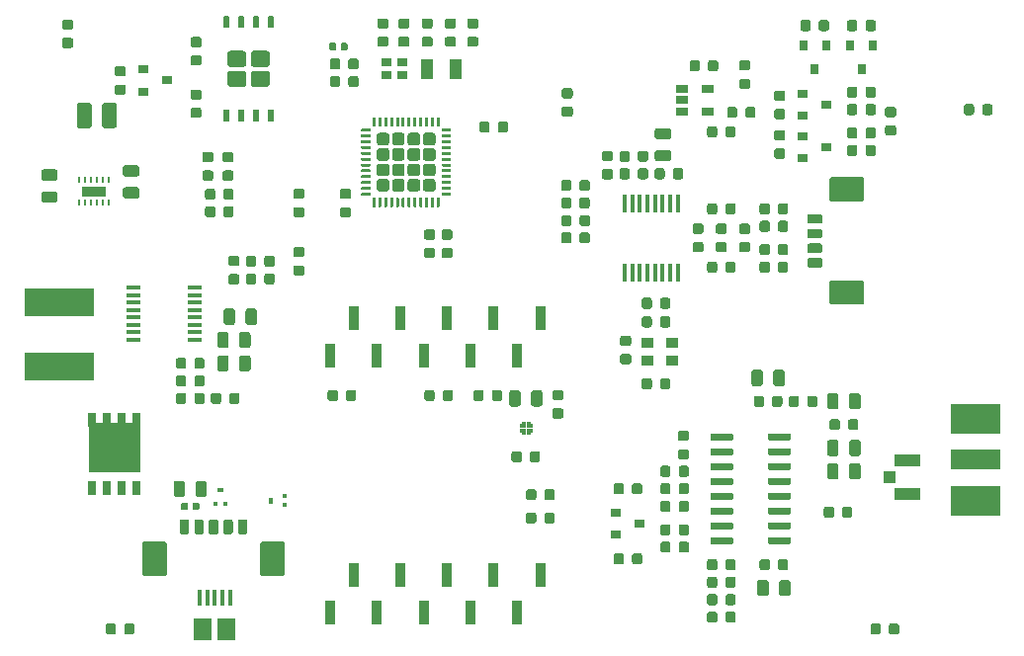
<source format=gtp>
G04 #@! TF.GenerationSoftware,KiCad,Pcbnew,(5.1.5-0-10_14)*
G04 #@! TF.CreationDate,2021-06-08T11:11:05+02:00*
G04 #@! TF.ProjectId,Nestbox,4e657374-626f-4782-9e6b-696361645f70,rev?*
G04 #@! TF.SameCoordinates,Original*
G04 #@! TF.FileFunction,Paste,Top*
G04 #@! TF.FilePolarity,Positive*
%FSLAX46Y46*%
G04 Gerber Fmt 4.6, Leading zero omitted, Abs format (unit mm)*
G04 Created by KiCad (PCBNEW (5.1.5-0-10_14)) date 2021-06-08 11:11:05*
%MOMM*%
%LPD*%
G04 APERTURE LIST*
%ADD10C,0.010000*%
%ADD11C,0.050000*%
%ADD12R,1.000000X0.900000*%
%ADD13R,0.450000X0.500000*%
%ADD14R,0.450000X0.400000*%
%ADD15R,0.450000X1.500000*%
%ADD16R,0.900000X0.800000*%
%ADD17R,5.900000X2.450000*%
%ADD18R,0.800000X0.900000*%
%ADD19R,1.500000X1.900000*%
%ADD20R,0.400000X1.350000*%
%ADD21R,0.900000X2.000000*%
%ADD22R,4.200000X1.780000*%
%ADD23R,4.200000X2.600000*%
%ADD24R,1.060000X0.650000*%
%ADD25R,1.000000X1.800000*%
%ADD26R,1.200000X0.400000*%
%ADD27R,0.250000X0.600000*%
%ADD28R,2.000000X0.900000*%
%ADD29R,1.550000X1.200000*%
%ADD30R,1.550000X1.600000*%
%ADD31R,4.500000X4.290000*%
%ADD32R,0.700000X1.200000*%
%ADD33R,2.200000X1.050000*%
%ADD34R,1.050000X1.000000*%
%ADD35R,0.500000X0.450000*%
%ADD36R,0.400000X0.450000*%
G04 APERTURE END LIST*
D10*
G36*
X139340000Y68660000D02*
G01*
X139340000Y68260000D01*
X139570000Y68260000D01*
X139570000Y68430000D01*
X139780000Y68430000D01*
X139780000Y68660000D01*
X139340000Y68660000D01*
G37*
X139340000Y68660000D02*
X139340000Y68260000D01*
X139570000Y68260000D01*
X139570000Y68430000D01*
X139780000Y68430000D01*
X139780000Y68660000D01*
X139340000Y68660000D01*
G36*
X139160000Y68840000D02*
G01*
X139160000Y69240000D01*
X138930000Y69240000D01*
X138930000Y69070000D01*
X138720000Y69070000D01*
X138720000Y68840000D01*
X139160000Y68840000D01*
G37*
X139160000Y68840000D02*
X139160000Y69240000D01*
X138930000Y69240000D01*
X138930000Y69070000D01*
X138720000Y69070000D01*
X138720000Y68840000D01*
X139160000Y68840000D01*
G36*
X139160000Y68660000D02*
G01*
X139160000Y68260000D01*
X138930000Y68260000D01*
X138930000Y68430000D01*
X138720000Y68430000D01*
X138720000Y68660000D01*
X139160000Y68660000D01*
G37*
X139160000Y68660000D02*
X139160000Y68260000D01*
X138930000Y68260000D01*
X138930000Y68430000D01*
X138720000Y68430000D01*
X138720000Y68660000D01*
X139160000Y68660000D01*
G36*
X139340000Y68840000D02*
G01*
X139340000Y69240000D01*
X139570000Y69240000D01*
X139570000Y69070000D01*
X139780000Y69070000D01*
X139780000Y68840000D01*
X139340000Y68840000D01*
G37*
X139340000Y68840000D02*
X139340000Y69240000D01*
X139570000Y69240000D01*
X139570000Y69070000D01*
X139780000Y69070000D01*
X139780000Y68840000D01*
X139340000Y68840000D01*
D11*
G36*
X157027691Y94573947D02*
G01*
X157048926Y94570797D01*
X157069750Y94565581D01*
X157089962Y94558349D01*
X157109368Y94549170D01*
X157127781Y94538134D01*
X157145024Y94525346D01*
X157160930Y94510930D01*
X157175346Y94495024D01*
X157188134Y94477781D01*
X157199170Y94459368D01*
X157208349Y94439962D01*
X157215581Y94419750D01*
X157220797Y94398926D01*
X157223947Y94377691D01*
X157225000Y94356250D01*
X157225000Y93843750D01*
X157223947Y93822309D01*
X157220797Y93801074D01*
X157215581Y93780250D01*
X157208349Y93760038D01*
X157199170Y93740632D01*
X157188134Y93722219D01*
X157175346Y93704976D01*
X157160930Y93689070D01*
X157145024Y93674654D01*
X157127781Y93661866D01*
X157109368Y93650830D01*
X157089962Y93641651D01*
X157069750Y93634419D01*
X157048926Y93629203D01*
X157027691Y93626053D01*
X157006250Y93625000D01*
X156568750Y93625000D01*
X156547309Y93626053D01*
X156526074Y93629203D01*
X156505250Y93634419D01*
X156485038Y93641651D01*
X156465632Y93650830D01*
X156447219Y93661866D01*
X156429976Y93674654D01*
X156414070Y93689070D01*
X156399654Y93704976D01*
X156386866Y93722219D01*
X156375830Y93740632D01*
X156366651Y93760038D01*
X156359419Y93780250D01*
X156354203Y93801074D01*
X156351053Y93822309D01*
X156350000Y93843750D01*
X156350000Y94356250D01*
X156351053Y94377691D01*
X156354203Y94398926D01*
X156359419Y94419750D01*
X156366651Y94439962D01*
X156375830Y94459368D01*
X156386866Y94477781D01*
X156399654Y94495024D01*
X156414070Y94510930D01*
X156429976Y94525346D01*
X156447219Y94538134D01*
X156465632Y94549170D01*
X156485038Y94558349D01*
X156505250Y94565581D01*
X156526074Y94570797D01*
X156547309Y94573947D01*
X156568750Y94575000D01*
X157006250Y94575000D01*
X157027691Y94573947D01*
G37*
G36*
X155452691Y94573947D02*
G01*
X155473926Y94570797D01*
X155494750Y94565581D01*
X155514962Y94558349D01*
X155534368Y94549170D01*
X155552781Y94538134D01*
X155570024Y94525346D01*
X155585930Y94510930D01*
X155600346Y94495024D01*
X155613134Y94477781D01*
X155624170Y94459368D01*
X155633349Y94439962D01*
X155640581Y94419750D01*
X155645797Y94398926D01*
X155648947Y94377691D01*
X155650000Y94356250D01*
X155650000Y93843750D01*
X155648947Y93822309D01*
X155645797Y93801074D01*
X155640581Y93780250D01*
X155633349Y93760038D01*
X155624170Y93740632D01*
X155613134Y93722219D01*
X155600346Y93704976D01*
X155585930Y93689070D01*
X155570024Y93674654D01*
X155552781Y93661866D01*
X155534368Y93650830D01*
X155514962Y93641651D01*
X155494750Y93634419D01*
X155473926Y93629203D01*
X155452691Y93626053D01*
X155431250Y93625000D01*
X154993750Y93625000D01*
X154972309Y93626053D01*
X154951074Y93629203D01*
X154930250Y93634419D01*
X154910038Y93641651D01*
X154890632Y93650830D01*
X154872219Y93661866D01*
X154854976Y93674654D01*
X154839070Y93689070D01*
X154824654Y93704976D01*
X154811866Y93722219D01*
X154800830Y93740632D01*
X154791651Y93760038D01*
X154784419Y93780250D01*
X154779203Y93801074D01*
X154776053Y93822309D01*
X154775000Y93843750D01*
X154775000Y94356250D01*
X154776053Y94377691D01*
X154779203Y94398926D01*
X154784419Y94419750D01*
X154791651Y94439962D01*
X154800830Y94459368D01*
X154811866Y94477781D01*
X154824654Y94495024D01*
X154839070Y94510930D01*
X154854976Y94525346D01*
X154872219Y94538134D01*
X154890632Y94549170D01*
X154910038Y94558349D01*
X154930250Y94565581D01*
X154951074Y94570797D01*
X154972309Y94573947D01*
X154993750Y94575000D01*
X155431250Y94575000D01*
X155452691Y94573947D01*
G37*
G36*
X158740191Y96223947D02*
G01*
X158761426Y96220797D01*
X158782250Y96215581D01*
X158802462Y96208349D01*
X158821868Y96199170D01*
X158840281Y96188134D01*
X158857524Y96175346D01*
X158873430Y96160930D01*
X158887846Y96145024D01*
X158900634Y96127781D01*
X158911670Y96109368D01*
X158920849Y96089962D01*
X158928081Y96069750D01*
X158933297Y96048926D01*
X158936447Y96027691D01*
X158937500Y96006250D01*
X158937500Y95493750D01*
X158936447Y95472309D01*
X158933297Y95451074D01*
X158928081Y95430250D01*
X158920849Y95410038D01*
X158911670Y95390632D01*
X158900634Y95372219D01*
X158887846Y95354976D01*
X158873430Y95339070D01*
X158857524Y95324654D01*
X158840281Y95311866D01*
X158821868Y95300830D01*
X158802462Y95291651D01*
X158782250Y95284419D01*
X158761426Y95279203D01*
X158740191Y95276053D01*
X158718750Y95275000D01*
X158281250Y95275000D01*
X158259809Y95276053D01*
X158238574Y95279203D01*
X158217750Y95284419D01*
X158197538Y95291651D01*
X158178132Y95300830D01*
X158159719Y95311866D01*
X158142476Y95324654D01*
X158126570Y95339070D01*
X158112154Y95354976D01*
X158099366Y95372219D01*
X158088330Y95390632D01*
X158079151Y95410038D01*
X158071919Y95430250D01*
X158066703Y95451074D01*
X158063553Y95472309D01*
X158062500Y95493750D01*
X158062500Y96006250D01*
X158063553Y96027691D01*
X158066703Y96048926D01*
X158071919Y96069750D01*
X158079151Y96089962D01*
X158088330Y96109368D01*
X158099366Y96127781D01*
X158112154Y96145024D01*
X158126570Y96160930D01*
X158142476Y96175346D01*
X158159719Y96188134D01*
X158178132Y96199170D01*
X158197538Y96208349D01*
X158217750Y96215581D01*
X158238574Y96220797D01*
X158259809Y96223947D01*
X158281250Y96225000D01*
X158718750Y96225000D01*
X158740191Y96223947D01*
G37*
G36*
X157165191Y96223947D02*
G01*
X157186426Y96220797D01*
X157207250Y96215581D01*
X157227462Y96208349D01*
X157246868Y96199170D01*
X157265281Y96188134D01*
X157282524Y96175346D01*
X157298430Y96160930D01*
X157312846Y96145024D01*
X157325634Y96127781D01*
X157336670Y96109368D01*
X157345849Y96089962D01*
X157353081Y96069750D01*
X157358297Y96048926D01*
X157361447Y96027691D01*
X157362500Y96006250D01*
X157362500Y95493750D01*
X157361447Y95472309D01*
X157358297Y95451074D01*
X157353081Y95430250D01*
X157345849Y95410038D01*
X157336670Y95390632D01*
X157325634Y95372219D01*
X157312846Y95354976D01*
X157298430Y95339070D01*
X157282524Y95324654D01*
X157265281Y95311866D01*
X157246868Y95300830D01*
X157227462Y95291651D01*
X157207250Y95284419D01*
X157186426Y95279203D01*
X157165191Y95276053D01*
X157143750Y95275000D01*
X156706250Y95275000D01*
X156684809Y95276053D01*
X156663574Y95279203D01*
X156642750Y95284419D01*
X156622538Y95291651D01*
X156603132Y95300830D01*
X156584719Y95311866D01*
X156567476Y95324654D01*
X156551570Y95339070D01*
X156537154Y95354976D01*
X156524366Y95372219D01*
X156513330Y95390632D01*
X156504151Y95410038D01*
X156496919Y95430250D01*
X156491703Y95451074D01*
X156488553Y95472309D01*
X156487500Y95493750D01*
X156487500Y96006250D01*
X156488553Y96027691D01*
X156491703Y96048926D01*
X156496919Y96069750D01*
X156504151Y96089962D01*
X156513330Y96109368D01*
X156524366Y96127781D01*
X156537154Y96145024D01*
X156551570Y96160930D01*
X156567476Y96175346D01*
X156584719Y96188134D01*
X156603132Y96199170D01*
X156622538Y96208349D01*
X156642750Y96215581D01*
X156663574Y96220797D01*
X156684809Y96223947D01*
X156706250Y96225000D01*
X157143750Y96225000D01*
X157165191Y96223947D01*
G37*
D12*
X149675000Y76025000D03*
X151825000Y76025000D03*
X151825000Y74475000D03*
X149675000Y74475000D03*
D13*
X117425000Y62500000D03*
D14*
X118575000Y62900000D03*
X118575000Y62100000D03*
D15*
X147725000Y87950000D03*
X148375000Y87950000D03*
X149025000Y87950000D03*
X149675000Y87950000D03*
X150325000Y87950000D03*
X150975000Y87950000D03*
X151625000Y87950000D03*
X152275000Y87950000D03*
X152275000Y82050000D03*
X151625000Y82050000D03*
X150975000Y82050000D03*
X150325000Y82050000D03*
X149675000Y82050000D03*
X149025000Y82050000D03*
X148375000Y82050000D03*
X147725000Y82050000D03*
D11*
G36*
X144537691Y85473947D02*
G01*
X144558926Y85470797D01*
X144579750Y85465581D01*
X144599962Y85458349D01*
X144619368Y85449170D01*
X144637781Y85438134D01*
X144655024Y85425346D01*
X144670930Y85410930D01*
X144685346Y85395024D01*
X144698134Y85377781D01*
X144709170Y85359368D01*
X144718349Y85339962D01*
X144725581Y85319750D01*
X144730797Y85298926D01*
X144733947Y85277691D01*
X144735000Y85256250D01*
X144735000Y84743750D01*
X144733947Y84722309D01*
X144730797Y84701074D01*
X144725581Y84680250D01*
X144718349Y84660038D01*
X144709170Y84640632D01*
X144698134Y84622219D01*
X144685346Y84604976D01*
X144670930Y84589070D01*
X144655024Y84574654D01*
X144637781Y84561866D01*
X144619368Y84550830D01*
X144599962Y84541651D01*
X144579750Y84534419D01*
X144558926Y84529203D01*
X144537691Y84526053D01*
X144516250Y84525000D01*
X144078750Y84525000D01*
X144057309Y84526053D01*
X144036074Y84529203D01*
X144015250Y84534419D01*
X143995038Y84541651D01*
X143975632Y84550830D01*
X143957219Y84561866D01*
X143939976Y84574654D01*
X143924070Y84589070D01*
X143909654Y84604976D01*
X143896866Y84622219D01*
X143885830Y84640632D01*
X143876651Y84660038D01*
X143869419Y84680250D01*
X143864203Y84701074D01*
X143861053Y84722309D01*
X143860000Y84743750D01*
X143860000Y85256250D01*
X143861053Y85277691D01*
X143864203Y85298926D01*
X143869419Y85319750D01*
X143876651Y85339962D01*
X143885830Y85359368D01*
X143896866Y85377781D01*
X143909654Y85395024D01*
X143924070Y85410930D01*
X143939976Y85425346D01*
X143957219Y85438134D01*
X143975632Y85449170D01*
X143995038Y85458349D01*
X144015250Y85465581D01*
X144036074Y85470797D01*
X144057309Y85473947D01*
X144078750Y85475000D01*
X144516250Y85475000D01*
X144537691Y85473947D01*
G37*
G36*
X142962691Y85473947D02*
G01*
X142983926Y85470797D01*
X143004750Y85465581D01*
X143024962Y85458349D01*
X143044368Y85449170D01*
X143062781Y85438134D01*
X143080024Y85425346D01*
X143095930Y85410930D01*
X143110346Y85395024D01*
X143123134Y85377781D01*
X143134170Y85359368D01*
X143143349Y85339962D01*
X143150581Y85319750D01*
X143155797Y85298926D01*
X143158947Y85277691D01*
X143160000Y85256250D01*
X143160000Y84743750D01*
X143158947Y84722309D01*
X143155797Y84701074D01*
X143150581Y84680250D01*
X143143349Y84660038D01*
X143134170Y84640632D01*
X143123134Y84622219D01*
X143110346Y84604976D01*
X143095930Y84589070D01*
X143080024Y84574654D01*
X143062781Y84561866D01*
X143044368Y84550830D01*
X143024962Y84541651D01*
X143004750Y84534419D01*
X142983926Y84529203D01*
X142962691Y84526053D01*
X142941250Y84525000D01*
X142503750Y84525000D01*
X142482309Y84526053D01*
X142461074Y84529203D01*
X142440250Y84534419D01*
X142420038Y84541651D01*
X142400632Y84550830D01*
X142382219Y84561866D01*
X142364976Y84574654D01*
X142349070Y84589070D01*
X142334654Y84604976D01*
X142321866Y84622219D01*
X142310830Y84640632D01*
X142301651Y84660038D01*
X142294419Y84680250D01*
X142289203Y84701074D01*
X142286053Y84722309D01*
X142285000Y84743750D01*
X142285000Y85256250D01*
X142286053Y85277691D01*
X142289203Y85298926D01*
X142294419Y85319750D01*
X142301651Y85339962D01*
X142310830Y85359368D01*
X142321866Y85377781D01*
X142334654Y85395024D01*
X142349070Y85410930D01*
X142364976Y85425346D01*
X142382219Y85438134D01*
X142400632Y85449170D01*
X142420038Y85458349D01*
X142440250Y85465581D01*
X142461074Y85470797D01*
X142482309Y85473947D01*
X142503750Y85475000D01*
X142941250Y85475000D01*
X142962691Y85473947D01*
G37*
G36*
X149852691Y78273947D02*
G01*
X149873926Y78270797D01*
X149894750Y78265581D01*
X149914962Y78258349D01*
X149934368Y78249170D01*
X149952781Y78238134D01*
X149970024Y78225346D01*
X149985930Y78210930D01*
X150000346Y78195024D01*
X150013134Y78177781D01*
X150024170Y78159368D01*
X150033349Y78139962D01*
X150040581Y78119750D01*
X150045797Y78098926D01*
X150048947Y78077691D01*
X150050000Y78056250D01*
X150050000Y77543750D01*
X150048947Y77522309D01*
X150045797Y77501074D01*
X150040581Y77480250D01*
X150033349Y77460038D01*
X150024170Y77440632D01*
X150013134Y77422219D01*
X150000346Y77404976D01*
X149985930Y77389070D01*
X149970024Y77374654D01*
X149952781Y77361866D01*
X149934368Y77350830D01*
X149914962Y77341651D01*
X149894750Y77334419D01*
X149873926Y77329203D01*
X149852691Y77326053D01*
X149831250Y77325000D01*
X149393750Y77325000D01*
X149372309Y77326053D01*
X149351074Y77329203D01*
X149330250Y77334419D01*
X149310038Y77341651D01*
X149290632Y77350830D01*
X149272219Y77361866D01*
X149254976Y77374654D01*
X149239070Y77389070D01*
X149224654Y77404976D01*
X149211866Y77422219D01*
X149200830Y77440632D01*
X149191651Y77460038D01*
X149184419Y77480250D01*
X149179203Y77501074D01*
X149176053Y77522309D01*
X149175000Y77543750D01*
X149175000Y78056250D01*
X149176053Y78077691D01*
X149179203Y78098926D01*
X149184419Y78119750D01*
X149191651Y78139962D01*
X149200830Y78159368D01*
X149211866Y78177781D01*
X149224654Y78195024D01*
X149239070Y78210930D01*
X149254976Y78225346D01*
X149272219Y78238134D01*
X149290632Y78249170D01*
X149310038Y78258349D01*
X149330250Y78265581D01*
X149351074Y78270797D01*
X149372309Y78273947D01*
X149393750Y78275000D01*
X149831250Y78275000D01*
X149852691Y78273947D01*
G37*
G36*
X151427691Y78273947D02*
G01*
X151448926Y78270797D01*
X151469750Y78265581D01*
X151489962Y78258349D01*
X151509368Y78249170D01*
X151527781Y78238134D01*
X151545024Y78225346D01*
X151560930Y78210930D01*
X151575346Y78195024D01*
X151588134Y78177781D01*
X151599170Y78159368D01*
X151608349Y78139962D01*
X151615581Y78119750D01*
X151620797Y78098926D01*
X151623947Y78077691D01*
X151625000Y78056250D01*
X151625000Y77543750D01*
X151623947Y77522309D01*
X151620797Y77501074D01*
X151615581Y77480250D01*
X151608349Y77460038D01*
X151599170Y77440632D01*
X151588134Y77422219D01*
X151575346Y77404976D01*
X151560930Y77389070D01*
X151545024Y77374654D01*
X151527781Y77361866D01*
X151509368Y77350830D01*
X151489962Y77341651D01*
X151469750Y77334419D01*
X151448926Y77329203D01*
X151427691Y77326053D01*
X151406250Y77325000D01*
X150968750Y77325000D01*
X150947309Y77326053D01*
X150926074Y77329203D01*
X150905250Y77334419D01*
X150885038Y77341651D01*
X150865632Y77350830D01*
X150847219Y77361866D01*
X150829976Y77374654D01*
X150814070Y77389070D01*
X150799654Y77404976D01*
X150786866Y77422219D01*
X150775830Y77440632D01*
X150766651Y77460038D01*
X150759419Y77480250D01*
X150754203Y77501074D01*
X150751053Y77522309D01*
X150750000Y77543750D01*
X150750000Y78056250D01*
X150751053Y78077691D01*
X150754203Y78098926D01*
X150759419Y78119750D01*
X150766651Y78139962D01*
X150775830Y78159368D01*
X150786866Y78177781D01*
X150799654Y78195024D01*
X150814070Y78210930D01*
X150829976Y78225346D01*
X150847219Y78238134D01*
X150865632Y78249170D01*
X150885038Y78258349D01*
X150905250Y78265581D01*
X150926074Y78270797D01*
X150947309Y78273947D01*
X150968750Y78275000D01*
X151406250Y78275000D01*
X151427691Y78273947D01*
G37*
G36*
X144537691Y86963947D02*
G01*
X144558926Y86960797D01*
X144579750Y86955581D01*
X144599962Y86948349D01*
X144619368Y86939170D01*
X144637781Y86928134D01*
X144655024Y86915346D01*
X144670930Y86900930D01*
X144685346Y86885024D01*
X144698134Y86867781D01*
X144709170Y86849368D01*
X144718349Y86829962D01*
X144725581Y86809750D01*
X144730797Y86788926D01*
X144733947Y86767691D01*
X144735000Y86746250D01*
X144735000Y86233750D01*
X144733947Y86212309D01*
X144730797Y86191074D01*
X144725581Y86170250D01*
X144718349Y86150038D01*
X144709170Y86130632D01*
X144698134Y86112219D01*
X144685346Y86094976D01*
X144670930Y86079070D01*
X144655024Y86064654D01*
X144637781Y86051866D01*
X144619368Y86040830D01*
X144599962Y86031651D01*
X144579750Y86024419D01*
X144558926Y86019203D01*
X144537691Y86016053D01*
X144516250Y86015000D01*
X144078750Y86015000D01*
X144057309Y86016053D01*
X144036074Y86019203D01*
X144015250Y86024419D01*
X143995038Y86031651D01*
X143975632Y86040830D01*
X143957219Y86051866D01*
X143939976Y86064654D01*
X143924070Y86079070D01*
X143909654Y86094976D01*
X143896866Y86112219D01*
X143885830Y86130632D01*
X143876651Y86150038D01*
X143869419Y86170250D01*
X143864203Y86191074D01*
X143861053Y86212309D01*
X143860000Y86233750D01*
X143860000Y86746250D01*
X143861053Y86767691D01*
X143864203Y86788926D01*
X143869419Y86809750D01*
X143876651Y86829962D01*
X143885830Y86849368D01*
X143896866Y86867781D01*
X143909654Y86885024D01*
X143924070Y86900930D01*
X143939976Y86915346D01*
X143957219Y86928134D01*
X143975632Y86939170D01*
X143995038Y86948349D01*
X144015250Y86955581D01*
X144036074Y86960797D01*
X144057309Y86963947D01*
X144078750Y86965000D01*
X144516250Y86965000D01*
X144537691Y86963947D01*
G37*
G36*
X142962691Y86963947D02*
G01*
X142983926Y86960797D01*
X143004750Y86955581D01*
X143024962Y86948349D01*
X143044368Y86939170D01*
X143062781Y86928134D01*
X143080024Y86915346D01*
X143095930Y86900930D01*
X143110346Y86885024D01*
X143123134Y86867781D01*
X143134170Y86849368D01*
X143143349Y86829962D01*
X143150581Y86809750D01*
X143155797Y86788926D01*
X143158947Y86767691D01*
X143160000Y86746250D01*
X143160000Y86233750D01*
X143158947Y86212309D01*
X143155797Y86191074D01*
X143150581Y86170250D01*
X143143349Y86150038D01*
X143134170Y86130632D01*
X143123134Y86112219D01*
X143110346Y86094976D01*
X143095930Y86079070D01*
X143080024Y86064654D01*
X143062781Y86051866D01*
X143044368Y86040830D01*
X143024962Y86031651D01*
X143004750Y86024419D01*
X142983926Y86019203D01*
X142962691Y86016053D01*
X142941250Y86015000D01*
X142503750Y86015000D01*
X142482309Y86016053D01*
X142461074Y86019203D01*
X142440250Y86024419D01*
X142420038Y86031651D01*
X142400632Y86040830D01*
X142382219Y86051866D01*
X142364976Y86064654D01*
X142349070Y86079070D01*
X142334654Y86094976D01*
X142321866Y86112219D01*
X142310830Y86130632D01*
X142301651Y86150038D01*
X142294419Y86170250D01*
X142289203Y86191074D01*
X142286053Y86212309D01*
X142285000Y86233750D01*
X142285000Y86746250D01*
X142286053Y86767691D01*
X142289203Y86788926D01*
X142294419Y86809750D01*
X142301651Y86829962D01*
X142310830Y86849368D01*
X142321866Y86867781D01*
X142334654Y86885024D01*
X142349070Y86900930D01*
X142364976Y86915346D01*
X142382219Y86928134D01*
X142400632Y86939170D01*
X142420038Y86948349D01*
X142440250Y86955581D01*
X142461074Y86960797D01*
X142482309Y86963947D01*
X142503750Y86965000D01*
X142941250Y86965000D01*
X142962691Y86963947D01*
G37*
G36*
X144527691Y88473947D02*
G01*
X144548926Y88470797D01*
X144569750Y88465581D01*
X144589962Y88458349D01*
X144609368Y88449170D01*
X144627781Y88438134D01*
X144645024Y88425346D01*
X144660930Y88410930D01*
X144675346Y88395024D01*
X144688134Y88377781D01*
X144699170Y88359368D01*
X144708349Y88339962D01*
X144715581Y88319750D01*
X144720797Y88298926D01*
X144723947Y88277691D01*
X144725000Y88256250D01*
X144725000Y87743750D01*
X144723947Y87722309D01*
X144720797Y87701074D01*
X144715581Y87680250D01*
X144708349Y87660038D01*
X144699170Y87640632D01*
X144688134Y87622219D01*
X144675346Y87604976D01*
X144660930Y87589070D01*
X144645024Y87574654D01*
X144627781Y87561866D01*
X144609368Y87550830D01*
X144589962Y87541651D01*
X144569750Y87534419D01*
X144548926Y87529203D01*
X144527691Y87526053D01*
X144506250Y87525000D01*
X144068750Y87525000D01*
X144047309Y87526053D01*
X144026074Y87529203D01*
X144005250Y87534419D01*
X143985038Y87541651D01*
X143965632Y87550830D01*
X143947219Y87561866D01*
X143929976Y87574654D01*
X143914070Y87589070D01*
X143899654Y87604976D01*
X143886866Y87622219D01*
X143875830Y87640632D01*
X143866651Y87660038D01*
X143859419Y87680250D01*
X143854203Y87701074D01*
X143851053Y87722309D01*
X143850000Y87743750D01*
X143850000Y88256250D01*
X143851053Y88277691D01*
X143854203Y88298926D01*
X143859419Y88319750D01*
X143866651Y88339962D01*
X143875830Y88359368D01*
X143886866Y88377781D01*
X143899654Y88395024D01*
X143914070Y88410930D01*
X143929976Y88425346D01*
X143947219Y88438134D01*
X143965632Y88449170D01*
X143985038Y88458349D01*
X144005250Y88465581D01*
X144026074Y88470797D01*
X144047309Y88473947D01*
X144068750Y88475000D01*
X144506250Y88475000D01*
X144527691Y88473947D01*
G37*
G36*
X142952691Y88473947D02*
G01*
X142973926Y88470797D01*
X142994750Y88465581D01*
X143014962Y88458349D01*
X143034368Y88449170D01*
X143052781Y88438134D01*
X143070024Y88425346D01*
X143085930Y88410930D01*
X143100346Y88395024D01*
X143113134Y88377781D01*
X143124170Y88359368D01*
X143133349Y88339962D01*
X143140581Y88319750D01*
X143145797Y88298926D01*
X143148947Y88277691D01*
X143150000Y88256250D01*
X143150000Y87743750D01*
X143148947Y87722309D01*
X143145797Y87701074D01*
X143140581Y87680250D01*
X143133349Y87660038D01*
X143124170Y87640632D01*
X143113134Y87622219D01*
X143100346Y87604976D01*
X143085930Y87589070D01*
X143070024Y87574654D01*
X143052781Y87561866D01*
X143034368Y87550830D01*
X143014962Y87541651D01*
X142994750Y87534419D01*
X142973926Y87529203D01*
X142952691Y87526053D01*
X142931250Y87525000D01*
X142493750Y87525000D01*
X142472309Y87526053D01*
X142451074Y87529203D01*
X142430250Y87534419D01*
X142410038Y87541651D01*
X142390632Y87550830D01*
X142372219Y87561866D01*
X142354976Y87574654D01*
X142339070Y87589070D01*
X142324654Y87604976D01*
X142311866Y87622219D01*
X142300830Y87640632D01*
X142291651Y87660038D01*
X142284419Y87680250D01*
X142279203Y87701074D01*
X142276053Y87722309D01*
X142275000Y87743750D01*
X142275000Y88256250D01*
X142276053Y88277691D01*
X142279203Y88298926D01*
X142284419Y88319750D01*
X142291651Y88339962D01*
X142300830Y88359368D01*
X142311866Y88377781D01*
X142324654Y88395024D01*
X142339070Y88410930D01*
X142354976Y88425346D01*
X142372219Y88438134D01*
X142390632Y88449170D01*
X142410038Y88458349D01*
X142430250Y88465581D01*
X142451074Y88470797D01*
X142472309Y88473947D01*
X142493750Y88475000D01*
X142931250Y88475000D01*
X142952691Y88473947D01*
G37*
G36*
X151427691Y79873947D02*
G01*
X151448926Y79870797D01*
X151469750Y79865581D01*
X151489962Y79858349D01*
X151509368Y79849170D01*
X151527781Y79838134D01*
X151545024Y79825346D01*
X151560930Y79810930D01*
X151575346Y79795024D01*
X151588134Y79777781D01*
X151599170Y79759368D01*
X151608349Y79739962D01*
X151615581Y79719750D01*
X151620797Y79698926D01*
X151623947Y79677691D01*
X151625000Y79656250D01*
X151625000Y79143750D01*
X151623947Y79122309D01*
X151620797Y79101074D01*
X151615581Y79080250D01*
X151608349Y79060038D01*
X151599170Y79040632D01*
X151588134Y79022219D01*
X151575346Y79004976D01*
X151560930Y78989070D01*
X151545024Y78974654D01*
X151527781Y78961866D01*
X151509368Y78950830D01*
X151489962Y78941651D01*
X151469750Y78934419D01*
X151448926Y78929203D01*
X151427691Y78926053D01*
X151406250Y78925000D01*
X150968750Y78925000D01*
X150947309Y78926053D01*
X150926074Y78929203D01*
X150905250Y78934419D01*
X150885038Y78941651D01*
X150865632Y78950830D01*
X150847219Y78961866D01*
X150829976Y78974654D01*
X150814070Y78989070D01*
X150799654Y79004976D01*
X150786866Y79022219D01*
X150775830Y79040632D01*
X150766651Y79060038D01*
X150759419Y79080250D01*
X150754203Y79101074D01*
X150751053Y79122309D01*
X150750000Y79143750D01*
X150750000Y79656250D01*
X150751053Y79677691D01*
X150754203Y79698926D01*
X150759419Y79719750D01*
X150766651Y79739962D01*
X150775830Y79759368D01*
X150786866Y79777781D01*
X150799654Y79795024D01*
X150814070Y79810930D01*
X150829976Y79825346D01*
X150847219Y79838134D01*
X150865632Y79849170D01*
X150885038Y79858349D01*
X150905250Y79865581D01*
X150926074Y79870797D01*
X150947309Y79873947D01*
X150968750Y79875000D01*
X151406250Y79875000D01*
X151427691Y79873947D01*
G37*
G36*
X149852691Y79873947D02*
G01*
X149873926Y79870797D01*
X149894750Y79865581D01*
X149914962Y79858349D01*
X149934368Y79849170D01*
X149952781Y79838134D01*
X149970024Y79825346D01*
X149985930Y79810930D01*
X150000346Y79795024D01*
X150013134Y79777781D01*
X150024170Y79759368D01*
X150033349Y79739962D01*
X150040581Y79719750D01*
X150045797Y79698926D01*
X150048947Y79677691D01*
X150050000Y79656250D01*
X150050000Y79143750D01*
X150048947Y79122309D01*
X150045797Y79101074D01*
X150040581Y79080250D01*
X150033349Y79060038D01*
X150024170Y79040632D01*
X150013134Y79022219D01*
X150000346Y79004976D01*
X149985930Y78989070D01*
X149970024Y78974654D01*
X149952781Y78961866D01*
X149934368Y78950830D01*
X149914962Y78941651D01*
X149894750Y78934419D01*
X149873926Y78929203D01*
X149852691Y78926053D01*
X149831250Y78925000D01*
X149393750Y78925000D01*
X149372309Y78926053D01*
X149351074Y78929203D01*
X149330250Y78934419D01*
X149310038Y78941651D01*
X149290632Y78950830D01*
X149272219Y78961866D01*
X149254976Y78974654D01*
X149239070Y78989070D01*
X149224654Y79004976D01*
X149211866Y79022219D01*
X149200830Y79040632D01*
X149191651Y79060038D01*
X149184419Y79080250D01*
X149179203Y79101074D01*
X149176053Y79122309D01*
X149175000Y79143750D01*
X149175000Y79656250D01*
X149176053Y79677691D01*
X149179203Y79698926D01*
X149184419Y79719750D01*
X149191651Y79739962D01*
X149200830Y79759368D01*
X149211866Y79777781D01*
X149224654Y79795024D01*
X149239070Y79810930D01*
X149254976Y79825346D01*
X149272219Y79838134D01*
X149290632Y79849170D01*
X149310038Y79858349D01*
X149330250Y79865581D01*
X149351074Y79870797D01*
X149372309Y79873947D01*
X149393750Y79875000D01*
X149831250Y79875000D01*
X149852691Y79873947D01*
G37*
G36*
X151427691Y72973947D02*
G01*
X151448926Y72970797D01*
X151469750Y72965581D01*
X151489962Y72958349D01*
X151509368Y72949170D01*
X151527781Y72938134D01*
X151545024Y72925346D01*
X151560930Y72910930D01*
X151575346Y72895024D01*
X151588134Y72877781D01*
X151599170Y72859368D01*
X151608349Y72839962D01*
X151615581Y72819750D01*
X151620797Y72798926D01*
X151623947Y72777691D01*
X151625000Y72756250D01*
X151625000Y72243750D01*
X151623947Y72222309D01*
X151620797Y72201074D01*
X151615581Y72180250D01*
X151608349Y72160038D01*
X151599170Y72140632D01*
X151588134Y72122219D01*
X151575346Y72104976D01*
X151560930Y72089070D01*
X151545024Y72074654D01*
X151527781Y72061866D01*
X151509368Y72050830D01*
X151489962Y72041651D01*
X151469750Y72034419D01*
X151448926Y72029203D01*
X151427691Y72026053D01*
X151406250Y72025000D01*
X150968750Y72025000D01*
X150947309Y72026053D01*
X150926074Y72029203D01*
X150905250Y72034419D01*
X150885038Y72041651D01*
X150865632Y72050830D01*
X150847219Y72061866D01*
X150829976Y72074654D01*
X150814070Y72089070D01*
X150799654Y72104976D01*
X150786866Y72122219D01*
X150775830Y72140632D01*
X150766651Y72160038D01*
X150759419Y72180250D01*
X150754203Y72201074D01*
X150751053Y72222309D01*
X150750000Y72243750D01*
X150750000Y72756250D01*
X150751053Y72777691D01*
X150754203Y72798926D01*
X150759419Y72819750D01*
X150766651Y72839962D01*
X150775830Y72859368D01*
X150786866Y72877781D01*
X150799654Y72895024D01*
X150814070Y72910930D01*
X150829976Y72925346D01*
X150847219Y72938134D01*
X150865632Y72949170D01*
X150885038Y72958349D01*
X150905250Y72965581D01*
X150926074Y72970797D01*
X150947309Y72973947D01*
X150968750Y72975000D01*
X151406250Y72975000D01*
X151427691Y72973947D01*
G37*
G36*
X149852691Y72973947D02*
G01*
X149873926Y72970797D01*
X149894750Y72965581D01*
X149914962Y72958349D01*
X149934368Y72949170D01*
X149952781Y72938134D01*
X149970024Y72925346D01*
X149985930Y72910930D01*
X150000346Y72895024D01*
X150013134Y72877781D01*
X150024170Y72859368D01*
X150033349Y72839962D01*
X150040581Y72819750D01*
X150045797Y72798926D01*
X150048947Y72777691D01*
X150050000Y72756250D01*
X150050000Y72243750D01*
X150048947Y72222309D01*
X150045797Y72201074D01*
X150040581Y72180250D01*
X150033349Y72160038D01*
X150024170Y72140632D01*
X150013134Y72122219D01*
X150000346Y72104976D01*
X149985930Y72089070D01*
X149970024Y72074654D01*
X149952781Y72061866D01*
X149934368Y72050830D01*
X149914962Y72041651D01*
X149894750Y72034419D01*
X149873926Y72029203D01*
X149852691Y72026053D01*
X149831250Y72025000D01*
X149393750Y72025000D01*
X149372309Y72026053D01*
X149351074Y72029203D01*
X149330250Y72034419D01*
X149310038Y72041651D01*
X149290632Y72050830D01*
X149272219Y72061866D01*
X149254976Y72074654D01*
X149239070Y72089070D01*
X149224654Y72104976D01*
X149211866Y72122219D01*
X149200830Y72140632D01*
X149191651Y72160038D01*
X149184419Y72180250D01*
X149179203Y72201074D01*
X149176053Y72222309D01*
X149175000Y72243750D01*
X149175000Y72756250D01*
X149176053Y72777691D01*
X149179203Y72798926D01*
X149184419Y72819750D01*
X149191651Y72839962D01*
X149200830Y72859368D01*
X149211866Y72877781D01*
X149224654Y72895024D01*
X149239070Y72910930D01*
X149254976Y72925346D01*
X149272219Y72938134D01*
X149290632Y72949170D01*
X149310038Y72958349D01*
X149330250Y72965581D01*
X149351074Y72970797D01*
X149372309Y72973947D01*
X149393750Y72975000D01*
X149831250Y72975000D01*
X149852691Y72973947D01*
G37*
G36*
X157027691Y82973947D02*
G01*
X157048926Y82970797D01*
X157069750Y82965581D01*
X157089962Y82958349D01*
X157109368Y82949170D01*
X157127781Y82938134D01*
X157145024Y82925346D01*
X157160930Y82910930D01*
X157175346Y82895024D01*
X157188134Y82877781D01*
X157199170Y82859368D01*
X157208349Y82839962D01*
X157215581Y82819750D01*
X157220797Y82798926D01*
X157223947Y82777691D01*
X157225000Y82756250D01*
X157225000Y82243750D01*
X157223947Y82222309D01*
X157220797Y82201074D01*
X157215581Y82180250D01*
X157208349Y82160038D01*
X157199170Y82140632D01*
X157188134Y82122219D01*
X157175346Y82104976D01*
X157160930Y82089070D01*
X157145024Y82074654D01*
X157127781Y82061866D01*
X157109368Y82050830D01*
X157089962Y82041651D01*
X157069750Y82034419D01*
X157048926Y82029203D01*
X157027691Y82026053D01*
X157006250Y82025000D01*
X156568750Y82025000D01*
X156547309Y82026053D01*
X156526074Y82029203D01*
X156505250Y82034419D01*
X156485038Y82041651D01*
X156465632Y82050830D01*
X156447219Y82061866D01*
X156429976Y82074654D01*
X156414070Y82089070D01*
X156399654Y82104976D01*
X156386866Y82122219D01*
X156375830Y82140632D01*
X156366651Y82160038D01*
X156359419Y82180250D01*
X156354203Y82201074D01*
X156351053Y82222309D01*
X156350000Y82243750D01*
X156350000Y82756250D01*
X156351053Y82777691D01*
X156354203Y82798926D01*
X156359419Y82819750D01*
X156366651Y82839962D01*
X156375830Y82859368D01*
X156386866Y82877781D01*
X156399654Y82895024D01*
X156414070Y82910930D01*
X156429976Y82925346D01*
X156447219Y82938134D01*
X156465632Y82949170D01*
X156485038Y82958349D01*
X156505250Y82965581D01*
X156526074Y82970797D01*
X156547309Y82973947D01*
X156568750Y82975000D01*
X157006250Y82975000D01*
X157027691Y82973947D01*
G37*
G36*
X155452691Y82973947D02*
G01*
X155473926Y82970797D01*
X155494750Y82965581D01*
X155514962Y82958349D01*
X155534368Y82949170D01*
X155552781Y82938134D01*
X155570024Y82925346D01*
X155585930Y82910930D01*
X155600346Y82895024D01*
X155613134Y82877781D01*
X155624170Y82859368D01*
X155633349Y82839962D01*
X155640581Y82819750D01*
X155645797Y82798926D01*
X155648947Y82777691D01*
X155650000Y82756250D01*
X155650000Y82243750D01*
X155648947Y82222309D01*
X155645797Y82201074D01*
X155640581Y82180250D01*
X155633349Y82160038D01*
X155624170Y82140632D01*
X155613134Y82122219D01*
X155600346Y82104976D01*
X155585930Y82089070D01*
X155570024Y82074654D01*
X155552781Y82061866D01*
X155534368Y82050830D01*
X155514962Y82041651D01*
X155494750Y82034419D01*
X155473926Y82029203D01*
X155452691Y82026053D01*
X155431250Y82025000D01*
X154993750Y82025000D01*
X154972309Y82026053D01*
X154951074Y82029203D01*
X154930250Y82034419D01*
X154910038Y82041651D01*
X154890632Y82050830D01*
X154872219Y82061866D01*
X154854976Y82074654D01*
X154839070Y82089070D01*
X154824654Y82104976D01*
X154811866Y82122219D01*
X154800830Y82140632D01*
X154791651Y82160038D01*
X154784419Y82180250D01*
X154779203Y82201074D01*
X154776053Y82222309D01*
X154775000Y82243750D01*
X154775000Y82756250D01*
X154776053Y82777691D01*
X154779203Y82798926D01*
X154784419Y82819750D01*
X154791651Y82839962D01*
X154800830Y82859368D01*
X154811866Y82877781D01*
X154824654Y82895024D01*
X154839070Y82910930D01*
X154854976Y82925346D01*
X154872219Y82938134D01*
X154890632Y82949170D01*
X154910038Y82958349D01*
X154930250Y82965581D01*
X154951074Y82970797D01*
X154972309Y82973947D01*
X154993750Y82975000D01*
X155431250Y82975000D01*
X155452691Y82973947D01*
G37*
G36*
X157027691Y87973947D02*
G01*
X157048926Y87970797D01*
X157069750Y87965581D01*
X157089962Y87958349D01*
X157109368Y87949170D01*
X157127781Y87938134D01*
X157145024Y87925346D01*
X157160930Y87910930D01*
X157175346Y87895024D01*
X157188134Y87877781D01*
X157199170Y87859368D01*
X157208349Y87839962D01*
X157215581Y87819750D01*
X157220797Y87798926D01*
X157223947Y87777691D01*
X157225000Y87756250D01*
X157225000Y87243750D01*
X157223947Y87222309D01*
X157220797Y87201074D01*
X157215581Y87180250D01*
X157208349Y87160038D01*
X157199170Y87140632D01*
X157188134Y87122219D01*
X157175346Y87104976D01*
X157160930Y87089070D01*
X157145024Y87074654D01*
X157127781Y87061866D01*
X157109368Y87050830D01*
X157089962Y87041651D01*
X157069750Y87034419D01*
X157048926Y87029203D01*
X157027691Y87026053D01*
X157006250Y87025000D01*
X156568750Y87025000D01*
X156547309Y87026053D01*
X156526074Y87029203D01*
X156505250Y87034419D01*
X156485038Y87041651D01*
X156465632Y87050830D01*
X156447219Y87061866D01*
X156429976Y87074654D01*
X156414070Y87089070D01*
X156399654Y87104976D01*
X156386866Y87122219D01*
X156375830Y87140632D01*
X156366651Y87160038D01*
X156359419Y87180250D01*
X156354203Y87201074D01*
X156351053Y87222309D01*
X156350000Y87243750D01*
X156350000Y87756250D01*
X156351053Y87777691D01*
X156354203Y87798926D01*
X156359419Y87819750D01*
X156366651Y87839962D01*
X156375830Y87859368D01*
X156386866Y87877781D01*
X156399654Y87895024D01*
X156414070Y87910930D01*
X156429976Y87925346D01*
X156447219Y87938134D01*
X156465632Y87949170D01*
X156485038Y87958349D01*
X156505250Y87965581D01*
X156526074Y87970797D01*
X156547309Y87973947D01*
X156568750Y87975000D01*
X157006250Y87975000D01*
X157027691Y87973947D01*
G37*
G36*
X155452691Y87973947D02*
G01*
X155473926Y87970797D01*
X155494750Y87965581D01*
X155514962Y87958349D01*
X155534368Y87949170D01*
X155552781Y87938134D01*
X155570024Y87925346D01*
X155585930Y87910930D01*
X155600346Y87895024D01*
X155613134Y87877781D01*
X155624170Y87859368D01*
X155633349Y87839962D01*
X155640581Y87819750D01*
X155645797Y87798926D01*
X155648947Y87777691D01*
X155650000Y87756250D01*
X155650000Y87243750D01*
X155648947Y87222309D01*
X155645797Y87201074D01*
X155640581Y87180250D01*
X155633349Y87160038D01*
X155624170Y87140632D01*
X155613134Y87122219D01*
X155600346Y87104976D01*
X155585930Y87089070D01*
X155570024Y87074654D01*
X155552781Y87061866D01*
X155534368Y87050830D01*
X155514962Y87041651D01*
X155494750Y87034419D01*
X155473926Y87029203D01*
X155452691Y87026053D01*
X155431250Y87025000D01*
X154993750Y87025000D01*
X154972309Y87026053D01*
X154951074Y87029203D01*
X154930250Y87034419D01*
X154910038Y87041651D01*
X154890632Y87050830D01*
X154872219Y87061866D01*
X154854976Y87074654D01*
X154839070Y87089070D01*
X154824654Y87104976D01*
X154811866Y87122219D01*
X154800830Y87140632D01*
X154791651Y87160038D01*
X154784419Y87180250D01*
X154779203Y87201074D01*
X154776053Y87222309D01*
X154775000Y87243750D01*
X154775000Y87756250D01*
X154776053Y87777691D01*
X154779203Y87798926D01*
X154784419Y87819750D01*
X154791651Y87839962D01*
X154800830Y87859368D01*
X154811866Y87877781D01*
X154824654Y87895024D01*
X154839070Y87910930D01*
X154854976Y87925346D01*
X154872219Y87938134D01*
X154890632Y87949170D01*
X154910038Y87958349D01*
X154930250Y87965581D01*
X154951074Y87970797D01*
X154972309Y87973947D01*
X154993750Y87975000D01*
X155431250Y87975000D01*
X155452691Y87973947D01*
G37*
G36*
X161527691Y87973947D02*
G01*
X161548926Y87970797D01*
X161569750Y87965581D01*
X161589962Y87958349D01*
X161609368Y87949170D01*
X161627781Y87938134D01*
X161645024Y87925346D01*
X161660930Y87910930D01*
X161675346Y87895024D01*
X161688134Y87877781D01*
X161699170Y87859368D01*
X161708349Y87839962D01*
X161715581Y87819750D01*
X161720797Y87798926D01*
X161723947Y87777691D01*
X161725000Y87756250D01*
X161725000Y87243750D01*
X161723947Y87222309D01*
X161720797Y87201074D01*
X161715581Y87180250D01*
X161708349Y87160038D01*
X161699170Y87140632D01*
X161688134Y87122219D01*
X161675346Y87104976D01*
X161660930Y87089070D01*
X161645024Y87074654D01*
X161627781Y87061866D01*
X161609368Y87050830D01*
X161589962Y87041651D01*
X161569750Y87034419D01*
X161548926Y87029203D01*
X161527691Y87026053D01*
X161506250Y87025000D01*
X161068750Y87025000D01*
X161047309Y87026053D01*
X161026074Y87029203D01*
X161005250Y87034419D01*
X160985038Y87041651D01*
X160965632Y87050830D01*
X160947219Y87061866D01*
X160929976Y87074654D01*
X160914070Y87089070D01*
X160899654Y87104976D01*
X160886866Y87122219D01*
X160875830Y87140632D01*
X160866651Y87160038D01*
X160859419Y87180250D01*
X160854203Y87201074D01*
X160851053Y87222309D01*
X160850000Y87243750D01*
X160850000Y87756250D01*
X160851053Y87777691D01*
X160854203Y87798926D01*
X160859419Y87819750D01*
X160866651Y87839962D01*
X160875830Y87859368D01*
X160886866Y87877781D01*
X160899654Y87895024D01*
X160914070Y87910930D01*
X160929976Y87925346D01*
X160947219Y87938134D01*
X160965632Y87949170D01*
X160985038Y87958349D01*
X161005250Y87965581D01*
X161026074Y87970797D01*
X161047309Y87973947D01*
X161068750Y87975000D01*
X161506250Y87975000D01*
X161527691Y87973947D01*
G37*
G36*
X159952691Y87973947D02*
G01*
X159973926Y87970797D01*
X159994750Y87965581D01*
X160014962Y87958349D01*
X160034368Y87949170D01*
X160052781Y87938134D01*
X160070024Y87925346D01*
X160085930Y87910930D01*
X160100346Y87895024D01*
X160113134Y87877781D01*
X160124170Y87859368D01*
X160133349Y87839962D01*
X160140581Y87819750D01*
X160145797Y87798926D01*
X160148947Y87777691D01*
X160150000Y87756250D01*
X160150000Y87243750D01*
X160148947Y87222309D01*
X160145797Y87201074D01*
X160140581Y87180250D01*
X160133349Y87160038D01*
X160124170Y87140632D01*
X160113134Y87122219D01*
X160100346Y87104976D01*
X160085930Y87089070D01*
X160070024Y87074654D01*
X160052781Y87061866D01*
X160034368Y87050830D01*
X160014962Y87041651D01*
X159994750Y87034419D01*
X159973926Y87029203D01*
X159952691Y87026053D01*
X159931250Y87025000D01*
X159493750Y87025000D01*
X159472309Y87026053D01*
X159451074Y87029203D01*
X159430250Y87034419D01*
X159410038Y87041651D01*
X159390632Y87050830D01*
X159372219Y87061866D01*
X159354976Y87074654D01*
X159339070Y87089070D01*
X159324654Y87104976D01*
X159311866Y87122219D01*
X159300830Y87140632D01*
X159291651Y87160038D01*
X159284419Y87180250D01*
X159279203Y87201074D01*
X159276053Y87222309D01*
X159275000Y87243750D01*
X159275000Y87756250D01*
X159276053Y87777691D01*
X159279203Y87798926D01*
X159284419Y87819750D01*
X159291651Y87839962D01*
X159300830Y87859368D01*
X159311866Y87877781D01*
X159324654Y87895024D01*
X159339070Y87910930D01*
X159354976Y87925346D01*
X159372219Y87938134D01*
X159390632Y87949170D01*
X159410038Y87958349D01*
X159430250Y87965581D01*
X159451074Y87970797D01*
X159472309Y87973947D01*
X159493750Y87975000D01*
X159931250Y87975000D01*
X159952691Y87973947D01*
G37*
G36*
X161527691Y82973947D02*
G01*
X161548926Y82970797D01*
X161569750Y82965581D01*
X161589962Y82958349D01*
X161609368Y82949170D01*
X161627781Y82938134D01*
X161645024Y82925346D01*
X161660930Y82910930D01*
X161675346Y82895024D01*
X161688134Y82877781D01*
X161699170Y82859368D01*
X161708349Y82839962D01*
X161715581Y82819750D01*
X161720797Y82798926D01*
X161723947Y82777691D01*
X161725000Y82756250D01*
X161725000Y82243750D01*
X161723947Y82222309D01*
X161720797Y82201074D01*
X161715581Y82180250D01*
X161708349Y82160038D01*
X161699170Y82140632D01*
X161688134Y82122219D01*
X161675346Y82104976D01*
X161660930Y82089070D01*
X161645024Y82074654D01*
X161627781Y82061866D01*
X161609368Y82050830D01*
X161589962Y82041651D01*
X161569750Y82034419D01*
X161548926Y82029203D01*
X161527691Y82026053D01*
X161506250Y82025000D01*
X161068750Y82025000D01*
X161047309Y82026053D01*
X161026074Y82029203D01*
X161005250Y82034419D01*
X160985038Y82041651D01*
X160965632Y82050830D01*
X160947219Y82061866D01*
X160929976Y82074654D01*
X160914070Y82089070D01*
X160899654Y82104976D01*
X160886866Y82122219D01*
X160875830Y82140632D01*
X160866651Y82160038D01*
X160859419Y82180250D01*
X160854203Y82201074D01*
X160851053Y82222309D01*
X160850000Y82243750D01*
X160850000Y82756250D01*
X160851053Y82777691D01*
X160854203Y82798926D01*
X160859419Y82819750D01*
X160866651Y82839962D01*
X160875830Y82859368D01*
X160886866Y82877781D01*
X160899654Y82895024D01*
X160914070Y82910930D01*
X160929976Y82925346D01*
X160947219Y82938134D01*
X160965632Y82949170D01*
X160985038Y82958349D01*
X161005250Y82965581D01*
X161026074Y82970797D01*
X161047309Y82973947D01*
X161068750Y82975000D01*
X161506250Y82975000D01*
X161527691Y82973947D01*
G37*
G36*
X159952691Y82973947D02*
G01*
X159973926Y82970797D01*
X159994750Y82965581D01*
X160014962Y82958349D01*
X160034368Y82949170D01*
X160052781Y82938134D01*
X160070024Y82925346D01*
X160085930Y82910930D01*
X160100346Y82895024D01*
X160113134Y82877781D01*
X160124170Y82859368D01*
X160133349Y82839962D01*
X160140581Y82819750D01*
X160145797Y82798926D01*
X160148947Y82777691D01*
X160150000Y82756250D01*
X160150000Y82243750D01*
X160148947Y82222309D01*
X160145797Y82201074D01*
X160140581Y82180250D01*
X160133349Y82160038D01*
X160124170Y82140632D01*
X160113134Y82122219D01*
X160100346Y82104976D01*
X160085930Y82089070D01*
X160070024Y82074654D01*
X160052781Y82061866D01*
X160034368Y82050830D01*
X160014962Y82041651D01*
X159994750Y82034419D01*
X159973926Y82029203D01*
X159952691Y82026053D01*
X159931250Y82025000D01*
X159493750Y82025000D01*
X159472309Y82026053D01*
X159451074Y82029203D01*
X159430250Y82034419D01*
X159410038Y82041651D01*
X159390632Y82050830D01*
X159372219Y82061866D01*
X159354976Y82074654D01*
X159339070Y82089070D01*
X159324654Y82104976D01*
X159311866Y82122219D01*
X159300830Y82140632D01*
X159291651Y82160038D01*
X159284419Y82180250D01*
X159279203Y82201074D01*
X159276053Y82222309D01*
X159275000Y82243750D01*
X159275000Y82756250D01*
X159276053Y82777691D01*
X159279203Y82798926D01*
X159284419Y82819750D01*
X159291651Y82839962D01*
X159300830Y82859368D01*
X159311866Y82877781D01*
X159324654Y82895024D01*
X159339070Y82910930D01*
X159354976Y82925346D01*
X159372219Y82938134D01*
X159390632Y82949170D01*
X159410038Y82958349D01*
X159430250Y82965581D01*
X159451074Y82970797D01*
X159472309Y82973947D01*
X159493750Y82975000D01*
X159931250Y82975000D01*
X159952691Y82973947D01*
G37*
G36*
X161527691Y86473947D02*
G01*
X161548926Y86470797D01*
X161569750Y86465581D01*
X161589962Y86458349D01*
X161609368Y86449170D01*
X161627781Y86438134D01*
X161645024Y86425346D01*
X161660930Y86410930D01*
X161675346Y86395024D01*
X161688134Y86377781D01*
X161699170Y86359368D01*
X161708349Y86339962D01*
X161715581Y86319750D01*
X161720797Y86298926D01*
X161723947Y86277691D01*
X161725000Y86256250D01*
X161725000Y85743750D01*
X161723947Y85722309D01*
X161720797Y85701074D01*
X161715581Y85680250D01*
X161708349Y85660038D01*
X161699170Y85640632D01*
X161688134Y85622219D01*
X161675346Y85604976D01*
X161660930Y85589070D01*
X161645024Y85574654D01*
X161627781Y85561866D01*
X161609368Y85550830D01*
X161589962Y85541651D01*
X161569750Y85534419D01*
X161548926Y85529203D01*
X161527691Y85526053D01*
X161506250Y85525000D01*
X161068750Y85525000D01*
X161047309Y85526053D01*
X161026074Y85529203D01*
X161005250Y85534419D01*
X160985038Y85541651D01*
X160965632Y85550830D01*
X160947219Y85561866D01*
X160929976Y85574654D01*
X160914070Y85589070D01*
X160899654Y85604976D01*
X160886866Y85622219D01*
X160875830Y85640632D01*
X160866651Y85660038D01*
X160859419Y85680250D01*
X160854203Y85701074D01*
X160851053Y85722309D01*
X160850000Y85743750D01*
X160850000Y86256250D01*
X160851053Y86277691D01*
X160854203Y86298926D01*
X160859419Y86319750D01*
X160866651Y86339962D01*
X160875830Y86359368D01*
X160886866Y86377781D01*
X160899654Y86395024D01*
X160914070Y86410930D01*
X160929976Y86425346D01*
X160947219Y86438134D01*
X160965632Y86449170D01*
X160985038Y86458349D01*
X161005250Y86465581D01*
X161026074Y86470797D01*
X161047309Y86473947D01*
X161068750Y86475000D01*
X161506250Y86475000D01*
X161527691Y86473947D01*
G37*
G36*
X159952691Y86473947D02*
G01*
X159973926Y86470797D01*
X159994750Y86465581D01*
X160014962Y86458349D01*
X160034368Y86449170D01*
X160052781Y86438134D01*
X160070024Y86425346D01*
X160085930Y86410930D01*
X160100346Y86395024D01*
X160113134Y86377781D01*
X160124170Y86359368D01*
X160133349Y86339962D01*
X160140581Y86319750D01*
X160145797Y86298926D01*
X160148947Y86277691D01*
X160150000Y86256250D01*
X160150000Y85743750D01*
X160148947Y85722309D01*
X160145797Y85701074D01*
X160140581Y85680250D01*
X160133349Y85660038D01*
X160124170Y85640632D01*
X160113134Y85622219D01*
X160100346Y85604976D01*
X160085930Y85589070D01*
X160070024Y85574654D01*
X160052781Y85561866D01*
X160034368Y85550830D01*
X160014962Y85541651D01*
X159994750Y85534419D01*
X159973926Y85529203D01*
X159952691Y85526053D01*
X159931250Y85525000D01*
X159493750Y85525000D01*
X159472309Y85526053D01*
X159451074Y85529203D01*
X159430250Y85534419D01*
X159410038Y85541651D01*
X159390632Y85550830D01*
X159372219Y85561866D01*
X159354976Y85574654D01*
X159339070Y85589070D01*
X159324654Y85604976D01*
X159311866Y85622219D01*
X159300830Y85640632D01*
X159291651Y85660038D01*
X159284419Y85680250D01*
X159279203Y85701074D01*
X159276053Y85722309D01*
X159275000Y85743750D01*
X159275000Y86256250D01*
X159276053Y86277691D01*
X159279203Y86298926D01*
X159284419Y86319750D01*
X159291651Y86339962D01*
X159300830Y86359368D01*
X159311866Y86377781D01*
X159324654Y86395024D01*
X159339070Y86410930D01*
X159354976Y86425346D01*
X159372219Y86438134D01*
X159390632Y86449170D01*
X159410038Y86458349D01*
X159430250Y86465581D01*
X159451074Y86470797D01*
X159472309Y86473947D01*
X159493750Y86475000D01*
X159931250Y86475000D01*
X159952691Y86473947D01*
G37*
G36*
X161527691Y84473947D02*
G01*
X161548926Y84470797D01*
X161569750Y84465581D01*
X161589962Y84458349D01*
X161609368Y84449170D01*
X161627781Y84438134D01*
X161645024Y84425346D01*
X161660930Y84410930D01*
X161675346Y84395024D01*
X161688134Y84377781D01*
X161699170Y84359368D01*
X161708349Y84339962D01*
X161715581Y84319750D01*
X161720797Y84298926D01*
X161723947Y84277691D01*
X161725000Y84256250D01*
X161725000Y83743750D01*
X161723947Y83722309D01*
X161720797Y83701074D01*
X161715581Y83680250D01*
X161708349Y83660038D01*
X161699170Y83640632D01*
X161688134Y83622219D01*
X161675346Y83604976D01*
X161660930Y83589070D01*
X161645024Y83574654D01*
X161627781Y83561866D01*
X161609368Y83550830D01*
X161589962Y83541651D01*
X161569750Y83534419D01*
X161548926Y83529203D01*
X161527691Y83526053D01*
X161506250Y83525000D01*
X161068750Y83525000D01*
X161047309Y83526053D01*
X161026074Y83529203D01*
X161005250Y83534419D01*
X160985038Y83541651D01*
X160965632Y83550830D01*
X160947219Y83561866D01*
X160929976Y83574654D01*
X160914070Y83589070D01*
X160899654Y83604976D01*
X160886866Y83622219D01*
X160875830Y83640632D01*
X160866651Y83660038D01*
X160859419Y83680250D01*
X160854203Y83701074D01*
X160851053Y83722309D01*
X160850000Y83743750D01*
X160850000Y84256250D01*
X160851053Y84277691D01*
X160854203Y84298926D01*
X160859419Y84319750D01*
X160866651Y84339962D01*
X160875830Y84359368D01*
X160886866Y84377781D01*
X160899654Y84395024D01*
X160914070Y84410930D01*
X160929976Y84425346D01*
X160947219Y84438134D01*
X160965632Y84449170D01*
X160985038Y84458349D01*
X161005250Y84465581D01*
X161026074Y84470797D01*
X161047309Y84473947D01*
X161068750Y84475000D01*
X161506250Y84475000D01*
X161527691Y84473947D01*
G37*
G36*
X159952691Y84473947D02*
G01*
X159973926Y84470797D01*
X159994750Y84465581D01*
X160014962Y84458349D01*
X160034368Y84449170D01*
X160052781Y84438134D01*
X160070024Y84425346D01*
X160085930Y84410930D01*
X160100346Y84395024D01*
X160113134Y84377781D01*
X160124170Y84359368D01*
X160133349Y84339962D01*
X160140581Y84319750D01*
X160145797Y84298926D01*
X160148947Y84277691D01*
X160150000Y84256250D01*
X160150000Y83743750D01*
X160148947Y83722309D01*
X160145797Y83701074D01*
X160140581Y83680250D01*
X160133349Y83660038D01*
X160124170Y83640632D01*
X160113134Y83622219D01*
X160100346Y83604976D01*
X160085930Y83589070D01*
X160070024Y83574654D01*
X160052781Y83561866D01*
X160034368Y83550830D01*
X160014962Y83541651D01*
X159994750Y83534419D01*
X159973926Y83529203D01*
X159952691Y83526053D01*
X159931250Y83525000D01*
X159493750Y83525000D01*
X159472309Y83526053D01*
X159451074Y83529203D01*
X159430250Y83534419D01*
X159410038Y83541651D01*
X159390632Y83550830D01*
X159372219Y83561866D01*
X159354976Y83574654D01*
X159339070Y83589070D01*
X159324654Y83604976D01*
X159311866Y83622219D01*
X159300830Y83640632D01*
X159291651Y83660038D01*
X159284419Y83680250D01*
X159279203Y83701074D01*
X159276053Y83722309D01*
X159275000Y83743750D01*
X159275000Y84256250D01*
X159276053Y84277691D01*
X159279203Y84298926D01*
X159284419Y84319750D01*
X159291651Y84339962D01*
X159300830Y84359368D01*
X159311866Y84377781D01*
X159324654Y84395024D01*
X159339070Y84410930D01*
X159354976Y84425346D01*
X159372219Y84438134D01*
X159390632Y84449170D01*
X159410038Y84458349D01*
X159430250Y84465581D01*
X159451074Y84470797D01*
X159472309Y84473947D01*
X159493750Y84475000D01*
X159931250Y84475000D01*
X159952691Y84473947D01*
G37*
G36*
X167452691Y92973947D02*
G01*
X167473926Y92970797D01*
X167494750Y92965581D01*
X167514962Y92958349D01*
X167534368Y92949170D01*
X167552781Y92938134D01*
X167570024Y92925346D01*
X167585930Y92910930D01*
X167600346Y92895024D01*
X167613134Y92877781D01*
X167624170Y92859368D01*
X167633349Y92839962D01*
X167640581Y92819750D01*
X167645797Y92798926D01*
X167648947Y92777691D01*
X167650000Y92756250D01*
X167650000Y92243750D01*
X167648947Y92222309D01*
X167645797Y92201074D01*
X167640581Y92180250D01*
X167633349Y92160038D01*
X167624170Y92140632D01*
X167613134Y92122219D01*
X167600346Y92104976D01*
X167585930Y92089070D01*
X167570024Y92074654D01*
X167552781Y92061866D01*
X167534368Y92050830D01*
X167514962Y92041651D01*
X167494750Y92034419D01*
X167473926Y92029203D01*
X167452691Y92026053D01*
X167431250Y92025000D01*
X166993750Y92025000D01*
X166972309Y92026053D01*
X166951074Y92029203D01*
X166930250Y92034419D01*
X166910038Y92041651D01*
X166890632Y92050830D01*
X166872219Y92061866D01*
X166854976Y92074654D01*
X166839070Y92089070D01*
X166824654Y92104976D01*
X166811866Y92122219D01*
X166800830Y92140632D01*
X166791651Y92160038D01*
X166784419Y92180250D01*
X166779203Y92201074D01*
X166776053Y92222309D01*
X166775000Y92243750D01*
X166775000Y92756250D01*
X166776053Y92777691D01*
X166779203Y92798926D01*
X166784419Y92819750D01*
X166791651Y92839962D01*
X166800830Y92859368D01*
X166811866Y92877781D01*
X166824654Y92895024D01*
X166839070Y92910930D01*
X166854976Y92925346D01*
X166872219Y92938134D01*
X166890632Y92949170D01*
X166910038Y92958349D01*
X166930250Y92965581D01*
X166951074Y92970797D01*
X166972309Y92973947D01*
X166993750Y92975000D01*
X167431250Y92975000D01*
X167452691Y92973947D01*
G37*
G36*
X169027691Y92973947D02*
G01*
X169048926Y92970797D01*
X169069750Y92965581D01*
X169089962Y92958349D01*
X169109368Y92949170D01*
X169127781Y92938134D01*
X169145024Y92925346D01*
X169160930Y92910930D01*
X169175346Y92895024D01*
X169188134Y92877781D01*
X169199170Y92859368D01*
X169208349Y92839962D01*
X169215581Y92819750D01*
X169220797Y92798926D01*
X169223947Y92777691D01*
X169225000Y92756250D01*
X169225000Y92243750D01*
X169223947Y92222309D01*
X169220797Y92201074D01*
X169215581Y92180250D01*
X169208349Y92160038D01*
X169199170Y92140632D01*
X169188134Y92122219D01*
X169175346Y92104976D01*
X169160930Y92089070D01*
X169145024Y92074654D01*
X169127781Y92061866D01*
X169109368Y92050830D01*
X169089962Y92041651D01*
X169069750Y92034419D01*
X169048926Y92029203D01*
X169027691Y92026053D01*
X169006250Y92025000D01*
X168568750Y92025000D01*
X168547309Y92026053D01*
X168526074Y92029203D01*
X168505250Y92034419D01*
X168485038Y92041651D01*
X168465632Y92050830D01*
X168447219Y92061866D01*
X168429976Y92074654D01*
X168414070Y92089070D01*
X168399654Y92104976D01*
X168386866Y92122219D01*
X168375830Y92140632D01*
X168366651Y92160038D01*
X168359419Y92180250D01*
X168354203Y92201074D01*
X168351053Y92222309D01*
X168350000Y92243750D01*
X168350000Y92756250D01*
X168351053Y92777691D01*
X168354203Y92798926D01*
X168359419Y92819750D01*
X168366651Y92839962D01*
X168375830Y92859368D01*
X168386866Y92877781D01*
X168399654Y92895024D01*
X168414070Y92910930D01*
X168429976Y92925346D01*
X168447219Y92938134D01*
X168465632Y92949170D01*
X168485038Y92958349D01*
X168505250Y92965581D01*
X168526074Y92970797D01*
X168547309Y92973947D01*
X168568750Y92975000D01*
X169006250Y92975000D01*
X169027691Y92973947D01*
G37*
G36*
X167452691Y97973947D02*
G01*
X167473926Y97970797D01*
X167494750Y97965581D01*
X167514962Y97958349D01*
X167534368Y97949170D01*
X167552781Y97938134D01*
X167570024Y97925346D01*
X167585930Y97910930D01*
X167600346Y97895024D01*
X167613134Y97877781D01*
X167624170Y97859368D01*
X167633349Y97839962D01*
X167640581Y97819750D01*
X167645797Y97798926D01*
X167648947Y97777691D01*
X167650000Y97756250D01*
X167650000Y97243750D01*
X167648947Y97222309D01*
X167645797Y97201074D01*
X167640581Y97180250D01*
X167633349Y97160038D01*
X167624170Y97140632D01*
X167613134Y97122219D01*
X167600346Y97104976D01*
X167585930Y97089070D01*
X167570024Y97074654D01*
X167552781Y97061866D01*
X167534368Y97050830D01*
X167514962Y97041651D01*
X167494750Y97034419D01*
X167473926Y97029203D01*
X167452691Y97026053D01*
X167431250Y97025000D01*
X166993750Y97025000D01*
X166972309Y97026053D01*
X166951074Y97029203D01*
X166930250Y97034419D01*
X166910038Y97041651D01*
X166890632Y97050830D01*
X166872219Y97061866D01*
X166854976Y97074654D01*
X166839070Y97089070D01*
X166824654Y97104976D01*
X166811866Y97122219D01*
X166800830Y97140632D01*
X166791651Y97160038D01*
X166784419Y97180250D01*
X166779203Y97201074D01*
X166776053Y97222309D01*
X166775000Y97243750D01*
X166775000Y97756250D01*
X166776053Y97777691D01*
X166779203Y97798926D01*
X166784419Y97819750D01*
X166791651Y97839962D01*
X166800830Y97859368D01*
X166811866Y97877781D01*
X166824654Y97895024D01*
X166839070Y97910930D01*
X166854976Y97925346D01*
X166872219Y97938134D01*
X166890632Y97949170D01*
X166910038Y97958349D01*
X166930250Y97965581D01*
X166951074Y97970797D01*
X166972309Y97973947D01*
X166993750Y97975000D01*
X167431250Y97975000D01*
X167452691Y97973947D01*
G37*
G36*
X169027691Y97973947D02*
G01*
X169048926Y97970797D01*
X169069750Y97965581D01*
X169089962Y97958349D01*
X169109368Y97949170D01*
X169127781Y97938134D01*
X169145024Y97925346D01*
X169160930Y97910930D01*
X169175346Y97895024D01*
X169188134Y97877781D01*
X169199170Y97859368D01*
X169208349Y97839962D01*
X169215581Y97819750D01*
X169220797Y97798926D01*
X169223947Y97777691D01*
X169225000Y97756250D01*
X169225000Y97243750D01*
X169223947Y97222309D01*
X169220797Y97201074D01*
X169215581Y97180250D01*
X169208349Y97160038D01*
X169199170Y97140632D01*
X169188134Y97122219D01*
X169175346Y97104976D01*
X169160930Y97089070D01*
X169145024Y97074654D01*
X169127781Y97061866D01*
X169109368Y97050830D01*
X169089962Y97041651D01*
X169069750Y97034419D01*
X169048926Y97029203D01*
X169027691Y97026053D01*
X169006250Y97025000D01*
X168568750Y97025000D01*
X168547309Y97026053D01*
X168526074Y97029203D01*
X168505250Y97034419D01*
X168485038Y97041651D01*
X168465632Y97050830D01*
X168447219Y97061866D01*
X168429976Y97074654D01*
X168414070Y97089070D01*
X168399654Y97104976D01*
X168386866Y97122219D01*
X168375830Y97140632D01*
X168366651Y97160038D01*
X168359419Y97180250D01*
X168354203Y97201074D01*
X168351053Y97222309D01*
X168350000Y97243750D01*
X168350000Y97756250D01*
X168351053Y97777691D01*
X168354203Y97798926D01*
X168359419Y97819750D01*
X168366651Y97839962D01*
X168375830Y97859368D01*
X168386866Y97877781D01*
X168399654Y97895024D01*
X168414070Y97910930D01*
X168429976Y97925346D01*
X168447219Y97938134D01*
X168465632Y97949170D01*
X168485038Y97958349D01*
X168505250Y97965581D01*
X168526074Y97970797D01*
X168547309Y97973947D01*
X168568750Y97975000D01*
X169006250Y97975000D01*
X169027691Y97973947D01*
G37*
G36*
X161277691Y94236447D02*
G01*
X161298926Y94233297D01*
X161319750Y94228081D01*
X161339962Y94220849D01*
X161359368Y94211670D01*
X161377781Y94200634D01*
X161395024Y94187846D01*
X161410930Y94173430D01*
X161425346Y94157524D01*
X161438134Y94140281D01*
X161449170Y94121868D01*
X161458349Y94102462D01*
X161465581Y94082250D01*
X161470797Y94061426D01*
X161473947Y94040191D01*
X161475000Y94018750D01*
X161475000Y93581250D01*
X161473947Y93559809D01*
X161470797Y93538574D01*
X161465581Y93517750D01*
X161458349Y93497538D01*
X161449170Y93478132D01*
X161438134Y93459719D01*
X161425346Y93442476D01*
X161410930Y93426570D01*
X161395024Y93412154D01*
X161377781Y93399366D01*
X161359368Y93388330D01*
X161339962Y93379151D01*
X161319750Y93371919D01*
X161298926Y93366703D01*
X161277691Y93363553D01*
X161256250Y93362500D01*
X160743750Y93362500D01*
X160722309Y93363553D01*
X160701074Y93366703D01*
X160680250Y93371919D01*
X160660038Y93379151D01*
X160640632Y93388330D01*
X160622219Y93399366D01*
X160604976Y93412154D01*
X160589070Y93426570D01*
X160574654Y93442476D01*
X160561866Y93459719D01*
X160550830Y93478132D01*
X160541651Y93497538D01*
X160534419Y93517750D01*
X160529203Y93538574D01*
X160526053Y93559809D01*
X160525000Y93581250D01*
X160525000Y94018750D01*
X160526053Y94040191D01*
X160529203Y94061426D01*
X160534419Y94082250D01*
X160541651Y94102462D01*
X160550830Y94121868D01*
X160561866Y94140281D01*
X160574654Y94157524D01*
X160589070Y94173430D01*
X160604976Y94187846D01*
X160622219Y94200634D01*
X160640632Y94211670D01*
X160660038Y94220849D01*
X160680250Y94228081D01*
X160701074Y94233297D01*
X160722309Y94236447D01*
X160743750Y94237500D01*
X161256250Y94237500D01*
X161277691Y94236447D01*
G37*
G36*
X161277691Y92661447D02*
G01*
X161298926Y92658297D01*
X161319750Y92653081D01*
X161339962Y92645849D01*
X161359368Y92636670D01*
X161377781Y92625634D01*
X161395024Y92612846D01*
X161410930Y92598430D01*
X161425346Y92582524D01*
X161438134Y92565281D01*
X161449170Y92546868D01*
X161458349Y92527462D01*
X161465581Y92507250D01*
X161470797Y92486426D01*
X161473947Y92465191D01*
X161475000Y92443750D01*
X161475000Y92006250D01*
X161473947Y91984809D01*
X161470797Y91963574D01*
X161465581Y91942750D01*
X161458349Y91922538D01*
X161449170Y91903132D01*
X161438134Y91884719D01*
X161425346Y91867476D01*
X161410930Y91851570D01*
X161395024Y91837154D01*
X161377781Y91824366D01*
X161359368Y91813330D01*
X161339962Y91804151D01*
X161319750Y91796919D01*
X161298926Y91791703D01*
X161277691Y91788553D01*
X161256250Y91787500D01*
X160743750Y91787500D01*
X160722309Y91788553D01*
X160701074Y91791703D01*
X160680250Y91796919D01*
X160660038Y91804151D01*
X160640632Y91813330D01*
X160622219Y91824366D01*
X160604976Y91837154D01*
X160589070Y91851570D01*
X160574654Y91867476D01*
X160561866Y91884719D01*
X160550830Y91903132D01*
X160541651Y91922538D01*
X160534419Y91942750D01*
X160529203Y91963574D01*
X160526053Y91984809D01*
X160525000Y92006250D01*
X160525000Y92443750D01*
X160526053Y92465191D01*
X160529203Y92486426D01*
X160534419Y92507250D01*
X160541651Y92527462D01*
X160550830Y92546868D01*
X160561866Y92565281D01*
X160574654Y92582524D01*
X160589070Y92598430D01*
X160604976Y92612846D01*
X160622219Y92625634D01*
X160640632Y92636670D01*
X160660038Y92645849D01*
X160680250Y92653081D01*
X160701074Y92658297D01*
X160722309Y92661447D01*
X160743750Y92662500D01*
X161256250Y92662500D01*
X161277691Y92661447D01*
G37*
G36*
X161277691Y96048947D02*
G01*
X161298926Y96045797D01*
X161319750Y96040581D01*
X161339962Y96033349D01*
X161359368Y96024170D01*
X161377781Y96013134D01*
X161395024Y96000346D01*
X161410930Y95985930D01*
X161425346Y95970024D01*
X161438134Y95952781D01*
X161449170Y95934368D01*
X161458349Y95914962D01*
X161465581Y95894750D01*
X161470797Y95873926D01*
X161473947Y95852691D01*
X161475000Y95831250D01*
X161475000Y95393750D01*
X161473947Y95372309D01*
X161470797Y95351074D01*
X161465581Y95330250D01*
X161458349Y95310038D01*
X161449170Y95290632D01*
X161438134Y95272219D01*
X161425346Y95254976D01*
X161410930Y95239070D01*
X161395024Y95224654D01*
X161377781Y95211866D01*
X161359368Y95200830D01*
X161339962Y95191651D01*
X161319750Y95184419D01*
X161298926Y95179203D01*
X161277691Y95176053D01*
X161256250Y95175000D01*
X160743750Y95175000D01*
X160722309Y95176053D01*
X160701074Y95179203D01*
X160680250Y95184419D01*
X160660038Y95191651D01*
X160640632Y95200830D01*
X160622219Y95211866D01*
X160604976Y95224654D01*
X160589070Y95239070D01*
X160574654Y95254976D01*
X160561866Y95272219D01*
X160550830Y95290632D01*
X160541651Y95310038D01*
X160534419Y95330250D01*
X160529203Y95351074D01*
X160526053Y95372309D01*
X160525000Y95393750D01*
X160525000Y95831250D01*
X160526053Y95852691D01*
X160529203Y95873926D01*
X160534419Y95894750D01*
X160541651Y95914962D01*
X160550830Y95934368D01*
X160561866Y95952781D01*
X160574654Y95970024D01*
X160589070Y95985930D01*
X160604976Y96000346D01*
X160622219Y96013134D01*
X160640632Y96024170D01*
X160660038Y96033349D01*
X160680250Y96040581D01*
X160701074Y96045797D01*
X160722309Y96048947D01*
X160743750Y96050000D01*
X161256250Y96050000D01*
X161277691Y96048947D01*
G37*
G36*
X161277691Y97623947D02*
G01*
X161298926Y97620797D01*
X161319750Y97615581D01*
X161339962Y97608349D01*
X161359368Y97599170D01*
X161377781Y97588134D01*
X161395024Y97575346D01*
X161410930Y97560930D01*
X161425346Y97545024D01*
X161438134Y97527781D01*
X161449170Y97509368D01*
X161458349Y97489962D01*
X161465581Y97469750D01*
X161470797Y97448926D01*
X161473947Y97427691D01*
X161475000Y97406250D01*
X161475000Y96968750D01*
X161473947Y96947309D01*
X161470797Y96926074D01*
X161465581Y96905250D01*
X161458349Y96885038D01*
X161449170Y96865632D01*
X161438134Y96847219D01*
X161425346Y96829976D01*
X161410930Y96814070D01*
X161395024Y96799654D01*
X161377781Y96786866D01*
X161359368Y96775830D01*
X161339962Y96766651D01*
X161319750Y96759419D01*
X161298926Y96754203D01*
X161277691Y96751053D01*
X161256250Y96750000D01*
X160743750Y96750000D01*
X160722309Y96751053D01*
X160701074Y96754203D01*
X160680250Y96759419D01*
X160660038Y96766651D01*
X160640632Y96775830D01*
X160622219Y96786866D01*
X160604976Y96799654D01*
X160589070Y96814070D01*
X160574654Y96829976D01*
X160561866Y96847219D01*
X160550830Y96865632D01*
X160541651Y96885038D01*
X160534419Y96905250D01*
X160529203Y96926074D01*
X160526053Y96947309D01*
X160525000Y96968750D01*
X160525000Y97406250D01*
X160526053Y97427691D01*
X160529203Y97448926D01*
X160534419Y97469750D01*
X160541651Y97489962D01*
X160550830Y97509368D01*
X160561866Y97527781D01*
X160574654Y97545024D01*
X160589070Y97560930D01*
X160604976Y97575346D01*
X160622219Y97588134D01*
X160640632Y97599170D01*
X160660038Y97608349D01*
X160680250Y97615581D01*
X160701074Y97620797D01*
X160722309Y97623947D01*
X160743750Y97625000D01*
X161256250Y97625000D01*
X161277691Y97623947D01*
G37*
G36*
X169027691Y103673947D02*
G01*
X169048926Y103670797D01*
X169069750Y103665581D01*
X169089962Y103658349D01*
X169109368Y103649170D01*
X169127781Y103638134D01*
X169145024Y103625346D01*
X169160930Y103610930D01*
X169175346Y103595024D01*
X169188134Y103577781D01*
X169199170Y103559368D01*
X169208349Y103539962D01*
X169215581Y103519750D01*
X169220797Y103498926D01*
X169223947Y103477691D01*
X169225000Y103456250D01*
X169225000Y102943750D01*
X169223947Y102922309D01*
X169220797Y102901074D01*
X169215581Y102880250D01*
X169208349Y102860038D01*
X169199170Y102840632D01*
X169188134Y102822219D01*
X169175346Y102804976D01*
X169160930Y102789070D01*
X169145024Y102774654D01*
X169127781Y102761866D01*
X169109368Y102750830D01*
X169089962Y102741651D01*
X169069750Y102734419D01*
X169048926Y102729203D01*
X169027691Y102726053D01*
X169006250Y102725000D01*
X168568750Y102725000D01*
X168547309Y102726053D01*
X168526074Y102729203D01*
X168505250Y102734419D01*
X168485038Y102741651D01*
X168465632Y102750830D01*
X168447219Y102761866D01*
X168429976Y102774654D01*
X168414070Y102789070D01*
X168399654Y102804976D01*
X168386866Y102822219D01*
X168375830Y102840632D01*
X168366651Y102860038D01*
X168359419Y102880250D01*
X168354203Y102901074D01*
X168351053Y102922309D01*
X168350000Y102943750D01*
X168350000Y103456250D01*
X168351053Y103477691D01*
X168354203Y103498926D01*
X168359419Y103519750D01*
X168366651Y103539962D01*
X168375830Y103559368D01*
X168386866Y103577781D01*
X168399654Y103595024D01*
X168414070Y103610930D01*
X168429976Y103625346D01*
X168447219Y103638134D01*
X168465632Y103649170D01*
X168485038Y103658349D01*
X168505250Y103665581D01*
X168526074Y103670797D01*
X168547309Y103673947D01*
X168568750Y103675000D01*
X169006250Y103675000D01*
X169027691Y103673947D01*
G37*
G36*
X167452691Y103673947D02*
G01*
X167473926Y103670797D01*
X167494750Y103665581D01*
X167514962Y103658349D01*
X167534368Y103649170D01*
X167552781Y103638134D01*
X167570024Y103625346D01*
X167585930Y103610930D01*
X167600346Y103595024D01*
X167613134Y103577781D01*
X167624170Y103559368D01*
X167633349Y103539962D01*
X167640581Y103519750D01*
X167645797Y103498926D01*
X167648947Y103477691D01*
X167650000Y103456250D01*
X167650000Y102943750D01*
X167648947Y102922309D01*
X167645797Y102901074D01*
X167640581Y102880250D01*
X167633349Y102860038D01*
X167624170Y102840632D01*
X167613134Y102822219D01*
X167600346Y102804976D01*
X167585930Y102789070D01*
X167570024Y102774654D01*
X167552781Y102761866D01*
X167534368Y102750830D01*
X167514962Y102741651D01*
X167494750Y102734419D01*
X167473926Y102729203D01*
X167452691Y102726053D01*
X167431250Y102725000D01*
X166993750Y102725000D01*
X166972309Y102726053D01*
X166951074Y102729203D01*
X166930250Y102734419D01*
X166910038Y102741651D01*
X166890632Y102750830D01*
X166872219Y102761866D01*
X166854976Y102774654D01*
X166839070Y102789070D01*
X166824654Y102804976D01*
X166811866Y102822219D01*
X166800830Y102840632D01*
X166791651Y102860038D01*
X166784419Y102880250D01*
X166779203Y102901074D01*
X166776053Y102922309D01*
X166775000Y102943750D01*
X166775000Y103456250D01*
X166776053Y103477691D01*
X166779203Y103498926D01*
X166784419Y103519750D01*
X166791651Y103539962D01*
X166800830Y103559368D01*
X166811866Y103577781D01*
X166824654Y103595024D01*
X166839070Y103610930D01*
X166854976Y103625346D01*
X166872219Y103638134D01*
X166890632Y103649170D01*
X166910038Y103658349D01*
X166930250Y103665581D01*
X166951074Y103670797D01*
X166972309Y103673947D01*
X166993750Y103675000D01*
X167431250Y103675000D01*
X167452691Y103673947D01*
G37*
G36*
X163452691Y103673947D02*
G01*
X163473926Y103670797D01*
X163494750Y103665581D01*
X163514962Y103658349D01*
X163534368Y103649170D01*
X163552781Y103638134D01*
X163570024Y103625346D01*
X163585930Y103610930D01*
X163600346Y103595024D01*
X163613134Y103577781D01*
X163624170Y103559368D01*
X163633349Y103539962D01*
X163640581Y103519750D01*
X163645797Y103498926D01*
X163648947Y103477691D01*
X163650000Y103456250D01*
X163650000Y102943750D01*
X163648947Y102922309D01*
X163645797Y102901074D01*
X163640581Y102880250D01*
X163633349Y102860038D01*
X163624170Y102840632D01*
X163613134Y102822219D01*
X163600346Y102804976D01*
X163585930Y102789070D01*
X163570024Y102774654D01*
X163552781Y102761866D01*
X163534368Y102750830D01*
X163514962Y102741651D01*
X163494750Y102734419D01*
X163473926Y102729203D01*
X163452691Y102726053D01*
X163431250Y102725000D01*
X162993750Y102725000D01*
X162972309Y102726053D01*
X162951074Y102729203D01*
X162930250Y102734419D01*
X162910038Y102741651D01*
X162890632Y102750830D01*
X162872219Y102761866D01*
X162854976Y102774654D01*
X162839070Y102789070D01*
X162824654Y102804976D01*
X162811866Y102822219D01*
X162800830Y102840632D01*
X162791651Y102860038D01*
X162784419Y102880250D01*
X162779203Y102901074D01*
X162776053Y102922309D01*
X162775000Y102943750D01*
X162775000Y103456250D01*
X162776053Y103477691D01*
X162779203Y103498926D01*
X162784419Y103519750D01*
X162791651Y103539962D01*
X162800830Y103559368D01*
X162811866Y103577781D01*
X162824654Y103595024D01*
X162839070Y103610930D01*
X162854976Y103625346D01*
X162872219Y103638134D01*
X162890632Y103649170D01*
X162910038Y103658349D01*
X162930250Y103665581D01*
X162951074Y103670797D01*
X162972309Y103673947D01*
X162993750Y103675000D01*
X163431250Y103675000D01*
X163452691Y103673947D01*
G37*
G36*
X165027691Y103673947D02*
G01*
X165048926Y103670797D01*
X165069750Y103665581D01*
X165089962Y103658349D01*
X165109368Y103649170D01*
X165127781Y103638134D01*
X165145024Y103625346D01*
X165160930Y103610930D01*
X165175346Y103595024D01*
X165188134Y103577781D01*
X165199170Y103559368D01*
X165208349Y103539962D01*
X165215581Y103519750D01*
X165220797Y103498926D01*
X165223947Y103477691D01*
X165225000Y103456250D01*
X165225000Y102943750D01*
X165223947Y102922309D01*
X165220797Y102901074D01*
X165215581Y102880250D01*
X165208349Y102860038D01*
X165199170Y102840632D01*
X165188134Y102822219D01*
X165175346Y102804976D01*
X165160930Y102789070D01*
X165145024Y102774654D01*
X165127781Y102761866D01*
X165109368Y102750830D01*
X165089962Y102741651D01*
X165069750Y102734419D01*
X165048926Y102729203D01*
X165027691Y102726053D01*
X165006250Y102725000D01*
X164568750Y102725000D01*
X164547309Y102726053D01*
X164526074Y102729203D01*
X164505250Y102734419D01*
X164485038Y102741651D01*
X164465632Y102750830D01*
X164447219Y102761866D01*
X164429976Y102774654D01*
X164414070Y102789070D01*
X164399654Y102804976D01*
X164386866Y102822219D01*
X164375830Y102840632D01*
X164366651Y102860038D01*
X164359419Y102880250D01*
X164354203Y102901074D01*
X164351053Y102922309D01*
X164350000Y102943750D01*
X164350000Y103456250D01*
X164351053Y103477691D01*
X164354203Y103498926D01*
X164359419Y103519750D01*
X164366651Y103539962D01*
X164375830Y103559368D01*
X164386866Y103577781D01*
X164399654Y103595024D01*
X164414070Y103610930D01*
X164429976Y103625346D01*
X164447219Y103638134D01*
X164465632Y103649170D01*
X164485038Y103658349D01*
X164505250Y103665581D01*
X164526074Y103670797D01*
X164547309Y103673947D01*
X164568750Y103675000D01*
X165006250Y103675000D01*
X165027691Y103673947D01*
G37*
G36*
X157027691Y54473947D02*
G01*
X157048926Y54470797D01*
X157069750Y54465581D01*
X157089962Y54458349D01*
X157109368Y54449170D01*
X157127781Y54438134D01*
X157145024Y54425346D01*
X157160930Y54410930D01*
X157175346Y54395024D01*
X157188134Y54377781D01*
X157199170Y54359368D01*
X157208349Y54339962D01*
X157215581Y54319750D01*
X157220797Y54298926D01*
X157223947Y54277691D01*
X157225000Y54256250D01*
X157225000Y53743750D01*
X157223947Y53722309D01*
X157220797Y53701074D01*
X157215581Y53680250D01*
X157208349Y53660038D01*
X157199170Y53640632D01*
X157188134Y53622219D01*
X157175346Y53604976D01*
X157160930Y53589070D01*
X157145024Y53574654D01*
X157127781Y53561866D01*
X157109368Y53550830D01*
X157089962Y53541651D01*
X157069750Y53534419D01*
X157048926Y53529203D01*
X157027691Y53526053D01*
X157006250Y53525000D01*
X156568750Y53525000D01*
X156547309Y53526053D01*
X156526074Y53529203D01*
X156505250Y53534419D01*
X156485038Y53541651D01*
X156465632Y53550830D01*
X156447219Y53561866D01*
X156429976Y53574654D01*
X156414070Y53589070D01*
X156399654Y53604976D01*
X156386866Y53622219D01*
X156375830Y53640632D01*
X156366651Y53660038D01*
X156359419Y53680250D01*
X156354203Y53701074D01*
X156351053Y53722309D01*
X156350000Y53743750D01*
X156350000Y54256250D01*
X156351053Y54277691D01*
X156354203Y54298926D01*
X156359419Y54319750D01*
X156366651Y54339962D01*
X156375830Y54359368D01*
X156386866Y54377781D01*
X156399654Y54395024D01*
X156414070Y54410930D01*
X156429976Y54425346D01*
X156447219Y54438134D01*
X156465632Y54449170D01*
X156485038Y54458349D01*
X156505250Y54465581D01*
X156526074Y54470797D01*
X156547309Y54473947D01*
X156568750Y54475000D01*
X157006250Y54475000D01*
X157027691Y54473947D01*
G37*
G36*
X155452691Y54473947D02*
G01*
X155473926Y54470797D01*
X155494750Y54465581D01*
X155514962Y54458349D01*
X155534368Y54449170D01*
X155552781Y54438134D01*
X155570024Y54425346D01*
X155585930Y54410930D01*
X155600346Y54395024D01*
X155613134Y54377781D01*
X155624170Y54359368D01*
X155633349Y54339962D01*
X155640581Y54319750D01*
X155645797Y54298926D01*
X155648947Y54277691D01*
X155650000Y54256250D01*
X155650000Y53743750D01*
X155648947Y53722309D01*
X155645797Y53701074D01*
X155640581Y53680250D01*
X155633349Y53660038D01*
X155624170Y53640632D01*
X155613134Y53622219D01*
X155600346Y53604976D01*
X155585930Y53589070D01*
X155570024Y53574654D01*
X155552781Y53561866D01*
X155534368Y53550830D01*
X155514962Y53541651D01*
X155494750Y53534419D01*
X155473926Y53529203D01*
X155452691Y53526053D01*
X155431250Y53525000D01*
X154993750Y53525000D01*
X154972309Y53526053D01*
X154951074Y53529203D01*
X154930250Y53534419D01*
X154910038Y53541651D01*
X154890632Y53550830D01*
X154872219Y53561866D01*
X154854976Y53574654D01*
X154839070Y53589070D01*
X154824654Y53604976D01*
X154811866Y53622219D01*
X154800830Y53640632D01*
X154791651Y53660038D01*
X154784419Y53680250D01*
X154779203Y53701074D01*
X154776053Y53722309D01*
X154775000Y53743750D01*
X154775000Y54256250D01*
X154776053Y54277691D01*
X154779203Y54298926D01*
X154784419Y54319750D01*
X154791651Y54339962D01*
X154800830Y54359368D01*
X154811866Y54377781D01*
X154824654Y54395024D01*
X154839070Y54410930D01*
X154854976Y54425346D01*
X154872219Y54438134D01*
X154890632Y54449170D01*
X154910038Y54458349D01*
X154930250Y54465581D01*
X154951074Y54470797D01*
X154972309Y54473947D01*
X154993750Y54475000D01*
X155431250Y54475000D01*
X155452691Y54473947D01*
G37*
G36*
X155452691Y52973947D02*
G01*
X155473926Y52970797D01*
X155494750Y52965581D01*
X155514962Y52958349D01*
X155534368Y52949170D01*
X155552781Y52938134D01*
X155570024Y52925346D01*
X155585930Y52910930D01*
X155600346Y52895024D01*
X155613134Y52877781D01*
X155624170Y52859368D01*
X155633349Y52839962D01*
X155640581Y52819750D01*
X155645797Y52798926D01*
X155648947Y52777691D01*
X155650000Y52756250D01*
X155650000Y52243750D01*
X155648947Y52222309D01*
X155645797Y52201074D01*
X155640581Y52180250D01*
X155633349Y52160038D01*
X155624170Y52140632D01*
X155613134Y52122219D01*
X155600346Y52104976D01*
X155585930Y52089070D01*
X155570024Y52074654D01*
X155552781Y52061866D01*
X155534368Y52050830D01*
X155514962Y52041651D01*
X155494750Y52034419D01*
X155473926Y52029203D01*
X155452691Y52026053D01*
X155431250Y52025000D01*
X154993750Y52025000D01*
X154972309Y52026053D01*
X154951074Y52029203D01*
X154930250Y52034419D01*
X154910038Y52041651D01*
X154890632Y52050830D01*
X154872219Y52061866D01*
X154854976Y52074654D01*
X154839070Y52089070D01*
X154824654Y52104976D01*
X154811866Y52122219D01*
X154800830Y52140632D01*
X154791651Y52160038D01*
X154784419Y52180250D01*
X154779203Y52201074D01*
X154776053Y52222309D01*
X154775000Y52243750D01*
X154775000Y52756250D01*
X154776053Y52777691D01*
X154779203Y52798926D01*
X154784419Y52819750D01*
X154791651Y52839962D01*
X154800830Y52859368D01*
X154811866Y52877781D01*
X154824654Y52895024D01*
X154839070Y52910930D01*
X154854976Y52925346D01*
X154872219Y52938134D01*
X154890632Y52949170D01*
X154910038Y52958349D01*
X154930250Y52965581D01*
X154951074Y52970797D01*
X154972309Y52973947D01*
X154993750Y52975000D01*
X155431250Y52975000D01*
X155452691Y52973947D01*
G37*
G36*
X157027691Y52973947D02*
G01*
X157048926Y52970797D01*
X157069750Y52965581D01*
X157089962Y52958349D01*
X157109368Y52949170D01*
X157127781Y52938134D01*
X157145024Y52925346D01*
X157160930Y52910930D01*
X157175346Y52895024D01*
X157188134Y52877781D01*
X157199170Y52859368D01*
X157208349Y52839962D01*
X157215581Y52819750D01*
X157220797Y52798926D01*
X157223947Y52777691D01*
X157225000Y52756250D01*
X157225000Y52243750D01*
X157223947Y52222309D01*
X157220797Y52201074D01*
X157215581Y52180250D01*
X157208349Y52160038D01*
X157199170Y52140632D01*
X157188134Y52122219D01*
X157175346Y52104976D01*
X157160930Y52089070D01*
X157145024Y52074654D01*
X157127781Y52061866D01*
X157109368Y52050830D01*
X157089962Y52041651D01*
X157069750Y52034419D01*
X157048926Y52029203D01*
X157027691Y52026053D01*
X157006250Y52025000D01*
X156568750Y52025000D01*
X156547309Y52026053D01*
X156526074Y52029203D01*
X156505250Y52034419D01*
X156485038Y52041651D01*
X156465632Y52050830D01*
X156447219Y52061866D01*
X156429976Y52074654D01*
X156414070Y52089070D01*
X156399654Y52104976D01*
X156386866Y52122219D01*
X156375830Y52140632D01*
X156366651Y52160038D01*
X156359419Y52180250D01*
X156354203Y52201074D01*
X156351053Y52222309D01*
X156350000Y52243750D01*
X156350000Y52756250D01*
X156351053Y52777691D01*
X156354203Y52798926D01*
X156359419Y52819750D01*
X156366651Y52839962D01*
X156375830Y52859368D01*
X156386866Y52877781D01*
X156399654Y52895024D01*
X156414070Y52910930D01*
X156429976Y52925346D01*
X156447219Y52938134D01*
X156465632Y52949170D01*
X156485038Y52958349D01*
X156505250Y52965581D01*
X156526074Y52970797D01*
X156547309Y52973947D01*
X156568750Y52975000D01*
X157006250Y52975000D01*
X157027691Y52973947D01*
G37*
G36*
X157027691Y55973947D02*
G01*
X157048926Y55970797D01*
X157069750Y55965581D01*
X157089962Y55958349D01*
X157109368Y55949170D01*
X157127781Y55938134D01*
X157145024Y55925346D01*
X157160930Y55910930D01*
X157175346Y55895024D01*
X157188134Y55877781D01*
X157199170Y55859368D01*
X157208349Y55839962D01*
X157215581Y55819750D01*
X157220797Y55798926D01*
X157223947Y55777691D01*
X157225000Y55756250D01*
X157225000Y55243750D01*
X157223947Y55222309D01*
X157220797Y55201074D01*
X157215581Y55180250D01*
X157208349Y55160038D01*
X157199170Y55140632D01*
X157188134Y55122219D01*
X157175346Y55104976D01*
X157160930Y55089070D01*
X157145024Y55074654D01*
X157127781Y55061866D01*
X157109368Y55050830D01*
X157089962Y55041651D01*
X157069750Y55034419D01*
X157048926Y55029203D01*
X157027691Y55026053D01*
X157006250Y55025000D01*
X156568750Y55025000D01*
X156547309Y55026053D01*
X156526074Y55029203D01*
X156505250Y55034419D01*
X156485038Y55041651D01*
X156465632Y55050830D01*
X156447219Y55061866D01*
X156429976Y55074654D01*
X156414070Y55089070D01*
X156399654Y55104976D01*
X156386866Y55122219D01*
X156375830Y55140632D01*
X156366651Y55160038D01*
X156359419Y55180250D01*
X156354203Y55201074D01*
X156351053Y55222309D01*
X156350000Y55243750D01*
X156350000Y55756250D01*
X156351053Y55777691D01*
X156354203Y55798926D01*
X156359419Y55819750D01*
X156366651Y55839962D01*
X156375830Y55859368D01*
X156386866Y55877781D01*
X156399654Y55895024D01*
X156414070Y55910930D01*
X156429976Y55925346D01*
X156447219Y55938134D01*
X156465632Y55949170D01*
X156485038Y55958349D01*
X156505250Y55965581D01*
X156526074Y55970797D01*
X156547309Y55973947D01*
X156568750Y55975000D01*
X157006250Y55975000D01*
X157027691Y55973947D01*
G37*
G36*
X155452691Y55973947D02*
G01*
X155473926Y55970797D01*
X155494750Y55965581D01*
X155514962Y55958349D01*
X155534368Y55949170D01*
X155552781Y55938134D01*
X155570024Y55925346D01*
X155585930Y55910930D01*
X155600346Y55895024D01*
X155613134Y55877781D01*
X155624170Y55859368D01*
X155633349Y55839962D01*
X155640581Y55819750D01*
X155645797Y55798926D01*
X155648947Y55777691D01*
X155650000Y55756250D01*
X155650000Y55243750D01*
X155648947Y55222309D01*
X155645797Y55201074D01*
X155640581Y55180250D01*
X155633349Y55160038D01*
X155624170Y55140632D01*
X155613134Y55122219D01*
X155600346Y55104976D01*
X155585930Y55089070D01*
X155570024Y55074654D01*
X155552781Y55061866D01*
X155534368Y55050830D01*
X155514962Y55041651D01*
X155494750Y55034419D01*
X155473926Y55029203D01*
X155452691Y55026053D01*
X155431250Y55025000D01*
X154993750Y55025000D01*
X154972309Y55026053D01*
X154951074Y55029203D01*
X154930250Y55034419D01*
X154910038Y55041651D01*
X154890632Y55050830D01*
X154872219Y55061866D01*
X154854976Y55074654D01*
X154839070Y55089070D01*
X154824654Y55104976D01*
X154811866Y55122219D01*
X154800830Y55140632D01*
X154791651Y55160038D01*
X154784419Y55180250D01*
X154779203Y55201074D01*
X154776053Y55222309D01*
X154775000Y55243750D01*
X154775000Y55756250D01*
X154776053Y55777691D01*
X154779203Y55798926D01*
X154784419Y55819750D01*
X154791651Y55839962D01*
X154800830Y55859368D01*
X154811866Y55877781D01*
X154824654Y55895024D01*
X154839070Y55910930D01*
X154854976Y55925346D01*
X154872219Y55938134D01*
X154890632Y55949170D01*
X154910038Y55958349D01*
X154930250Y55965581D01*
X154951074Y55970797D01*
X154972309Y55973947D01*
X154993750Y55975000D01*
X155431250Y55975000D01*
X155452691Y55973947D01*
G37*
G36*
X155452691Y57473947D02*
G01*
X155473926Y57470797D01*
X155494750Y57465581D01*
X155514962Y57458349D01*
X155534368Y57449170D01*
X155552781Y57438134D01*
X155570024Y57425346D01*
X155585930Y57410930D01*
X155600346Y57395024D01*
X155613134Y57377781D01*
X155624170Y57359368D01*
X155633349Y57339962D01*
X155640581Y57319750D01*
X155645797Y57298926D01*
X155648947Y57277691D01*
X155650000Y57256250D01*
X155650000Y56743750D01*
X155648947Y56722309D01*
X155645797Y56701074D01*
X155640581Y56680250D01*
X155633349Y56660038D01*
X155624170Y56640632D01*
X155613134Y56622219D01*
X155600346Y56604976D01*
X155585930Y56589070D01*
X155570024Y56574654D01*
X155552781Y56561866D01*
X155534368Y56550830D01*
X155514962Y56541651D01*
X155494750Y56534419D01*
X155473926Y56529203D01*
X155452691Y56526053D01*
X155431250Y56525000D01*
X154993750Y56525000D01*
X154972309Y56526053D01*
X154951074Y56529203D01*
X154930250Y56534419D01*
X154910038Y56541651D01*
X154890632Y56550830D01*
X154872219Y56561866D01*
X154854976Y56574654D01*
X154839070Y56589070D01*
X154824654Y56604976D01*
X154811866Y56622219D01*
X154800830Y56640632D01*
X154791651Y56660038D01*
X154784419Y56680250D01*
X154779203Y56701074D01*
X154776053Y56722309D01*
X154775000Y56743750D01*
X154775000Y57256250D01*
X154776053Y57277691D01*
X154779203Y57298926D01*
X154784419Y57319750D01*
X154791651Y57339962D01*
X154800830Y57359368D01*
X154811866Y57377781D01*
X154824654Y57395024D01*
X154839070Y57410930D01*
X154854976Y57425346D01*
X154872219Y57438134D01*
X154890632Y57449170D01*
X154910038Y57458349D01*
X154930250Y57465581D01*
X154951074Y57470797D01*
X154972309Y57473947D01*
X154993750Y57475000D01*
X155431250Y57475000D01*
X155452691Y57473947D01*
G37*
G36*
X157027691Y57473947D02*
G01*
X157048926Y57470797D01*
X157069750Y57465581D01*
X157089962Y57458349D01*
X157109368Y57449170D01*
X157127781Y57438134D01*
X157145024Y57425346D01*
X157160930Y57410930D01*
X157175346Y57395024D01*
X157188134Y57377781D01*
X157199170Y57359368D01*
X157208349Y57339962D01*
X157215581Y57319750D01*
X157220797Y57298926D01*
X157223947Y57277691D01*
X157225000Y57256250D01*
X157225000Y56743750D01*
X157223947Y56722309D01*
X157220797Y56701074D01*
X157215581Y56680250D01*
X157208349Y56660038D01*
X157199170Y56640632D01*
X157188134Y56622219D01*
X157175346Y56604976D01*
X157160930Y56589070D01*
X157145024Y56574654D01*
X157127781Y56561866D01*
X157109368Y56550830D01*
X157089962Y56541651D01*
X157069750Y56534419D01*
X157048926Y56529203D01*
X157027691Y56526053D01*
X157006250Y56525000D01*
X156568750Y56525000D01*
X156547309Y56526053D01*
X156526074Y56529203D01*
X156505250Y56534419D01*
X156485038Y56541651D01*
X156465632Y56550830D01*
X156447219Y56561866D01*
X156429976Y56574654D01*
X156414070Y56589070D01*
X156399654Y56604976D01*
X156386866Y56622219D01*
X156375830Y56640632D01*
X156366651Y56660038D01*
X156359419Y56680250D01*
X156354203Y56701074D01*
X156351053Y56722309D01*
X156350000Y56743750D01*
X156350000Y57256250D01*
X156351053Y57277691D01*
X156354203Y57298926D01*
X156359419Y57319750D01*
X156366651Y57339962D01*
X156375830Y57359368D01*
X156386866Y57377781D01*
X156399654Y57395024D01*
X156414070Y57410930D01*
X156429976Y57425346D01*
X156447219Y57438134D01*
X156465632Y57449170D01*
X156485038Y57458349D01*
X156505250Y57465581D01*
X156526074Y57470797D01*
X156547309Y57473947D01*
X156568750Y57475000D01*
X157006250Y57475000D01*
X157027691Y57473947D01*
G37*
G36*
X151452691Y62473947D02*
G01*
X151473926Y62470797D01*
X151494750Y62465581D01*
X151514962Y62458349D01*
X151534368Y62449170D01*
X151552781Y62438134D01*
X151570024Y62425346D01*
X151585930Y62410930D01*
X151600346Y62395024D01*
X151613134Y62377781D01*
X151624170Y62359368D01*
X151633349Y62339962D01*
X151640581Y62319750D01*
X151645797Y62298926D01*
X151648947Y62277691D01*
X151650000Y62256250D01*
X151650000Y61743750D01*
X151648947Y61722309D01*
X151645797Y61701074D01*
X151640581Y61680250D01*
X151633349Y61660038D01*
X151624170Y61640632D01*
X151613134Y61622219D01*
X151600346Y61604976D01*
X151585930Y61589070D01*
X151570024Y61574654D01*
X151552781Y61561866D01*
X151534368Y61550830D01*
X151514962Y61541651D01*
X151494750Y61534419D01*
X151473926Y61529203D01*
X151452691Y61526053D01*
X151431250Y61525000D01*
X150993750Y61525000D01*
X150972309Y61526053D01*
X150951074Y61529203D01*
X150930250Y61534419D01*
X150910038Y61541651D01*
X150890632Y61550830D01*
X150872219Y61561866D01*
X150854976Y61574654D01*
X150839070Y61589070D01*
X150824654Y61604976D01*
X150811866Y61622219D01*
X150800830Y61640632D01*
X150791651Y61660038D01*
X150784419Y61680250D01*
X150779203Y61701074D01*
X150776053Y61722309D01*
X150775000Y61743750D01*
X150775000Y62256250D01*
X150776053Y62277691D01*
X150779203Y62298926D01*
X150784419Y62319750D01*
X150791651Y62339962D01*
X150800830Y62359368D01*
X150811866Y62377781D01*
X150824654Y62395024D01*
X150839070Y62410930D01*
X150854976Y62425346D01*
X150872219Y62438134D01*
X150890632Y62449170D01*
X150910038Y62458349D01*
X150930250Y62465581D01*
X150951074Y62470797D01*
X150972309Y62473947D01*
X150993750Y62475000D01*
X151431250Y62475000D01*
X151452691Y62473947D01*
G37*
G36*
X153027691Y62473947D02*
G01*
X153048926Y62470797D01*
X153069750Y62465581D01*
X153089962Y62458349D01*
X153109368Y62449170D01*
X153127781Y62438134D01*
X153145024Y62425346D01*
X153160930Y62410930D01*
X153175346Y62395024D01*
X153188134Y62377781D01*
X153199170Y62359368D01*
X153208349Y62339962D01*
X153215581Y62319750D01*
X153220797Y62298926D01*
X153223947Y62277691D01*
X153225000Y62256250D01*
X153225000Y61743750D01*
X153223947Y61722309D01*
X153220797Y61701074D01*
X153215581Y61680250D01*
X153208349Y61660038D01*
X153199170Y61640632D01*
X153188134Y61622219D01*
X153175346Y61604976D01*
X153160930Y61589070D01*
X153145024Y61574654D01*
X153127781Y61561866D01*
X153109368Y61550830D01*
X153089962Y61541651D01*
X153069750Y61534419D01*
X153048926Y61529203D01*
X153027691Y61526053D01*
X153006250Y61525000D01*
X152568750Y61525000D01*
X152547309Y61526053D01*
X152526074Y61529203D01*
X152505250Y61534419D01*
X152485038Y61541651D01*
X152465632Y61550830D01*
X152447219Y61561866D01*
X152429976Y61574654D01*
X152414070Y61589070D01*
X152399654Y61604976D01*
X152386866Y61622219D01*
X152375830Y61640632D01*
X152366651Y61660038D01*
X152359419Y61680250D01*
X152354203Y61701074D01*
X152351053Y61722309D01*
X152350000Y61743750D01*
X152350000Y62256250D01*
X152351053Y62277691D01*
X152354203Y62298926D01*
X152359419Y62319750D01*
X152366651Y62339962D01*
X152375830Y62359368D01*
X152386866Y62377781D01*
X152399654Y62395024D01*
X152414070Y62410930D01*
X152429976Y62425346D01*
X152447219Y62438134D01*
X152465632Y62449170D01*
X152485038Y62458349D01*
X152505250Y62465581D01*
X152526074Y62470797D01*
X152547309Y62473947D01*
X152568750Y62475000D01*
X153006250Y62475000D01*
X153027691Y62473947D01*
G37*
G36*
X147452691Y63973947D02*
G01*
X147473926Y63970797D01*
X147494750Y63965581D01*
X147514962Y63958349D01*
X147534368Y63949170D01*
X147552781Y63938134D01*
X147570024Y63925346D01*
X147585930Y63910930D01*
X147600346Y63895024D01*
X147613134Y63877781D01*
X147624170Y63859368D01*
X147633349Y63839962D01*
X147640581Y63819750D01*
X147645797Y63798926D01*
X147648947Y63777691D01*
X147650000Y63756250D01*
X147650000Y63243750D01*
X147648947Y63222309D01*
X147645797Y63201074D01*
X147640581Y63180250D01*
X147633349Y63160038D01*
X147624170Y63140632D01*
X147613134Y63122219D01*
X147600346Y63104976D01*
X147585930Y63089070D01*
X147570024Y63074654D01*
X147552781Y63061866D01*
X147534368Y63050830D01*
X147514962Y63041651D01*
X147494750Y63034419D01*
X147473926Y63029203D01*
X147452691Y63026053D01*
X147431250Y63025000D01*
X146993750Y63025000D01*
X146972309Y63026053D01*
X146951074Y63029203D01*
X146930250Y63034419D01*
X146910038Y63041651D01*
X146890632Y63050830D01*
X146872219Y63061866D01*
X146854976Y63074654D01*
X146839070Y63089070D01*
X146824654Y63104976D01*
X146811866Y63122219D01*
X146800830Y63140632D01*
X146791651Y63160038D01*
X146784419Y63180250D01*
X146779203Y63201074D01*
X146776053Y63222309D01*
X146775000Y63243750D01*
X146775000Y63756250D01*
X146776053Y63777691D01*
X146779203Y63798926D01*
X146784419Y63819750D01*
X146791651Y63839962D01*
X146800830Y63859368D01*
X146811866Y63877781D01*
X146824654Y63895024D01*
X146839070Y63910930D01*
X146854976Y63925346D01*
X146872219Y63938134D01*
X146890632Y63949170D01*
X146910038Y63958349D01*
X146930250Y63965581D01*
X146951074Y63970797D01*
X146972309Y63973947D01*
X146993750Y63975000D01*
X147431250Y63975000D01*
X147452691Y63973947D01*
G37*
G36*
X149027691Y63973947D02*
G01*
X149048926Y63970797D01*
X149069750Y63965581D01*
X149089962Y63958349D01*
X149109368Y63949170D01*
X149127781Y63938134D01*
X149145024Y63925346D01*
X149160930Y63910930D01*
X149175346Y63895024D01*
X149188134Y63877781D01*
X149199170Y63859368D01*
X149208349Y63839962D01*
X149215581Y63819750D01*
X149220797Y63798926D01*
X149223947Y63777691D01*
X149225000Y63756250D01*
X149225000Y63243750D01*
X149223947Y63222309D01*
X149220797Y63201074D01*
X149215581Y63180250D01*
X149208349Y63160038D01*
X149199170Y63140632D01*
X149188134Y63122219D01*
X149175346Y63104976D01*
X149160930Y63089070D01*
X149145024Y63074654D01*
X149127781Y63061866D01*
X149109368Y63050830D01*
X149089962Y63041651D01*
X149069750Y63034419D01*
X149048926Y63029203D01*
X149027691Y63026053D01*
X149006250Y63025000D01*
X148568750Y63025000D01*
X148547309Y63026053D01*
X148526074Y63029203D01*
X148505250Y63034419D01*
X148485038Y63041651D01*
X148465632Y63050830D01*
X148447219Y63061866D01*
X148429976Y63074654D01*
X148414070Y63089070D01*
X148399654Y63104976D01*
X148386866Y63122219D01*
X148375830Y63140632D01*
X148366651Y63160038D01*
X148359419Y63180250D01*
X148354203Y63201074D01*
X148351053Y63222309D01*
X148350000Y63243750D01*
X148350000Y63756250D01*
X148351053Y63777691D01*
X148354203Y63798926D01*
X148359419Y63819750D01*
X148366651Y63839962D01*
X148375830Y63859368D01*
X148386866Y63877781D01*
X148399654Y63895024D01*
X148414070Y63910930D01*
X148429976Y63925346D01*
X148447219Y63938134D01*
X148465632Y63949170D01*
X148485038Y63958349D01*
X148505250Y63965581D01*
X148526074Y63970797D01*
X148547309Y63973947D01*
X148568750Y63975000D01*
X149006250Y63975000D01*
X149027691Y63973947D01*
G37*
G36*
X147452691Y57973947D02*
G01*
X147473926Y57970797D01*
X147494750Y57965581D01*
X147514962Y57958349D01*
X147534368Y57949170D01*
X147552781Y57938134D01*
X147570024Y57925346D01*
X147585930Y57910930D01*
X147600346Y57895024D01*
X147613134Y57877781D01*
X147624170Y57859368D01*
X147633349Y57839962D01*
X147640581Y57819750D01*
X147645797Y57798926D01*
X147648947Y57777691D01*
X147650000Y57756250D01*
X147650000Y57243750D01*
X147648947Y57222309D01*
X147645797Y57201074D01*
X147640581Y57180250D01*
X147633349Y57160038D01*
X147624170Y57140632D01*
X147613134Y57122219D01*
X147600346Y57104976D01*
X147585930Y57089070D01*
X147570024Y57074654D01*
X147552781Y57061866D01*
X147534368Y57050830D01*
X147514962Y57041651D01*
X147494750Y57034419D01*
X147473926Y57029203D01*
X147452691Y57026053D01*
X147431250Y57025000D01*
X146993750Y57025000D01*
X146972309Y57026053D01*
X146951074Y57029203D01*
X146930250Y57034419D01*
X146910038Y57041651D01*
X146890632Y57050830D01*
X146872219Y57061866D01*
X146854976Y57074654D01*
X146839070Y57089070D01*
X146824654Y57104976D01*
X146811866Y57122219D01*
X146800830Y57140632D01*
X146791651Y57160038D01*
X146784419Y57180250D01*
X146779203Y57201074D01*
X146776053Y57222309D01*
X146775000Y57243750D01*
X146775000Y57756250D01*
X146776053Y57777691D01*
X146779203Y57798926D01*
X146784419Y57819750D01*
X146791651Y57839962D01*
X146800830Y57859368D01*
X146811866Y57877781D01*
X146824654Y57895024D01*
X146839070Y57910930D01*
X146854976Y57925346D01*
X146872219Y57938134D01*
X146890632Y57949170D01*
X146910038Y57958349D01*
X146930250Y57965581D01*
X146951074Y57970797D01*
X146972309Y57973947D01*
X146993750Y57975000D01*
X147431250Y57975000D01*
X147452691Y57973947D01*
G37*
G36*
X149027691Y57973947D02*
G01*
X149048926Y57970797D01*
X149069750Y57965581D01*
X149089962Y57958349D01*
X149109368Y57949170D01*
X149127781Y57938134D01*
X149145024Y57925346D01*
X149160930Y57910930D01*
X149175346Y57895024D01*
X149188134Y57877781D01*
X149199170Y57859368D01*
X149208349Y57839962D01*
X149215581Y57819750D01*
X149220797Y57798926D01*
X149223947Y57777691D01*
X149225000Y57756250D01*
X149225000Y57243750D01*
X149223947Y57222309D01*
X149220797Y57201074D01*
X149215581Y57180250D01*
X149208349Y57160038D01*
X149199170Y57140632D01*
X149188134Y57122219D01*
X149175346Y57104976D01*
X149160930Y57089070D01*
X149145024Y57074654D01*
X149127781Y57061866D01*
X149109368Y57050830D01*
X149089962Y57041651D01*
X149069750Y57034419D01*
X149048926Y57029203D01*
X149027691Y57026053D01*
X149006250Y57025000D01*
X148568750Y57025000D01*
X148547309Y57026053D01*
X148526074Y57029203D01*
X148505250Y57034419D01*
X148485038Y57041651D01*
X148465632Y57050830D01*
X148447219Y57061866D01*
X148429976Y57074654D01*
X148414070Y57089070D01*
X148399654Y57104976D01*
X148386866Y57122219D01*
X148375830Y57140632D01*
X148366651Y57160038D01*
X148359419Y57180250D01*
X148354203Y57201074D01*
X148351053Y57222309D01*
X148350000Y57243750D01*
X148350000Y57756250D01*
X148351053Y57777691D01*
X148354203Y57798926D01*
X148359419Y57819750D01*
X148366651Y57839962D01*
X148375830Y57859368D01*
X148386866Y57877781D01*
X148399654Y57895024D01*
X148414070Y57910930D01*
X148429976Y57925346D01*
X148447219Y57938134D01*
X148465632Y57949170D01*
X148485038Y57958349D01*
X148505250Y57965581D01*
X148526074Y57970797D01*
X148547309Y57973947D01*
X148568750Y57975000D01*
X149006250Y57975000D01*
X149027691Y57973947D01*
G37*
G36*
X153027691Y63973947D02*
G01*
X153048926Y63970797D01*
X153069750Y63965581D01*
X153089962Y63958349D01*
X153109368Y63949170D01*
X153127781Y63938134D01*
X153145024Y63925346D01*
X153160930Y63910930D01*
X153175346Y63895024D01*
X153188134Y63877781D01*
X153199170Y63859368D01*
X153208349Y63839962D01*
X153215581Y63819750D01*
X153220797Y63798926D01*
X153223947Y63777691D01*
X153225000Y63756250D01*
X153225000Y63243750D01*
X153223947Y63222309D01*
X153220797Y63201074D01*
X153215581Y63180250D01*
X153208349Y63160038D01*
X153199170Y63140632D01*
X153188134Y63122219D01*
X153175346Y63104976D01*
X153160930Y63089070D01*
X153145024Y63074654D01*
X153127781Y63061866D01*
X153109368Y63050830D01*
X153089962Y63041651D01*
X153069750Y63034419D01*
X153048926Y63029203D01*
X153027691Y63026053D01*
X153006250Y63025000D01*
X152568750Y63025000D01*
X152547309Y63026053D01*
X152526074Y63029203D01*
X152505250Y63034419D01*
X152485038Y63041651D01*
X152465632Y63050830D01*
X152447219Y63061866D01*
X152429976Y63074654D01*
X152414070Y63089070D01*
X152399654Y63104976D01*
X152386866Y63122219D01*
X152375830Y63140632D01*
X152366651Y63160038D01*
X152359419Y63180250D01*
X152354203Y63201074D01*
X152351053Y63222309D01*
X152350000Y63243750D01*
X152350000Y63756250D01*
X152351053Y63777691D01*
X152354203Y63798926D01*
X152359419Y63819750D01*
X152366651Y63839962D01*
X152375830Y63859368D01*
X152386866Y63877781D01*
X152399654Y63895024D01*
X152414070Y63910930D01*
X152429976Y63925346D01*
X152447219Y63938134D01*
X152465632Y63949170D01*
X152485038Y63958349D01*
X152505250Y63965581D01*
X152526074Y63970797D01*
X152547309Y63973947D01*
X152568750Y63975000D01*
X153006250Y63975000D01*
X153027691Y63973947D01*
G37*
G36*
X151452691Y63973947D02*
G01*
X151473926Y63970797D01*
X151494750Y63965581D01*
X151514962Y63958349D01*
X151534368Y63949170D01*
X151552781Y63938134D01*
X151570024Y63925346D01*
X151585930Y63910930D01*
X151600346Y63895024D01*
X151613134Y63877781D01*
X151624170Y63859368D01*
X151633349Y63839962D01*
X151640581Y63819750D01*
X151645797Y63798926D01*
X151648947Y63777691D01*
X151650000Y63756250D01*
X151650000Y63243750D01*
X151648947Y63222309D01*
X151645797Y63201074D01*
X151640581Y63180250D01*
X151633349Y63160038D01*
X151624170Y63140632D01*
X151613134Y63122219D01*
X151600346Y63104976D01*
X151585930Y63089070D01*
X151570024Y63074654D01*
X151552781Y63061866D01*
X151534368Y63050830D01*
X151514962Y63041651D01*
X151494750Y63034419D01*
X151473926Y63029203D01*
X151452691Y63026053D01*
X151431250Y63025000D01*
X150993750Y63025000D01*
X150972309Y63026053D01*
X150951074Y63029203D01*
X150930250Y63034419D01*
X150910038Y63041651D01*
X150890632Y63050830D01*
X150872219Y63061866D01*
X150854976Y63074654D01*
X150839070Y63089070D01*
X150824654Y63104976D01*
X150811866Y63122219D01*
X150800830Y63140632D01*
X150791651Y63160038D01*
X150784419Y63180250D01*
X150779203Y63201074D01*
X150776053Y63222309D01*
X150775000Y63243750D01*
X150775000Y63756250D01*
X150776053Y63777691D01*
X150779203Y63798926D01*
X150784419Y63819750D01*
X150791651Y63839962D01*
X150800830Y63859368D01*
X150811866Y63877781D01*
X150824654Y63895024D01*
X150839070Y63910930D01*
X150854976Y63925346D01*
X150872219Y63938134D01*
X150890632Y63949170D01*
X150910038Y63958349D01*
X150930250Y63965581D01*
X150951074Y63970797D01*
X150972309Y63973947D01*
X150993750Y63975000D01*
X151431250Y63975000D01*
X151452691Y63973947D01*
G37*
G36*
X165452691Y61973947D02*
G01*
X165473926Y61970797D01*
X165494750Y61965581D01*
X165514962Y61958349D01*
X165534368Y61949170D01*
X165552781Y61938134D01*
X165570024Y61925346D01*
X165585930Y61910930D01*
X165600346Y61895024D01*
X165613134Y61877781D01*
X165624170Y61859368D01*
X165633349Y61839962D01*
X165640581Y61819750D01*
X165645797Y61798926D01*
X165648947Y61777691D01*
X165650000Y61756250D01*
X165650000Y61243750D01*
X165648947Y61222309D01*
X165645797Y61201074D01*
X165640581Y61180250D01*
X165633349Y61160038D01*
X165624170Y61140632D01*
X165613134Y61122219D01*
X165600346Y61104976D01*
X165585930Y61089070D01*
X165570024Y61074654D01*
X165552781Y61061866D01*
X165534368Y61050830D01*
X165514962Y61041651D01*
X165494750Y61034419D01*
X165473926Y61029203D01*
X165452691Y61026053D01*
X165431250Y61025000D01*
X164993750Y61025000D01*
X164972309Y61026053D01*
X164951074Y61029203D01*
X164930250Y61034419D01*
X164910038Y61041651D01*
X164890632Y61050830D01*
X164872219Y61061866D01*
X164854976Y61074654D01*
X164839070Y61089070D01*
X164824654Y61104976D01*
X164811866Y61122219D01*
X164800830Y61140632D01*
X164791651Y61160038D01*
X164784419Y61180250D01*
X164779203Y61201074D01*
X164776053Y61222309D01*
X164775000Y61243750D01*
X164775000Y61756250D01*
X164776053Y61777691D01*
X164779203Y61798926D01*
X164784419Y61819750D01*
X164791651Y61839962D01*
X164800830Y61859368D01*
X164811866Y61877781D01*
X164824654Y61895024D01*
X164839070Y61910930D01*
X164854976Y61925346D01*
X164872219Y61938134D01*
X164890632Y61949170D01*
X164910038Y61958349D01*
X164930250Y61965581D01*
X164951074Y61970797D01*
X164972309Y61973947D01*
X164993750Y61975000D01*
X165431250Y61975000D01*
X165452691Y61973947D01*
G37*
G36*
X167027691Y61973947D02*
G01*
X167048926Y61970797D01*
X167069750Y61965581D01*
X167089962Y61958349D01*
X167109368Y61949170D01*
X167127781Y61938134D01*
X167145024Y61925346D01*
X167160930Y61910930D01*
X167175346Y61895024D01*
X167188134Y61877781D01*
X167199170Y61859368D01*
X167208349Y61839962D01*
X167215581Y61819750D01*
X167220797Y61798926D01*
X167223947Y61777691D01*
X167225000Y61756250D01*
X167225000Y61243750D01*
X167223947Y61222309D01*
X167220797Y61201074D01*
X167215581Y61180250D01*
X167208349Y61160038D01*
X167199170Y61140632D01*
X167188134Y61122219D01*
X167175346Y61104976D01*
X167160930Y61089070D01*
X167145024Y61074654D01*
X167127781Y61061866D01*
X167109368Y61050830D01*
X167089962Y61041651D01*
X167069750Y61034419D01*
X167048926Y61029203D01*
X167027691Y61026053D01*
X167006250Y61025000D01*
X166568750Y61025000D01*
X166547309Y61026053D01*
X166526074Y61029203D01*
X166505250Y61034419D01*
X166485038Y61041651D01*
X166465632Y61050830D01*
X166447219Y61061866D01*
X166429976Y61074654D01*
X166414070Y61089070D01*
X166399654Y61104976D01*
X166386866Y61122219D01*
X166375830Y61140632D01*
X166366651Y61160038D01*
X166359419Y61180250D01*
X166354203Y61201074D01*
X166351053Y61222309D01*
X166350000Y61243750D01*
X166350000Y61756250D01*
X166351053Y61777691D01*
X166354203Y61798926D01*
X166359419Y61819750D01*
X166366651Y61839962D01*
X166375830Y61859368D01*
X166386866Y61877781D01*
X166399654Y61895024D01*
X166414070Y61910930D01*
X166429976Y61925346D01*
X166447219Y61938134D01*
X166465632Y61949170D01*
X166485038Y61958349D01*
X166505250Y61965581D01*
X166526074Y61970797D01*
X166547309Y61973947D01*
X166568750Y61975000D01*
X167006250Y61975000D01*
X167027691Y61973947D01*
G37*
G36*
X142277691Y70398947D02*
G01*
X142298926Y70395797D01*
X142319750Y70390581D01*
X142339962Y70383349D01*
X142359368Y70374170D01*
X142377781Y70363134D01*
X142395024Y70350346D01*
X142410930Y70335930D01*
X142425346Y70320024D01*
X142438134Y70302781D01*
X142449170Y70284368D01*
X142458349Y70264962D01*
X142465581Y70244750D01*
X142470797Y70223926D01*
X142473947Y70202691D01*
X142475000Y70181250D01*
X142475000Y69743750D01*
X142473947Y69722309D01*
X142470797Y69701074D01*
X142465581Y69680250D01*
X142458349Y69660038D01*
X142449170Y69640632D01*
X142438134Y69622219D01*
X142425346Y69604976D01*
X142410930Y69589070D01*
X142395024Y69574654D01*
X142377781Y69561866D01*
X142359368Y69550830D01*
X142339962Y69541651D01*
X142319750Y69534419D01*
X142298926Y69529203D01*
X142277691Y69526053D01*
X142256250Y69525000D01*
X141743750Y69525000D01*
X141722309Y69526053D01*
X141701074Y69529203D01*
X141680250Y69534419D01*
X141660038Y69541651D01*
X141640632Y69550830D01*
X141622219Y69561866D01*
X141604976Y69574654D01*
X141589070Y69589070D01*
X141574654Y69604976D01*
X141561866Y69622219D01*
X141550830Y69640632D01*
X141541651Y69660038D01*
X141534419Y69680250D01*
X141529203Y69701074D01*
X141526053Y69722309D01*
X141525000Y69743750D01*
X141525000Y70181250D01*
X141526053Y70202691D01*
X141529203Y70223926D01*
X141534419Y70244750D01*
X141541651Y70264962D01*
X141550830Y70284368D01*
X141561866Y70302781D01*
X141574654Y70320024D01*
X141589070Y70335930D01*
X141604976Y70350346D01*
X141622219Y70363134D01*
X141640632Y70374170D01*
X141660038Y70383349D01*
X141680250Y70390581D01*
X141701074Y70395797D01*
X141722309Y70398947D01*
X141743750Y70400000D01*
X142256250Y70400000D01*
X142277691Y70398947D01*
G37*
G36*
X142277691Y71973947D02*
G01*
X142298926Y71970797D01*
X142319750Y71965581D01*
X142339962Y71958349D01*
X142359368Y71949170D01*
X142377781Y71938134D01*
X142395024Y71925346D01*
X142410930Y71910930D01*
X142425346Y71895024D01*
X142438134Y71877781D01*
X142449170Y71859368D01*
X142458349Y71839962D01*
X142465581Y71819750D01*
X142470797Y71798926D01*
X142473947Y71777691D01*
X142475000Y71756250D01*
X142475000Y71318750D01*
X142473947Y71297309D01*
X142470797Y71276074D01*
X142465581Y71255250D01*
X142458349Y71235038D01*
X142449170Y71215632D01*
X142438134Y71197219D01*
X142425346Y71179976D01*
X142410930Y71164070D01*
X142395024Y71149654D01*
X142377781Y71136866D01*
X142359368Y71125830D01*
X142339962Y71116651D01*
X142319750Y71109419D01*
X142298926Y71104203D01*
X142277691Y71101053D01*
X142256250Y71100000D01*
X141743750Y71100000D01*
X141722309Y71101053D01*
X141701074Y71104203D01*
X141680250Y71109419D01*
X141660038Y71116651D01*
X141640632Y71125830D01*
X141622219Y71136866D01*
X141604976Y71149654D01*
X141589070Y71164070D01*
X141574654Y71179976D01*
X141561866Y71197219D01*
X141550830Y71215632D01*
X141541651Y71235038D01*
X141534419Y71255250D01*
X141529203Y71276074D01*
X141526053Y71297309D01*
X141525000Y71318750D01*
X141525000Y71756250D01*
X141526053Y71777691D01*
X141529203Y71798926D01*
X141534419Y71819750D01*
X141541651Y71839962D01*
X141550830Y71859368D01*
X141561866Y71877781D01*
X141574654Y71895024D01*
X141589070Y71910930D01*
X141604976Y71925346D01*
X141622219Y71938134D01*
X141640632Y71949170D01*
X141660038Y71958349D01*
X141680250Y71965581D01*
X141701074Y71970797D01*
X141722309Y71973947D01*
X141743750Y71975000D01*
X142256250Y71975000D01*
X142277691Y71973947D01*
G37*
G36*
X135452691Y71973947D02*
G01*
X135473926Y71970797D01*
X135494750Y71965581D01*
X135514962Y71958349D01*
X135534368Y71949170D01*
X135552781Y71938134D01*
X135570024Y71925346D01*
X135585930Y71910930D01*
X135600346Y71895024D01*
X135613134Y71877781D01*
X135624170Y71859368D01*
X135633349Y71839962D01*
X135640581Y71819750D01*
X135645797Y71798926D01*
X135648947Y71777691D01*
X135650000Y71756250D01*
X135650000Y71243750D01*
X135648947Y71222309D01*
X135645797Y71201074D01*
X135640581Y71180250D01*
X135633349Y71160038D01*
X135624170Y71140632D01*
X135613134Y71122219D01*
X135600346Y71104976D01*
X135585930Y71089070D01*
X135570024Y71074654D01*
X135552781Y71061866D01*
X135534368Y71050830D01*
X135514962Y71041651D01*
X135494750Y71034419D01*
X135473926Y71029203D01*
X135452691Y71026053D01*
X135431250Y71025000D01*
X134993750Y71025000D01*
X134972309Y71026053D01*
X134951074Y71029203D01*
X134930250Y71034419D01*
X134910038Y71041651D01*
X134890632Y71050830D01*
X134872219Y71061866D01*
X134854976Y71074654D01*
X134839070Y71089070D01*
X134824654Y71104976D01*
X134811866Y71122219D01*
X134800830Y71140632D01*
X134791651Y71160038D01*
X134784419Y71180250D01*
X134779203Y71201074D01*
X134776053Y71222309D01*
X134775000Y71243750D01*
X134775000Y71756250D01*
X134776053Y71777691D01*
X134779203Y71798926D01*
X134784419Y71819750D01*
X134791651Y71839962D01*
X134800830Y71859368D01*
X134811866Y71877781D01*
X134824654Y71895024D01*
X134839070Y71910930D01*
X134854976Y71925346D01*
X134872219Y71938134D01*
X134890632Y71949170D01*
X134910038Y71958349D01*
X134930250Y71965581D01*
X134951074Y71970797D01*
X134972309Y71973947D01*
X134993750Y71975000D01*
X135431250Y71975000D01*
X135452691Y71973947D01*
G37*
G36*
X137027691Y71973947D02*
G01*
X137048926Y71970797D01*
X137069750Y71965581D01*
X137089962Y71958349D01*
X137109368Y71949170D01*
X137127781Y71938134D01*
X137145024Y71925346D01*
X137160930Y71910930D01*
X137175346Y71895024D01*
X137188134Y71877781D01*
X137199170Y71859368D01*
X137208349Y71839962D01*
X137215581Y71819750D01*
X137220797Y71798926D01*
X137223947Y71777691D01*
X137225000Y71756250D01*
X137225000Y71243750D01*
X137223947Y71222309D01*
X137220797Y71201074D01*
X137215581Y71180250D01*
X137208349Y71160038D01*
X137199170Y71140632D01*
X137188134Y71122219D01*
X137175346Y71104976D01*
X137160930Y71089070D01*
X137145024Y71074654D01*
X137127781Y71061866D01*
X137109368Y71050830D01*
X137089962Y71041651D01*
X137069750Y71034419D01*
X137048926Y71029203D01*
X137027691Y71026053D01*
X137006250Y71025000D01*
X136568750Y71025000D01*
X136547309Y71026053D01*
X136526074Y71029203D01*
X136505250Y71034419D01*
X136485038Y71041651D01*
X136465632Y71050830D01*
X136447219Y71061866D01*
X136429976Y71074654D01*
X136414070Y71089070D01*
X136399654Y71104976D01*
X136386866Y71122219D01*
X136375830Y71140632D01*
X136366651Y71160038D01*
X136359419Y71180250D01*
X136354203Y71201074D01*
X136351053Y71222309D01*
X136350000Y71243750D01*
X136350000Y71756250D01*
X136351053Y71777691D01*
X136354203Y71798926D01*
X136359419Y71819750D01*
X136366651Y71839962D01*
X136375830Y71859368D01*
X136386866Y71877781D01*
X136399654Y71895024D01*
X136414070Y71910930D01*
X136429976Y71925346D01*
X136447219Y71938134D01*
X136465632Y71949170D01*
X136485038Y71958349D01*
X136505250Y71965581D01*
X136526074Y71970797D01*
X136547309Y71973947D01*
X136568750Y71975000D01*
X137006250Y71975000D01*
X137027691Y71973947D01*
G37*
G36*
X140277691Y66723947D02*
G01*
X140298926Y66720797D01*
X140319750Y66715581D01*
X140339962Y66708349D01*
X140359368Y66699170D01*
X140377781Y66688134D01*
X140395024Y66675346D01*
X140410930Y66660930D01*
X140425346Y66645024D01*
X140438134Y66627781D01*
X140449170Y66609368D01*
X140458349Y66589962D01*
X140465581Y66569750D01*
X140470797Y66548926D01*
X140473947Y66527691D01*
X140475000Y66506250D01*
X140475000Y65993750D01*
X140473947Y65972309D01*
X140470797Y65951074D01*
X140465581Y65930250D01*
X140458349Y65910038D01*
X140449170Y65890632D01*
X140438134Y65872219D01*
X140425346Y65854976D01*
X140410930Y65839070D01*
X140395024Y65824654D01*
X140377781Y65811866D01*
X140359368Y65800830D01*
X140339962Y65791651D01*
X140319750Y65784419D01*
X140298926Y65779203D01*
X140277691Y65776053D01*
X140256250Y65775000D01*
X139818750Y65775000D01*
X139797309Y65776053D01*
X139776074Y65779203D01*
X139755250Y65784419D01*
X139735038Y65791651D01*
X139715632Y65800830D01*
X139697219Y65811866D01*
X139679976Y65824654D01*
X139664070Y65839070D01*
X139649654Y65854976D01*
X139636866Y65872219D01*
X139625830Y65890632D01*
X139616651Y65910038D01*
X139609419Y65930250D01*
X139604203Y65951074D01*
X139601053Y65972309D01*
X139600000Y65993750D01*
X139600000Y66506250D01*
X139601053Y66527691D01*
X139604203Y66548926D01*
X139609419Y66569750D01*
X139616651Y66589962D01*
X139625830Y66609368D01*
X139636866Y66627781D01*
X139649654Y66645024D01*
X139664070Y66660930D01*
X139679976Y66675346D01*
X139697219Y66688134D01*
X139715632Y66699170D01*
X139735038Y66708349D01*
X139755250Y66715581D01*
X139776074Y66720797D01*
X139797309Y66723947D01*
X139818750Y66725000D01*
X140256250Y66725000D01*
X140277691Y66723947D01*
G37*
G36*
X138702691Y66723947D02*
G01*
X138723926Y66720797D01*
X138744750Y66715581D01*
X138764962Y66708349D01*
X138784368Y66699170D01*
X138802781Y66688134D01*
X138820024Y66675346D01*
X138835930Y66660930D01*
X138850346Y66645024D01*
X138863134Y66627781D01*
X138874170Y66609368D01*
X138883349Y66589962D01*
X138890581Y66569750D01*
X138895797Y66548926D01*
X138898947Y66527691D01*
X138900000Y66506250D01*
X138900000Y65993750D01*
X138898947Y65972309D01*
X138895797Y65951074D01*
X138890581Y65930250D01*
X138883349Y65910038D01*
X138874170Y65890632D01*
X138863134Y65872219D01*
X138850346Y65854976D01*
X138835930Y65839070D01*
X138820024Y65824654D01*
X138802781Y65811866D01*
X138784368Y65800830D01*
X138764962Y65791651D01*
X138744750Y65784419D01*
X138723926Y65779203D01*
X138702691Y65776053D01*
X138681250Y65775000D01*
X138243750Y65775000D01*
X138222309Y65776053D01*
X138201074Y65779203D01*
X138180250Y65784419D01*
X138160038Y65791651D01*
X138140632Y65800830D01*
X138122219Y65811866D01*
X138104976Y65824654D01*
X138089070Y65839070D01*
X138074654Y65854976D01*
X138061866Y65872219D01*
X138050830Y65890632D01*
X138041651Y65910038D01*
X138034419Y65930250D01*
X138029203Y65951074D01*
X138026053Y65972309D01*
X138025000Y65993750D01*
X138025000Y66506250D01*
X138026053Y66527691D01*
X138029203Y66548926D01*
X138034419Y66569750D01*
X138041651Y66589962D01*
X138050830Y66609368D01*
X138061866Y66627781D01*
X138074654Y66645024D01*
X138089070Y66660930D01*
X138104976Y66675346D01*
X138122219Y66688134D01*
X138140632Y66699170D01*
X138160038Y66708349D01*
X138180250Y66715581D01*
X138201074Y66720797D01*
X138222309Y66723947D01*
X138243750Y66725000D01*
X138681250Y66725000D01*
X138702691Y66723947D01*
G37*
G36*
X124527691Y71973947D02*
G01*
X124548926Y71970797D01*
X124569750Y71965581D01*
X124589962Y71958349D01*
X124609368Y71949170D01*
X124627781Y71938134D01*
X124645024Y71925346D01*
X124660930Y71910930D01*
X124675346Y71895024D01*
X124688134Y71877781D01*
X124699170Y71859368D01*
X124708349Y71839962D01*
X124715581Y71819750D01*
X124720797Y71798926D01*
X124723947Y71777691D01*
X124725000Y71756250D01*
X124725000Y71243750D01*
X124723947Y71222309D01*
X124720797Y71201074D01*
X124715581Y71180250D01*
X124708349Y71160038D01*
X124699170Y71140632D01*
X124688134Y71122219D01*
X124675346Y71104976D01*
X124660930Y71089070D01*
X124645024Y71074654D01*
X124627781Y71061866D01*
X124609368Y71050830D01*
X124589962Y71041651D01*
X124569750Y71034419D01*
X124548926Y71029203D01*
X124527691Y71026053D01*
X124506250Y71025000D01*
X124068750Y71025000D01*
X124047309Y71026053D01*
X124026074Y71029203D01*
X124005250Y71034419D01*
X123985038Y71041651D01*
X123965632Y71050830D01*
X123947219Y71061866D01*
X123929976Y71074654D01*
X123914070Y71089070D01*
X123899654Y71104976D01*
X123886866Y71122219D01*
X123875830Y71140632D01*
X123866651Y71160038D01*
X123859419Y71180250D01*
X123854203Y71201074D01*
X123851053Y71222309D01*
X123850000Y71243750D01*
X123850000Y71756250D01*
X123851053Y71777691D01*
X123854203Y71798926D01*
X123859419Y71819750D01*
X123866651Y71839962D01*
X123875830Y71859368D01*
X123886866Y71877781D01*
X123899654Y71895024D01*
X123914070Y71910930D01*
X123929976Y71925346D01*
X123947219Y71938134D01*
X123965632Y71949170D01*
X123985038Y71958349D01*
X124005250Y71965581D01*
X124026074Y71970797D01*
X124047309Y71973947D01*
X124068750Y71975000D01*
X124506250Y71975000D01*
X124527691Y71973947D01*
G37*
G36*
X122952691Y71973947D02*
G01*
X122973926Y71970797D01*
X122994750Y71965581D01*
X123014962Y71958349D01*
X123034368Y71949170D01*
X123052781Y71938134D01*
X123070024Y71925346D01*
X123085930Y71910930D01*
X123100346Y71895024D01*
X123113134Y71877781D01*
X123124170Y71859368D01*
X123133349Y71839962D01*
X123140581Y71819750D01*
X123145797Y71798926D01*
X123148947Y71777691D01*
X123150000Y71756250D01*
X123150000Y71243750D01*
X123148947Y71222309D01*
X123145797Y71201074D01*
X123140581Y71180250D01*
X123133349Y71160038D01*
X123124170Y71140632D01*
X123113134Y71122219D01*
X123100346Y71104976D01*
X123085930Y71089070D01*
X123070024Y71074654D01*
X123052781Y71061866D01*
X123034368Y71050830D01*
X123014962Y71041651D01*
X122994750Y71034419D01*
X122973926Y71029203D01*
X122952691Y71026053D01*
X122931250Y71025000D01*
X122493750Y71025000D01*
X122472309Y71026053D01*
X122451074Y71029203D01*
X122430250Y71034419D01*
X122410038Y71041651D01*
X122390632Y71050830D01*
X122372219Y71061866D01*
X122354976Y71074654D01*
X122339070Y71089070D01*
X122324654Y71104976D01*
X122311866Y71122219D01*
X122300830Y71140632D01*
X122291651Y71160038D01*
X122284419Y71180250D01*
X122279203Y71201074D01*
X122276053Y71222309D01*
X122275000Y71243750D01*
X122275000Y71756250D01*
X122276053Y71777691D01*
X122279203Y71798926D01*
X122284419Y71819750D01*
X122291651Y71839962D01*
X122300830Y71859368D01*
X122311866Y71877781D01*
X122324654Y71895024D01*
X122339070Y71910930D01*
X122354976Y71925346D01*
X122372219Y71938134D01*
X122390632Y71949170D01*
X122410038Y71958349D01*
X122430250Y71965581D01*
X122451074Y71970797D01*
X122472309Y71973947D01*
X122493750Y71975000D01*
X122931250Y71975000D01*
X122952691Y71973947D01*
G37*
G36*
X132815191Y71973947D02*
G01*
X132836426Y71970797D01*
X132857250Y71965581D01*
X132877462Y71958349D01*
X132896868Y71949170D01*
X132915281Y71938134D01*
X132932524Y71925346D01*
X132948430Y71910930D01*
X132962846Y71895024D01*
X132975634Y71877781D01*
X132986670Y71859368D01*
X132995849Y71839962D01*
X133003081Y71819750D01*
X133008297Y71798926D01*
X133011447Y71777691D01*
X133012500Y71756250D01*
X133012500Y71243750D01*
X133011447Y71222309D01*
X133008297Y71201074D01*
X133003081Y71180250D01*
X132995849Y71160038D01*
X132986670Y71140632D01*
X132975634Y71122219D01*
X132962846Y71104976D01*
X132948430Y71089070D01*
X132932524Y71074654D01*
X132915281Y71061866D01*
X132896868Y71050830D01*
X132877462Y71041651D01*
X132857250Y71034419D01*
X132836426Y71029203D01*
X132815191Y71026053D01*
X132793750Y71025000D01*
X132356250Y71025000D01*
X132334809Y71026053D01*
X132313574Y71029203D01*
X132292750Y71034419D01*
X132272538Y71041651D01*
X132253132Y71050830D01*
X132234719Y71061866D01*
X132217476Y71074654D01*
X132201570Y71089070D01*
X132187154Y71104976D01*
X132174366Y71122219D01*
X132163330Y71140632D01*
X132154151Y71160038D01*
X132146919Y71180250D01*
X132141703Y71201074D01*
X132138553Y71222309D01*
X132137500Y71243750D01*
X132137500Y71756250D01*
X132138553Y71777691D01*
X132141703Y71798926D01*
X132146919Y71819750D01*
X132154151Y71839962D01*
X132163330Y71859368D01*
X132174366Y71877781D01*
X132187154Y71895024D01*
X132201570Y71910930D01*
X132217476Y71925346D01*
X132234719Y71938134D01*
X132253132Y71949170D01*
X132272538Y71958349D01*
X132292750Y71965581D01*
X132313574Y71970797D01*
X132334809Y71973947D01*
X132356250Y71975000D01*
X132793750Y71975000D01*
X132815191Y71973947D01*
G37*
G36*
X131240191Y71973947D02*
G01*
X131261426Y71970797D01*
X131282250Y71965581D01*
X131302462Y71958349D01*
X131321868Y71949170D01*
X131340281Y71938134D01*
X131357524Y71925346D01*
X131373430Y71910930D01*
X131387846Y71895024D01*
X131400634Y71877781D01*
X131411670Y71859368D01*
X131420849Y71839962D01*
X131428081Y71819750D01*
X131433297Y71798926D01*
X131436447Y71777691D01*
X131437500Y71756250D01*
X131437500Y71243750D01*
X131436447Y71222309D01*
X131433297Y71201074D01*
X131428081Y71180250D01*
X131420849Y71160038D01*
X131411670Y71140632D01*
X131400634Y71122219D01*
X131387846Y71104976D01*
X131373430Y71089070D01*
X131357524Y71074654D01*
X131340281Y71061866D01*
X131321868Y71050830D01*
X131302462Y71041651D01*
X131282250Y71034419D01*
X131261426Y71029203D01*
X131240191Y71026053D01*
X131218750Y71025000D01*
X130781250Y71025000D01*
X130759809Y71026053D01*
X130738574Y71029203D01*
X130717750Y71034419D01*
X130697538Y71041651D01*
X130678132Y71050830D01*
X130659719Y71061866D01*
X130642476Y71074654D01*
X130626570Y71089070D01*
X130612154Y71104976D01*
X130599366Y71122219D01*
X130588330Y71140632D01*
X130579151Y71160038D01*
X130571919Y71180250D01*
X130566703Y71201074D01*
X130563553Y71222309D01*
X130562500Y71243750D01*
X130562500Y71756250D01*
X130563553Y71777691D01*
X130566703Y71798926D01*
X130571919Y71819750D01*
X130579151Y71839962D01*
X130588330Y71859368D01*
X130599366Y71877781D01*
X130612154Y71895024D01*
X130626570Y71910930D01*
X130642476Y71925346D01*
X130659719Y71938134D01*
X130678132Y71949170D01*
X130697538Y71958349D01*
X130717750Y71965581D01*
X130738574Y71970797D01*
X130759809Y71973947D01*
X130781250Y71975000D01*
X131218750Y71975000D01*
X131240191Y71973947D01*
G37*
G36*
X114027691Y87723947D02*
G01*
X114048926Y87720797D01*
X114069750Y87715581D01*
X114089962Y87708349D01*
X114109368Y87699170D01*
X114127781Y87688134D01*
X114145024Y87675346D01*
X114160930Y87660930D01*
X114175346Y87645024D01*
X114188134Y87627781D01*
X114199170Y87609368D01*
X114208349Y87589962D01*
X114215581Y87569750D01*
X114220797Y87548926D01*
X114223947Y87527691D01*
X114225000Y87506250D01*
X114225000Y86993750D01*
X114223947Y86972309D01*
X114220797Y86951074D01*
X114215581Y86930250D01*
X114208349Y86910038D01*
X114199170Y86890632D01*
X114188134Y86872219D01*
X114175346Y86854976D01*
X114160930Y86839070D01*
X114145024Y86824654D01*
X114127781Y86811866D01*
X114109368Y86800830D01*
X114089962Y86791651D01*
X114069750Y86784419D01*
X114048926Y86779203D01*
X114027691Y86776053D01*
X114006250Y86775000D01*
X113568750Y86775000D01*
X113547309Y86776053D01*
X113526074Y86779203D01*
X113505250Y86784419D01*
X113485038Y86791651D01*
X113465632Y86800830D01*
X113447219Y86811866D01*
X113429976Y86824654D01*
X113414070Y86839070D01*
X113399654Y86854976D01*
X113386866Y86872219D01*
X113375830Y86890632D01*
X113366651Y86910038D01*
X113359419Y86930250D01*
X113354203Y86951074D01*
X113351053Y86972309D01*
X113350000Y86993750D01*
X113350000Y87506250D01*
X113351053Y87527691D01*
X113354203Y87548926D01*
X113359419Y87569750D01*
X113366651Y87589962D01*
X113375830Y87609368D01*
X113386866Y87627781D01*
X113399654Y87645024D01*
X113414070Y87660930D01*
X113429976Y87675346D01*
X113447219Y87688134D01*
X113465632Y87699170D01*
X113485038Y87708349D01*
X113505250Y87715581D01*
X113526074Y87720797D01*
X113547309Y87723947D01*
X113568750Y87725000D01*
X114006250Y87725000D01*
X114027691Y87723947D01*
G37*
G36*
X112452691Y87723947D02*
G01*
X112473926Y87720797D01*
X112494750Y87715581D01*
X112514962Y87708349D01*
X112534368Y87699170D01*
X112552781Y87688134D01*
X112570024Y87675346D01*
X112585930Y87660930D01*
X112600346Y87645024D01*
X112613134Y87627781D01*
X112624170Y87609368D01*
X112633349Y87589962D01*
X112640581Y87569750D01*
X112645797Y87548926D01*
X112648947Y87527691D01*
X112650000Y87506250D01*
X112650000Y86993750D01*
X112648947Y86972309D01*
X112645797Y86951074D01*
X112640581Y86930250D01*
X112633349Y86910038D01*
X112624170Y86890632D01*
X112613134Y86872219D01*
X112600346Y86854976D01*
X112585930Y86839070D01*
X112570024Y86824654D01*
X112552781Y86811866D01*
X112534368Y86800830D01*
X112514962Y86791651D01*
X112494750Y86784419D01*
X112473926Y86779203D01*
X112452691Y86776053D01*
X112431250Y86775000D01*
X111993750Y86775000D01*
X111972309Y86776053D01*
X111951074Y86779203D01*
X111930250Y86784419D01*
X111910038Y86791651D01*
X111890632Y86800830D01*
X111872219Y86811866D01*
X111854976Y86824654D01*
X111839070Y86839070D01*
X111824654Y86854976D01*
X111811866Y86872219D01*
X111800830Y86890632D01*
X111791651Y86910038D01*
X111784419Y86930250D01*
X111779203Y86951074D01*
X111776053Y86972309D01*
X111775000Y86993750D01*
X111775000Y87506250D01*
X111776053Y87527691D01*
X111779203Y87548926D01*
X111784419Y87569750D01*
X111791651Y87589962D01*
X111800830Y87609368D01*
X111811866Y87627781D01*
X111824654Y87645024D01*
X111839070Y87660930D01*
X111854976Y87675346D01*
X111872219Y87688134D01*
X111890632Y87699170D01*
X111910038Y87708349D01*
X111930250Y87715581D01*
X111951074Y87720797D01*
X111972309Y87723947D01*
X111993750Y87725000D01*
X112431250Y87725000D01*
X112452691Y87723947D01*
G37*
G36*
X131277691Y85723947D02*
G01*
X131298926Y85720797D01*
X131319750Y85715581D01*
X131339962Y85708349D01*
X131359368Y85699170D01*
X131377781Y85688134D01*
X131395024Y85675346D01*
X131410930Y85660930D01*
X131425346Y85645024D01*
X131438134Y85627781D01*
X131449170Y85609368D01*
X131458349Y85589962D01*
X131465581Y85569750D01*
X131470797Y85548926D01*
X131473947Y85527691D01*
X131475000Y85506250D01*
X131475000Y85068750D01*
X131473947Y85047309D01*
X131470797Y85026074D01*
X131465581Y85005250D01*
X131458349Y84985038D01*
X131449170Y84965632D01*
X131438134Y84947219D01*
X131425346Y84929976D01*
X131410930Y84914070D01*
X131395024Y84899654D01*
X131377781Y84886866D01*
X131359368Y84875830D01*
X131339962Y84866651D01*
X131319750Y84859419D01*
X131298926Y84854203D01*
X131277691Y84851053D01*
X131256250Y84850000D01*
X130743750Y84850000D01*
X130722309Y84851053D01*
X130701074Y84854203D01*
X130680250Y84859419D01*
X130660038Y84866651D01*
X130640632Y84875830D01*
X130622219Y84886866D01*
X130604976Y84899654D01*
X130589070Y84914070D01*
X130574654Y84929976D01*
X130561866Y84947219D01*
X130550830Y84965632D01*
X130541651Y84985038D01*
X130534419Y85005250D01*
X130529203Y85026074D01*
X130526053Y85047309D01*
X130525000Y85068750D01*
X130525000Y85506250D01*
X130526053Y85527691D01*
X130529203Y85548926D01*
X130534419Y85569750D01*
X130541651Y85589962D01*
X130550830Y85609368D01*
X130561866Y85627781D01*
X130574654Y85645024D01*
X130589070Y85660930D01*
X130604976Y85675346D01*
X130622219Y85688134D01*
X130640632Y85699170D01*
X130660038Y85708349D01*
X130680250Y85715581D01*
X130701074Y85720797D01*
X130722309Y85723947D01*
X130743750Y85725000D01*
X131256250Y85725000D01*
X131277691Y85723947D01*
G37*
G36*
X131277691Y84148947D02*
G01*
X131298926Y84145797D01*
X131319750Y84140581D01*
X131339962Y84133349D01*
X131359368Y84124170D01*
X131377781Y84113134D01*
X131395024Y84100346D01*
X131410930Y84085930D01*
X131425346Y84070024D01*
X131438134Y84052781D01*
X131449170Y84034368D01*
X131458349Y84014962D01*
X131465581Y83994750D01*
X131470797Y83973926D01*
X131473947Y83952691D01*
X131475000Y83931250D01*
X131475000Y83493750D01*
X131473947Y83472309D01*
X131470797Y83451074D01*
X131465581Y83430250D01*
X131458349Y83410038D01*
X131449170Y83390632D01*
X131438134Y83372219D01*
X131425346Y83354976D01*
X131410930Y83339070D01*
X131395024Y83324654D01*
X131377781Y83311866D01*
X131359368Y83300830D01*
X131339962Y83291651D01*
X131319750Y83284419D01*
X131298926Y83279203D01*
X131277691Y83276053D01*
X131256250Y83275000D01*
X130743750Y83275000D01*
X130722309Y83276053D01*
X130701074Y83279203D01*
X130680250Y83284419D01*
X130660038Y83291651D01*
X130640632Y83300830D01*
X130622219Y83311866D01*
X130604976Y83324654D01*
X130589070Y83339070D01*
X130574654Y83354976D01*
X130561866Y83372219D01*
X130550830Y83390632D01*
X130541651Y83410038D01*
X130534419Y83430250D01*
X130529203Y83451074D01*
X130526053Y83472309D01*
X130525000Y83493750D01*
X130525000Y83931250D01*
X130526053Y83952691D01*
X130529203Y83973926D01*
X130534419Y83994750D01*
X130541651Y84014962D01*
X130550830Y84034368D01*
X130561866Y84052781D01*
X130574654Y84070024D01*
X130589070Y84085930D01*
X130604976Y84100346D01*
X130622219Y84113134D01*
X130640632Y84124170D01*
X130660038Y84133349D01*
X130680250Y84140581D01*
X130701074Y84145797D01*
X130722309Y84148947D01*
X130743750Y84150000D01*
X131256250Y84150000D01*
X131277691Y84148947D01*
G37*
G36*
X104777691Y99723947D02*
G01*
X104798926Y99720797D01*
X104819750Y99715581D01*
X104839962Y99708349D01*
X104859368Y99699170D01*
X104877781Y99688134D01*
X104895024Y99675346D01*
X104910930Y99660930D01*
X104925346Y99645024D01*
X104938134Y99627781D01*
X104949170Y99609368D01*
X104958349Y99589962D01*
X104965581Y99569750D01*
X104970797Y99548926D01*
X104973947Y99527691D01*
X104975000Y99506250D01*
X104975000Y99068750D01*
X104973947Y99047309D01*
X104970797Y99026074D01*
X104965581Y99005250D01*
X104958349Y98985038D01*
X104949170Y98965632D01*
X104938134Y98947219D01*
X104925346Y98929976D01*
X104910930Y98914070D01*
X104895024Y98899654D01*
X104877781Y98886866D01*
X104859368Y98875830D01*
X104839962Y98866651D01*
X104819750Y98859419D01*
X104798926Y98854203D01*
X104777691Y98851053D01*
X104756250Y98850000D01*
X104243750Y98850000D01*
X104222309Y98851053D01*
X104201074Y98854203D01*
X104180250Y98859419D01*
X104160038Y98866651D01*
X104140632Y98875830D01*
X104122219Y98886866D01*
X104104976Y98899654D01*
X104089070Y98914070D01*
X104074654Y98929976D01*
X104061866Y98947219D01*
X104050830Y98965632D01*
X104041651Y98985038D01*
X104034419Y99005250D01*
X104029203Y99026074D01*
X104026053Y99047309D01*
X104025000Y99068750D01*
X104025000Y99506250D01*
X104026053Y99527691D01*
X104029203Y99548926D01*
X104034419Y99569750D01*
X104041651Y99589962D01*
X104050830Y99609368D01*
X104061866Y99627781D01*
X104074654Y99645024D01*
X104089070Y99660930D01*
X104104976Y99675346D01*
X104122219Y99688134D01*
X104140632Y99699170D01*
X104160038Y99708349D01*
X104180250Y99715581D01*
X104201074Y99720797D01*
X104222309Y99723947D01*
X104243750Y99725000D01*
X104756250Y99725000D01*
X104777691Y99723947D01*
G37*
G36*
X104777691Y98148947D02*
G01*
X104798926Y98145797D01*
X104819750Y98140581D01*
X104839962Y98133349D01*
X104859368Y98124170D01*
X104877781Y98113134D01*
X104895024Y98100346D01*
X104910930Y98085930D01*
X104925346Y98070024D01*
X104938134Y98052781D01*
X104949170Y98034368D01*
X104958349Y98014962D01*
X104965581Y97994750D01*
X104970797Y97973926D01*
X104973947Y97952691D01*
X104975000Y97931250D01*
X104975000Y97493750D01*
X104973947Y97472309D01*
X104970797Y97451074D01*
X104965581Y97430250D01*
X104958349Y97410038D01*
X104949170Y97390632D01*
X104938134Y97372219D01*
X104925346Y97354976D01*
X104910930Y97339070D01*
X104895024Y97324654D01*
X104877781Y97311866D01*
X104859368Y97300830D01*
X104839962Y97291651D01*
X104819750Y97284419D01*
X104798926Y97279203D01*
X104777691Y97276053D01*
X104756250Y97275000D01*
X104243750Y97275000D01*
X104222309Y97276053D01*
X104201074Y97279203D01*
X104180250Y97284419D01*
X104160038Y97291651D01*
X104140632Y97300830D01*
X104122219Y97311866D01*
X104104976Y97324654D01*
X104089070Y97339070D01*
X104074654Y97354976D01*
X104061866Y97372219D01*
X104050830Y97390632D01*
X104041651Y97410038D01*
X104034419Y97430250D01*
X104029203Y97451074D01*
X104026053Y97472309D01*
X104025000Y97493750D01*
X104025000Y97931250D01*
X104026053Y97952691D01*
X104029203Y97973926D01*
X104034419Y97994750D01*
X104041651Y98014962D01*
X104050830Y98034368D01*
X104061866Y98052781D01*
X104074654Y98070024D01*
X104089070Y98085930D01*
X104104976Y98100346D01*
X104122219Y98113134D01*
X104140632Y98124170D01*
X104160038Y98133349D01*
X104180250Y98140581D01*
X104201074Y98145797D01*
X104222309Y98148947D01*
X104243750Y98150000D01*
X104756250Y98150000D01*
X104777691Y98148947D01*
G37*
G36*
X144527691Y89973947D02*
G01*
X144548926Y89970797D01*
X144569750Y89965581D01*
X144589962Y89958349D01*
X144609368Y89949170D01*
X144627781Y89938134D01*
X144645024Y89925346D01*
X144660930Y89910930D01*
X144675346Y89895024D01*
X144688134Y89877781D01*
X144699170Y89859368D01*
X144708349Y89839962D01*
X144715581Y89819750D01*
X144720797Y89798926D01*
X144723947Y89777691D01*
X144725000Y89756250D01*
X144725000Y89243750D01*
X144723947Y89222309D01*
X144720797Y89201074D01*
X144715581Y89180250D01*
X144708349Y89160038D01*
X144699170Y89140632D01*
X144688134Y89122219D01*
X144675346Y89104976D01*
X144660930Y89089070D01*
X144645024Y89074654D01*
X144627781Y89061866D01*
X144609368Y89050830D01*
X144589962Y89041651D01*
X144569750Y89034419D01*
X144548926Y89029203D01*
X144527691Y89026053D01*
X144506250Y89025000D01*
X144068750Y89025000D01*
X144047309Y89026053D01*
X144026074Y89029203D01*
X144005250Y89034419D01*
X143985038Y89041651D01*
X143965632Y89050830D01*
X143947219Y89061866D01*
X143929976Y89074654D01*
X143914070Y89089070D01*
X143899654Y89104976D01*
X143886866Y89122219D01*
X143875830Y89140632D01*
X143866651Y89160038D01*
X143859419Y89180250D01*
X143854203Y89201074D01*
X143851053Y89222309D01*
X143850000Y89243750D01*
X143850000Y89756250D01*
X143851053Y89777691D01*
X143854203Y89798926D01*
X143859419Y89819750D01*
X143866651Y89839962D01*
X143875830Y89859368D01*
X143886866Y89877781D01*
X143899654Y89895024D01*
X143914070Y89910930D01*
X143929976Y89925346D01*
X143947219Y89938134D01*
X143965632Y89949170D01*
X143985038Y89958349D01*
X144005250Y89965581D01*
X144026074Y89970797D01*
X144047309Y89973947D01*
X144068750Y89975000D01*
X144506250Y89975000D01*
X144527691Y89973947D01*
G37*
G36*
X142952691Y89973947D02*
G01*
X142973926Y89970797D01*
X142994750Y89965581D01*
X143014962Y89958349D01*
X143034368Y89949170D01*
X143052781Y89938134D01*
X143070024Y89925346D01*
X143085930Y89910930D01*
X143100346Y89895024D01*
X143113134Y89877781D01*
X143124170Y89859368D01*
X143133349Y89839962D01*
X143140581Y89819750D01*
X143145797Y89798926D01*
X143148947Y89777691D01*
X143150000Y89756250D01*
X143150000Y89243750D01*
X143148947Y89222309D01*
X143145797Y89201074D01*
X143140581Y89180250D01*
X143133349Y89160038D01*
X143124170Y89140632D01*
X143113134Y89122219D01*
X143100346Y89104976D01*
X143085930Y89089070D01*
X143070024Y89074654D01*
X143052781Y89061866D01*
X143034368Y89050830D01*
X143014962Y89041651D01*
X142994750Y89034419D01*
X142973926Y89029203D01*
X142952691Y89026053D01*
X142931250Y89025000D01*
X142493750Y89025000D01*
X142472309Y89026053D01*
X142451074Y89029203D01*
X142430250Y89034419D01*
X142410038Y89041651D01*
X142390632Y89050830D01*
X142372219Y89061866D01*
X142354976Y89074654D01*
X142339070Y89089070D01*
X142324654Y89104976D01*
X142311866Y89122219D01*
X142300830Y89140632D01*
X142291651Y89160038D01*
X142284419Y89180250D01*
X142279203Y89201074D01*
X142276053Y89222309D01*
X142275000Y89243750D01*
X142275000Y89756250D01*
X142276053Y89777691D01*
X142279203Y89798926D01*
X142284419Y89819750D01*
X142291651Y89839962D01*
X142300830Y89859368D01*
X142311866Y89877781D01*
X142324654Y89895024D01*
X142339070Y89910930D01*
X142354976Y89925346D01*
X142372219Y89938134D01*
X142390632Y89949170D01*
X142410038Y89958349D01*
X142430250Y89965581D01*
X142451074Y89970797D01*
X142472309Y89973947D01*
X142493750Y89975000D01*
X142931250Y89975000D01*
X142952691Y89973947D01*
G37*
G36*
X111277691Y96148947D02*
G01*
X111298926Y96145797D01*
X111319750Y96140581D01*
X111339962Y96133349D01*
X111359368Y96124170D01*
X111377781Y96113134D01*
X111395024Y96100346D01*
X111410930Y96085930D01*
X111425346Y96070024D01*
X111438134Y96052781D01*
X111449170Y96034368D01*
X111458349Y96014962D01*
X111465581Y95994750D01*
X111470797Y95973926D01*
X111473947Y95952691D01*
X111475000Y95931250D01*
X111475000Y95493750D01*
X111473947Y95472309D01*
X111470797Y95451074D01*
X111465581Y95430250D01*
X111458349Y95410038D01*
X111449170Y95390632D01*
X111438134Y95372219D01*
X111425346Y95354976D01*
X111410930Y95339070D01*
X111395024Y95324654D01*
X111377781Y95311866D01*
X111359368Y95300830D01*
X111339962Y95291651D01*
X111319750Y95284419D01*
X111298926Y95279203D01*
X111277691Y95276053D01*
X111256250Y95275000D01*
X110743750Y95275000D01*
X110722309Y95276053D01*
X110701074Y95279203D01*
X110680250Y95284419D01*
X110660038Y95291651D01*
X110640632Y95300830D01*
X110622219Y95311866D01*
X110604976Y95324654D01*
X110589070Y95339070D01*
X110574654Y95354976D01*
X110561866Y95372219D01*
X110550830Y95390632D01*
X110541651Y95410038D01*
X110534419Y95430250D01*
X110529203Y95451074D01*
X110526053Y95472309D01*
X110525000Y95493750D01*
X110525000Y95931250D01*
X110526053Y95952691D01*
X110529203Y95973926D01*
X110534419Y95994750D01*
X110541651Y96014962D01*
X110550830Y96034368D01*
X110561866Y96052781D01*
X110574654Y96070024D01*
X110589070Y96085930D01*
X110604976Y96100346D01*
X110622219Y96113134D01*
X110640632Y96124170D01*
X110660038Y96133349D01*
X110680250Y96140581D01*
X110701074Y96145797D01*
X110722309Y96148947D01*
X110743750Y96150000D01*
X111256250Y96150000D01*
X111277691Y96148947D01*
G37*
G36*
X111277691Y97723947D02*
G01*
X111298926Y97720797D01*
X111319750Y97715581D01*
X111339962Y97708349D01*
X111359368Y97699170D01*
X111377781Y97688134D01*
X111395024Y97675346D01*
X111410930Y97660930D01*
X111425346Y97645024D01*
X111438134Y97627781D01*
X111449170Y97609368D01*
X111458349Y97589962D01*
X111465581Y97569750D01*
X111470797Y97548926D01*
X111473947Y97527691D01*
X111475000Y97506250D01*
X111475000Y97068750D01*
X111473947Y97047309D01*
X111470797Y97026074D01*
X111465581Y97005250D01*
X111458349Y96985038D01*
X111449170Y96965632D01*
X111438134Y96947219D01*
X111425346Y96929976D01*
X111410930Y96914070D01*
X111395024Y96899654D01*
X111377781Y96886866D01*
X111359368Y96875830D01*
X111339962Y96866651D01*
X111319750Y96859419D01*
X111298926Y96854203D01*
X111277691Y96851053D01*
X111256250Y96850000D01*
X110743750Y96850000D01*
X110722309Y96851053D01*
X110701074Y96854203D01*
X110680250Y96859419D01*
X110660038Y96866651D01*
X110640632Y96875830D01*
X110622219Y96886866D01*
X110604976Y96899654D01*
X110589070Y96914070D01*
X110574654Y96929976D01*
X110561866Y96947219D01*
X110550830Y96965632D01*
X110541651Y96985038D01*
X110534419Y97005250D01*
X110529203Y97026074D01*
X110526053Y97047309D01*
X110525000Y97068750D01*
X110525000Y97506250D01*
X110526053Y97527691D01*
X110529203Y97548926D01*
X110534419Y97569750D01*
X110541651Y97589962D01*
X110550830Y97609368D01*
X110561866Y97627781D01*
X110574654Y97645024D01*
X110589070Y97660930D01*
X110604976Y97675346D01*
X110622219Y97688134D01*
X110640632Y97699170D01*
X110660038Y97708349D01*
X110680250Y97715581D01*
X110701074Y97720797D01*
X110722309Y97723947D01*
X110743750Y97725000D01*
X111256250Y97725000D01*
X111277691Y97723947D01*
G37*
G36*
X143077691Y97836447D02*
G01*
X143098926Y97833297D01*
X143119750Y97828081D01*
X143139962Y97820849D01*
X143159368Y97811670D01*
X143177781Y97800634D01*
X143195024Y97787846D01*
X143210930Y97773430D01*
X143225346Y97757524D01*
X143238134Y97740281D01*
X143249170Y97721868D01*
X143258349Y97702462D01*
X143265581Y97682250D01*
X143270797Y97661426D01*
X143273947Y97640191D01*
X143275000Y97618750D01*
X143275000Y97181250D01*
X143273947Y97159809D01*
X143270797Y97138574D01*
X143265581Y97117750D01*
X143258349Y97097538D01*
X143249170Y97078132D01*
X143238134Y97059719D01*
X143225346Y97042476D01*
X143210930Y97026570D01*
X143195024Y97012154D01*
X143177781Y96999366D01*
X143159368Y96988330D01*
X143139962Y96979151D01*
X143119750Y96971919D01*
X143098926Y96966703D01*
X143077691Y96963553D01*
X143056250Y96962500D01*
X142543750Y96962500D01*
X142522309Y96963553D01*
X142501074Y96966703D01*
X142480250Y96971919D01*
X142460038Y96979151D01*
X142440632Y96988330D01*
X142422219Y96999366D01*
X142404976Y97012154D01*
X142389070Y97026570D01*
X142374654Y97042476D01*
X142361866Y97059719D01*
X142350830Y97078132D01*
X142341651Y97097538D01*
X142334419Y97117750D01*
X142329203Y97138574D01*
X142326053Y97159809D01*
X142325000Y97181250D01*
X142325000Y97618750D01*
X142326053Y97640191D01*
X142329203Y97661426D01*
X142334419Y97682250D01*
X142341651Y97702462D01*
X142350830Y97721868D01*
X142361866Y97740281D01*
X142374654Y97757524D01*
X142389070Y97773430D01*
X142404976Y97787846D01*
X142422219Y97800634D01*
X142440632Y97811670D01*
X142460038Y97820849D01*
X142480250Y97828081D01*
X142501074Y97833297D01*
X142522309Y97836447D01*
X142543750Y97837500D01*
X143056250Y97837500D01*
X143077691Y97836447D01*
G37*
G36*
X143077691Y96261447D02*
G01*
X143098926Y96258297D01*
X143119750Y96253081D01*
X143139962Y96245849D01*
X143159368Y96236670D01*
X143177781Y96225634D01*
X143195024Y96212846D01*
X143210930Y96198430D01*
X143225346Y96182524D01*
X143238134Y96165281D01*
X143249170Y96146868D01*
X143258349Y96127462D01*
X143265581Y96107250D01*
X143270797Y96086426D01*
X143273947Y96065191D01*
X143275000Y96043750D01*
X143275000Y95606250D01*
X143273947Y95584809D01*
X143270797Y95563574D01*
X143265581Y95542750D01*
X143258349Y95522538D01*
X143249170Y95503132D01*
X143238134Y95484719D01*
X143225346Y95467476D01*
X143210930Y95451570D01*
X143195024Y95437154D01*
X143177781Y95424366D01*
X143159368Y95413330D01*
X143139962Y95404151D01*
X143119750Y95396919D01*
X143098926Y95391703D01*
X143077691Y95388553D01*
X143056250Y95387500D01*
X142543750Y95387500D01*
X142522309Y95388553D01*
X142501074Y95391703D01*
X142480250Y95396919D01*
X142460038Y95404151D01*
X142440632Y95413330D01*
X142422219Y95424366D01*
X142404976Y95437154D01*
X142389070Y95451570D01*
X142374654Y95467476D01*
X142361866Y95484719D01*
X142350830Y95503132D01*
X142341651Y95522538D01*
X142334419Y95542750D01*
X142329203Y95563574D01*
X142326053Y95584809D01*
X142325000Y95606250D01*
X142325000Y96043750D01*
X142326053Y96065191D01*
X142329203Y96086426D01*
X142334419Y96107250D01*
X142341651Y96127462D01*
X142350830Y96146868D01*
X142361866Y96165281D01*
X142374654Y96182524D01*
X142389070Y96198430D01*
X142404976Y96212846D01*
X142422219Y96225634D01*
X142440632Y96236670D01*
X142460038Y96245849D01*
X142480250Y96253081D01*
X142501074Y96258297D01*
X142522309Y96261447D01*
X142543750Y96262500D01*
X143056250Y96262500D01*
X143077691Y96261447D01*
G37*
G36*
X109952691Y74723947D02*
G01*
X109973926Y74720797D01*
X109994750Y74715581D01*
X110014962Y74708349D01*
X110034368Y74699170D01*
X110052781Y74688134D01*
X110070024Y74675346D01*
X110085930Y74660930D01*
X110100346Y74645024D01*
X110113134Y74627781D01*
X110124170Y74609368D01*
X110133349Y74589962D01*
X110140581Y74569750D01*
X110145797Y74548926D01*
X110148947Y74527691D01*
X110150000Y74506250D01*
X110150000Y73993750D01*
X110148947Y73972309D01*
X110145797Y73951074D01*
X110140581Y73930250D01*
X110133349Y73910038D01*
X110124170Y73890632D01*
X110113134Y73872219D01*
X110100346Y73854976D01*
X110085930Y73839070D01*
X110070024Y73824654D01*
X110052781Y73811866D01*
X110034368Y73800830D01*
X110014962Y73791651D01*
X109994750Y73784419D01*
X109973926Y73779203D01*
X109952691Y73776053D01*
X109931250Y73775000D01*
X109493750Y73775000D01*
X109472309Y73776053D01*
X109451074Y73779203D01*
X109430250Y73784419D01*
X109410038Y73791651D01*
X109390632Y73800830D01*
X109372219Y73811866D01*
X109354976Y73824654D01*
X109339070Y73839070D01*
X109324654Y73854976D01*
X109311866Y73872219D01*
X109300830Y73890632D01*
X109291651Y73910038D01*
X109284419Y73930250D01*
X109279203Y73951074D01*
X109276053Y73972309D01*
X109275000Y73993750D01*
X109275000Y74506250D01*
X109276053Y74527691D01*
X109279203Y74548926D01*
X109284419Y74569750D01*
X109291651Y74589962D01*
X109300830Y74609368D01*
X109311866Y74627781D01*
X109324654Y74645024D01*
X109339070Y74660930D01*
X109354976Y74675346D01*
X109372219Y74688134D01*
X109390632Y74699170D01*
X109410038Y74708349D01*
X109430250Y74715581D01*
X109451074Y74720797D01*
X109472309Y74723947D01*
X109493750Y74725000D01*
X109931250Y74725000D01*
X109952691Y74723947D01*
G37*
G36*
X111527691Y74723947D02*
G01*
X111548926Y74720797D01*
X111569750Y74715581D01*
X111589962Y74708349D01*
X111609368Y74699170D01*
X111627781Y74688134D01*
X111645024Y74675346D01*
X111660930Y74660930D01*
X111675346Y74645024D01*
X111688134Y74627781D01*
X111699170Y74609368D01*
X111708349Y74589962D01*
X111715581Y74569750D01*
X111720797Y74548926D01*
X111723947Y74527691D01*
X111725000Y74506250D01*
X111725000Y73993750D01*
X111723947Y73972309D01*
X111720797Y73951074D01*
X111715581Y73930250D01*
X111708349Y73910038D01*
X111699170Y73890632D01*
X111688134Y73872219D01*
X111675346Y73854976D01*
X111660930Y73839070D01*
X111645024Y73824654D01*
X111627781Y73811866D01*
X111609368Y73800830D01*
X111589962Y73791651D01*
X111569750Y73784419D01*
X111548926Y73779203D01*
X111527691Y73776053D01*
X111506250Y73775000D01*
X111068750Y73775000D01*
X111047309Y73776053D01*
X111026074Y73779203D01*
X111005250Y73784419D01*
X110985038Y73791651D01*
X110965632Y73800830D01*
X110947219Y73811866D01*
X110929976Y73824654D01*
X110914070Y73839070D01*
X110899654Y73854976D01*
X110886866Y73872219D01*
X110875830Y73890632D01*
X110866651Y73910038D01*
X110859419Y73930250D01*
X110854203Y73951074D01*
X110851053Y73972309D01*
X110850000Y73993750D01*
X110850000Y74506250D01*
X110851053Y74527691D01*
X110854203Y74548926D01*
X110859419Y74569750D01*
X110866651Y74589962D01*
X110875830Y74609368D01*
X110886866Y74627781D01*
X110899654Y74645024D01*
X110914070Y74660930D01*
X110929976Y74675346D01*
X110947219Y74688134D01*
X110965632Y74699170D01*
X110985038Y74708349D01*
X111005250Y74715581D01*
X111026074Y74720797D01*
X111047309Y74723947D01*
X111068750Y74725000D01*
X111506250Y74725000D01*
X111527691Y74723947D01*
G37*
G36*
X109952691Y73223947D02*
G01*
X109973926Y73220797D01*
X109994750Y73215581D01*
X110014962Y73208349D01*
X110034368Y73199170D01*
X110052781Y73188134D01*
X110070024Y73175346D01*
X110085930Y73160930D01*
X110100346Y73145024D01*
X110113134Y73127781D01*
X110124170Y73109368D01*
X110133349Y73089962D01*
X110140581Y73069750D01*
X110145797Y73048926D01*
X110148947Y73027691D01*
X110150000Y73006250D01*
X110150000Y72493750D01*
X110148947Y72472309D01*
X110145797Y72451074D01*
X110140581Y72430250D01*
X110133349Y72410038D01*
X110124170Y72390632D01*
X110113134Y72372219D01*
X110100346Y72354976D01*
X110085930Y72339070D01*
X110070024Y72324654D01*
X110052781Y72311866D01*
X110034368Y72300830D01*
X110014962Y72291651D01*
X109994750Y72284419D01*
X109973926Y72279203D01*
X109952691Y72276053D01*
X109931250Y72275000D01*
X109493750Y72275000D01*
X109472309Y72276053D01*
X109451074Y72279203D01*
X109430250Y72284419D01*
X109410038Y72291651D01*
X109390632Y72300830D01*
X109372219Y72311866D01*
X109354976Y72324654D01*
X109339070Y72339070D01*
X109324654Y72354976D01*
X109311866Y72372219D01*
X109300830Y72390632D01*
X109291651Y72410038D01*
X109284419Y72430250D01*
X109279203Y72451074D01*
X109276053Y72472309D01*
X109275000Y72493750D01*
X109275000Y73006250D01*
X109276053Y73027691D01*
X109279203Y73048926D01*
X109284419Y73069750D01*
X109291651Y73089962D01*
X109300830Y73109368D01*
X109311866Y73127781D01*
X109324654Y73145024D01*
X109339070Y73160930D01*
X109354976Y73175346D01*
X109372219Y73188134D01*
X109390632Y73199170D01*
X109410038Y73208349D01*
X109430250Y73215581D01*
X109451074Y73220797D01*
X109472309Y73223947D01*
X109493750Y73225000D01*
X109931250Y73225000D01*
X109952691Y73223947D01*
G37*
G36*
X111527691Y73223947D02*
G01*
X111548926Y73220797D01*
X111569750Y73215581D01*
X111589962Y73208349D01*
X111609368Y73199170D01*
X111627781Y73188134D01*
X111645024Y73175346D01*
X111660930Y73160930D01*
X111675346Y73145024D01*
X111688134Y73127781D01*
X111699170Y73109368D01*
X111708349Y73089962D01*
X111715581Y73069750D01*
X111720797Y73048926D01*
X111723947Y73027691D01*
X111725000Y73006250D01*
X111725000Y72493750D01*
X111723947Y72472309D01*
X111720797Y72451074D01*
X111715581Y72430250D01*
X111708349Y72410038D01*
X111699170Y72390632D01*
X111688134Y72372219D01*
X111675346Y72354976D01*
X111660930Y72339070D01*
X111645024Y72324654D01*
X111627781Y72311866D01*
X111609368Y72300830D01*
X111589962Y72291651D01*
X111569750Y72284419D01*
X111548926Y72279203D01*
X111527691Y72276053D01*
X111506250Y72275000D01*
X111068750Y72275000D01*
X111047309Y72276053D01*
X111026074Y72279203D01*
X111005250Y72284419D01*
X110985038Y72291651D01*
X110965632Y72300830D01*
X110947219Y72311866D01*
X110929976Y72324654D01*
X110914070Y72339070D01*
X110899654Y72354976D01*
X110886866Y72372219D01*
X110875830Y72390632D01*
X110866651Y72410038D01*
X110859419Y72430250D01*
X110854203Y72451074D01*
X110851053Y72472309D01*
X110850000Y72493750D01*
X110850000Y73006250D01*
X110851053Y73027691D01*
X110854203Y73048926D01*
X110859419Y73069750D01*
X110866651Y73089962D01*
X110875830Y73109368D01*
X110886866Y73127781D01*
X110899654Y73145024D01*
X110914070Y73160930D01*
X110929976Y73175346D01*
X110947219Y73188134D01*
X110965632Y73199170D01*
X110985038Y73208349D01*
X111005250Y73215581D01*
X111026074Y73220797D01*
X111047309Y73223947D01*
X111068750Y73225000D01*
X111506250Y73225000D01*
X111527691Y73223947D01*
G37*
G36*
X115952691Y83473947D02*
G01*
X115973926Y83470797D01*
X115994750Y83465581D01*
X116014962Y83458349D01*
X116034368Y83449170D01*
X116052781Y83438134D01*
X116070024Y83425346D01*
X116085930Y83410930D01*
X116100346Y83395024D01*
X116113134Y83377781D01*
X116124170Y83359368D01*
X116133349Y83339962D01*
X116140581Y83319750D01*
X116145797Y83298926D01*
X116148947Y83277691D01*
X116150000Y83256250D01*
X116150000Y82743750D01*
X116148947Y82722309D01*
X116145797Y82701074D01*
X116140581Y82680250D01*
X116133349Y82660038D01*
X116124170Y82640632D01*
X116113134Y82622219D01*
X116100346Y82604976D01*
X116085930Y82589070D01*
X116070024Y82574654D01*
X116052781Y82561866D01*
X116034368Y82550830D01*
X116014962Y82541651D01*
X115994750Y82534419D01*
X115973926Y82529203D01*
X115952691Y82526053D01*
X115931250Y82525000D01*
X115493750Y82525000D01*
X115472309Y82526053D01*
X115451074Y82529203D01*
X115430250Y82534419D01*
X115410038Y82541651D01*
X115390632Y82550830D01*
X115372219Y82561866D01*
X115354976Y82574654D01*
X115339070Y82589070D01*
X115324654Y82604976D01*
X115311866Y82622219D01*
X115300830Y82640632D01*
X115291651Y82660038D01*
X115284419Y82680250D01*
X115279203Y82701074D01*
X115276053Y82722309D01*
X115275000Y82743750D01*
X115275000Y83256250D01*
X115276053Y83277691D01*
X115279203Y83298926D01*
X115284419Y83319750D01*
X115291651Y83339962D01*
X115300830Y83359368D01*
X115311866Y83377781D01*
X115324654Y83395024D01*
X115339070Y83410930D01*
X115354976Y83425346D01*
X115372219Y83438134D01*
X115390632Y83449170D01*
X115410038Y83458349D01*
X115430250Y83465581D01*
X115451074Y83470797D01*
X115472309Y83473947D01*
X115493750Y83475000D01*
X115931250Y83475000D01*
X115952691Y83473947D01*
G37*
G36*
X117527691Y83473947D02*
G01*
X117548926Y83470797D01*
X117569750Y83465581D01*
X117589962Y83458349D01*
X117609368Y83449170D01*
X117627781Y83438134D01*
X117645024Y83425346D01*
X117660930Y83410930D01*
X117675346Y83395024D01*
X117688134Y83377781D01*
X117699170Y83359368D01*
X117708349Y83339962D01*
X117715581Y83319750D01*
X117720797Y83298926D01*
X117723947Y83277691D01*
X117725000Y83256250D01*
X117725000Y82743750D01*
X117723947Y82722309D01*
X117720797Y82701074D01*
X117715581Y82680250D01*
X117708349Y82660038D01*
X117699170Y82640632D01*
X117688134Y82622219D01*
X117675346Y82604976D01*
X117660930Y82589070D01*
X117645024Y82574654D01*
X117627781Y82561866D01*
X117609368Y82550830D01*
X117589962Y82541651D01*
X117569750Y82534419D01*
X117548926Y82529203D01*
X117527691Y82526053D01*
X117506250Y82525000D01*
X117068750Y82525000D01*
X117047309Y82526053D01*
X117026074Y82529203D01*
X117005250Y82534419D01*
X116985038Y82541651D01*
X116965632Y82550830D01*
X116947219Y82561866D01*
X116929976Y82574654D01*
X116914070Y82589070D01*
X116899654Y82604976D01*
X116886866Y82622219D01*
X116875830Y82640632D01*
X116866651Y82660038D01*
X116859419Y82680250D01*
X116854203Y82701074D01*
X116851053Y82722309D01*
X116850000Y82743750D01*
X116850000Y83256250D01*
X116851053Y83277691D01*
X116854203Y83298926D01*
X116859419Y83319750D01*
X116866651Y83339962D01*
X116875830Y83359368D01*
X116886866Y83377781D01*
X116899654Y83395024D01*
X116914070Y83410930D01*
X116929976Y83425346D01*
X116947219Y83438134D01*
X116965632Y83449170D01*
X116985038Y83458349D01*
X117005250Y83465581D01*
X117026074Y83470797D01*
X117047309Y83473947D01*
X117068750Y83475000D01*
X117506250Y83475000D01*
X117527691Y83473947D01*
G37*
G36*
X114527691Y71723947D02*
G01*
X114548926Y71720797D01*
X114569750Y71715581D01*
X114589962Y71708349D01*
X114609368Y71699170D01*
X114627781Y71688134D01*
X114645024Y71675346D01*
X114660930Y71660930D01*
X114675346Y71645024D01*
X114688134Y71627781D01*
X114699170Y71609368D01*
X114708349Y71589962D01*
X114715581Y71569750D01*
X114720797Y71548926D01*
X114723947Y71527691D01*
X114725000Y71506250D01*
X114725000Y70993750D01*
X114723947Y70972309D01*
X114720797Y70951074D01*
X114715581Y70930250D01*
X114708349Y70910038D01*
X114699170Y70890632D01*
X114688134Y70872219D01*
X114675346Y70854976D01*
X114660930Y70839070D01*
X114645024Y70824654D01*
X114627781Y70811866D01*
X114609368Y70800830D01*
X114589962Y70791651D01*
X114569750Y70784419D01*
X114548926Y70779203D01*
X114527691Y70776053D01*
X114506250Y70775000D01*
X114068750Y70775000D01*
X114047309Y70776053D01*
X114026074Y70779203D01*
X114005250Y70784419D01*
X113985038Y70791651D01*
X113965632Y70800830D01*
X113947219Y70811866D01*
X113929976Y70824654D01*
X113914070Y70839070D01*
X113899654Y70854976D01*
X113886866Y70872219D01*
X113875830Y70890632D01*
X113866651Y70910038D01*
X113859419Y70930250D01*
X113854203Y70951074D01*
X113851053Y70972309D01*
X113850000Y70993750D01*
X113850000Y71506250D01*
X113851053Y71527691D01*
X113854203Y71548926D01*
X113859419Y71569750D01*
X113866651Y71589962D01*
X113875830Y71609368D01*
X113886866Y71627781D01*
X113899654Y71645024D01*
X113914070Y71660930D01*
X113929976Y71675346D01*
X113947219Y71688134D01*
X113965632Y71699170D01*
X113985038Y71708349D01*
X114005250Y71715581D01*
X114026074Y71720797D01*
X114047309Y71723947D01*
X114068750Y71725000D01*
X114506250Y71725000D01*
X114527691Y71723947D01*
G37*
G36*
X112952691Y71723947D02*
G01*
X112973926Y71720797D01*
X112994750Y71715581D01*
X113014962Y71708349D01*
X113034368Y71699170D01*
X113052781Y71688134D01*
X113070024Y71675346D01*
X113085930Y71660930D01*
X113100346Y71645024D01*
X113113134Y71627781D01*
X113124170Y71609368D01*
X113133349Y71589962D01*
X113140581Y71569750D01*
X113145797Y71548926D01*
X113148947Y71527691D01*
X113150000Y71506250D01*
X113150000Y70993750D01*
X113148947Y70972309D01*
X113145797Y70951074D01*
X113140581Y70930250D01*
X113133349Y70910038D01*
X113124170Y70890632D01*
X113113134Y70872219D01*
X113100346Y70854976D01*
X113085930Y70839070D01*
X113070024Y70824654D01*
X113052781Y70811866D01*
X113034368Y70800830D01*
X113014962Y70791651D01*
X112994750Y70784419D01*
X112973926Y70779203D01*
X112952691Y70776053D01*
X112931250Y70775000D01*
X112493750Y70775000D01*
X112472309Y70776053D01*
X112451074Y70779203D01*
X112430250Y70784419D01*
X112410038Y70791651D01*
X112390632Y70800830D01*
X112372219Y70811866D01*
X112354976Y70824654D01*
X112339070Y70839070D01*
X112324654Y70854976D01*
X112311866Y70872219D01*
X112300830Y70890632D01*
X112291651Y70910038D01*
X112284419Y70930250D01*
X112279203Y70951074D01*
X112276053Y70972309D01*
X112275000Y70993750D01*
X112275000Y71506250D01*
X112276053Y71527691D01*
X112279203Y71548926D01*
X112284419Y71569750D01*
X112291651Y71589962D01*
X112300830Y71609368D01*
X112311866Y71627781D01*
X112324654Y71645024D01*
X112339070Y71660930D01*
X112354976Y71675346D01*
X112372219Y71688134D01*
X112390632Y71699170D01*
X112410038Y71708349D01*
X112430250Y71715581D01*
X112451074Y71720797D01*
X112472309Y71723947D01*
X112493750Y71725000D01*
X112931250Y71725000D01*
X112952691Y71723947D01*
G37*
G36*
X146527691Y92473947D02*
G01*
X146548926Y92470797D01*
X146569750Y92465581D01*
X146589962Y92458349D01*
X146609368Y92449170D01*
X146627781Y92438134D01*
X146645024Y92425346D01*
X146660930Y92410930D01*
X146675346Y92395024D01*
X146688134Y92377781D01*
X146699170Y92359368D01*
X146708349Y92339962D01*
X146715581Y92319750D01*
X146720797Y92298926D01*
X146723947Y92277691D01*
X146725000Y92256250D01*
X146725000Y91818750D01*
X146723947Y91797309D01*
X146720797Y91776074D01*
X146715581Y91755250D01*
X146708349Y91735038D01*
X146699170Y91715632D01*
X146688134Y91697219D01*
X146675346Y91679976D01*
X146660930Y91664070D01*
X146645024Y91649654D01*
X146627781Y91636866D01*
X146609368Y91625830D01*
X146589962Y91616651D01*
X146569750Y91609419D01*
X146548926Y91604203D01*
X146527691Y91601053D01*
X146506250Y91600000D01*
X145993750Y91600000D01*
X145972309Y91601053D01*
X145951074Y91604203D01*
X145930250Y91609419D01*
X145910038Y91616651D01*
X145890632Y91625830D01*
X145872219Y91636866D01*
X145854976Y91649654D01*
X145839070Y91664070D01*
X145824654Y91679976D01*
X145811866Y91697219D01*
X145800830Y91715632D01*
X145791651Y91735038D01*
X145784419Y91755250D01*
X145779203Y91776074D01*
X145776053Y91797309D01*
X145775000Y91818750D01*
X145775000Y92256250D01*
X145776053Y92277691D01*
X145779203Y92298926D01*
X145784419Y92319750D01*
X145791651Y92339962D01*
X145800830Y92359368D01*
X145811866Y92377781D01*
X145824654Y92395024D01*
X145839070Y92410930D01*
X145854976Y92425346D01*
X145872219Y92438134D01*
X145890632Y92449170D01*
X145910038Y92458349D01*
X145930250Y92465581D01*
X145951074Y92470797D01*
X145972309Y92473947D01*
X145993750Y92475000D01*
X146506250Y92475000D01*
X146527691Y92473947D01*
G37*
G36*
X146527691Y90898947D02*
G01*
X146548926Y90895797D01*
X146569750Y90890581D01*
X146589962Y90883349D01*
X146609368Y90874170D01*
X146627781Y90863134D01*
X146645024Y90850346D01*
X146660930Y90835930D01*
X146675346Y90820024D01*
X146688134Y90802781D01*
X146699170Y90784368D01*
X146708349Y90764962D01*
X146715581Y90744750D01*
X146720797Y90723926D01*
X146723947Y90702691D01*
X146725000Y90681250D01*
X146725000Y90243750D01*
X146723947Y90222309D01*
X146720797Y90201074D01*
X146715581Y90180250D01*
X146708349Y90160038D01*
X146699170Y90140632D01*
X146688134Y90122219D01*
X146675346Y90104976D01*
X146660930Y90089070D01*
X146645024Y90074654D01*
X146627781Y90061866D01*
X146609368Y90050830D01*
X146589962Y90041651D01*
X146569750Y90034419D01*
X146548926Y90029203D01*
X146527691Y90026053D01*
X146506250Y90025000D01*
X145993750Y90025000D01*
X145972309Y90026053D01*
X145951074Y90029203D01*
X145930250Y90034419D01*
X145910038Y90041651D01*
X145890632Y90050830D01*
X145872219Y90061866D01*
X145854976Y90074654D01*
X145839070Y90089070D01*
X145824654Y90104976D01*
X145811866Y90122219D01*
X145800830Y90140632D01*
X145791651Y90160038D01*
X145784419Y90180250D01*
X145779203Y90201074D01*
X145776053Y90222309D01*
X145775000Y90243750D01*
X145775000Y90681250D01*
X145776053Y90702691D01*
X145779203Y90723926D01*
X145784419Y90744750D01*
X145791651Y90764962D01*
X145800830Y90784368D01*
X145811866Y90802781D01*
X145824654Y90820024D01*
X145839070Y90835930D01*
X145854976Y90850346D01*
X145872219Y90863134D01*
X145890632Y90874170D01*
X145910038Y90883349D01*
X145930250Y90890581D01*
X145951074Y90895797D01*
X145972309Y90898947D01*
X145993750Y90900000D01*
X146506250Y90900000D01*
X146527691Y90898947D01*
G37*
G36*
X114027691Y92363947D02*
G01*
X114048926Y92360797D01*
X114069750Y92355581D01*
X114089962Y92348349D01*
X114109368Y92339170D01*
X114127781Y92328134D01*
X114145024Y92315346D01*
X114160930Y92300930D01*
X114175346Y92285024D01*
X114188134Y92267781D01*
X114199170Y92249368D01*
X114208349Y92229962D01*
X114215581Y92209750D01*
X114220797Y92188926D01*
X114223947Y92167691D01*
X114225000Y92146250D01*
X114225000Y91708750D01*
X114223947Y91687309D01*
X114220797Y91666074D01*
X114215581Y91645250D01*
X114208349Y91625038D01*
X114199170Y91605632D01*
X114188134Y91587219D01*
X114175346Y91569976D01*
X114160930Y91554070D01*
X114145024Y91539654D01*
X114127781Y91526866D01*
X114109368Y91515830D01*
X114089962Y91506651D01*
X114069750Y91499419D01*
X114048926Y91494203D01*
X114027691Y91491053D01*
X114006250Y91490000D01*
X113493750Y91490000D01*
X113472309Y91491053D01*
X113451074Y91494203D01*
X113430250Y91499419D01*
X113410038Y91506651D01*
X113390632Y91515830D01*
X113372219Y91526866D01*
X113354976Y91539654D01*
X113339070Y91554070D01*
X113324654Y91569976D01*
X113311866Y91587219D01*
X113300830Y91605632D01*
X113291651Y91625038D01*
X113284419Y91645250D01*
X113279203Y91666074D01*
X113276053Y91687309D01*
X113275000Y91708750D01*
X113275000Y92146250D01*
X113276053Y92167691D01*
X113279203Y92188926D01*
X113284419Y92209750D01*
X113291651Y92229962D01*
X113300830Y92249368D01*
X113311866Y92267781D01*
X113324654Y92285024D01*
X113339070Y92300930D01*
X113354976Y92315346D01*
X113372219Y92328134D01*
X113390632Y92339170D01*
X113410038Y92348349D01*
X113430250Y92355581D01*
X113451074Y92360797D01*
X113472309Y92363947D01*
X113493750Y92365000D01*
X114006250Y92365000D01*
X114027691Y92363947D01*
G37*
G36*
X114027691Y90788947D02*
G01*
X114048926Y90785797D01*
X114069750Y90780581D01*
X114089962Y90773349D01*
X114109368Y90764170D01*
X114127781Y90753134D01*
X114145024Y90740346D01*
X114160930Y90725930D01*
X114175346Y90710024D01*
X114188134Y90692781D01*
X114199170Y90674368D01*
X114208349Y90654962D01*
X114215581Y90634750D01*
X114220797Y90613926D01*
X114223947Y90592691D01*
X114225000Y90571250D01*
X114225000Y90133750D01*
X114223947Y90112309D01*
X114220797Y90091074D01*
X114215581Y90070250D01*
X114208349Y90050038D01*
X114199170Y90030632D01*
X114188134Y90012219D01*
X114175346Y89994976D01*
X114160930Y89979070D01*
X114145024Y89964654D01*
X114127781Y89951866D01*
X114109368Y89940830D01*
X114089962Y89931651D01*
X114069750Y89924419D01*
X114048926Y89919203D01*
X114027691Y89916053D01*
X114006250Y89915000D01*
X113493750Y89915000D01*
X113472309Y89916053D01*
X113451074Y89919203D01*
X113430250Y89924419D01*
X113410038Y89931651D01*
X113390632Y89940830D01*
X113372219Y89951866D01*
X113354976Y89964654D01*
X113339070Y89979070D01*
X113324654Y89994976D01*
X113311866Y90012219D01*
X113300830Y90030632D01*
X113291651Y90050038D01*
X113284419Y90070250D01*
X113279203Y90091074D01*
X113276053Y90112309D01*
X113275000Y90133750D01*
X113275000Y90571250D01*
X113276053Y90592691D01*
X113279203Y90613926D01*
X113284419Y90634750D01*
X113291651Y90654962D01*
X113300830Y90674368D01*
X113311866Y90692781D01*
X113324654Y90710024D01*
X113339070Y90725930D01*
X113354976Y90740346D01*
X113372219Y90753134D01*
X113390632Y90764170D01*
X113410038Y90773349D01*
X113430250Y90780581D01*
X113451074Y90785797D01*
X113472309Y90788947D01*
X113493750Y90790000D01*
X114006250Y90790000D01*
X114027691Y90788947D01*
G37*
G36*
X112277691Y90788947D02*
G01*
X112298926Y90785797D01*
X112319750Y90780581D01*
X112339962Y90773349D01*
X112359368Y90764170D01*
X112377781Y90753134D01*
X112395024Y90740346D01*
X112410930Y90725930D01*
X112425346Y90710024D01*
X112438134Y90692781D01*
X112449170Y90674368D01*
X112458349Y90654962D01*
X112465581Y90634750D01*
X112470797Y90613926D01*
X112473947Y90592691D01*
X112475000Y90571250D01*
X112475000Y90133750D01*
X112473947Y90112309D01*
X112470797Y90091074D01*
X112465581Y90070250D01*
X112458349Y90050038D01*
X112449170Y90030632D01*
X112438134Y90012219D01*
X112425346Y89994976D01*
X112410930Y89979070D01*
X112395024Y89964654D01*
X112377781Y89951866D01*
X112359368Y89940830D01*
X112339962Y89931651D01*
X112319750Y89924419D01*
X112298926Y89919203D01*
X112277691Y89916053D01*
X112256250Y89915000D01*
X111743750Y89915000D01*
X111722309Y89916053D01*
X111701074Y89919203D01*
X111680250Y89924419D01*
X111660038Y89931651D01*
X111640632Y89940830D01*
X111622219Y89951866D01*
X111604976Y89964654D01*
X111589070Y89979070D01*
X111574654Y89994976D01*
X111561866Y90012219D01*
X111550830Y90030632D01*
X111541651Y90050038D01*
X111534419Y90070250D01*
X111529203Y90091074D01*
X111526053Y90112309D01*
X111525000Y90133750D01*
X111525000Y90571250D01*
X111526053Y90592691D01*
X111529203Y90613926D01*
X111534419Y90634750D01*
X111541651Y90654962D01*
X111550830Y90674368D01*
X111561866Y90692781D01*
X111574654Y90710024D01*
X111589070Y90725930D01*
X111604976Y90740346D01*
X111622219Y90753134D01*
X111640632Y90764170D01*
X111660038Y90773349D01*
X111680250Y90780581D01*
X111701074Y90785797D01*
X111722309Y90788947D01*
X111743750Y90790000D01*
X112256250Y90790000D01*
X112277691Y90788947D01*
G37*
G36*
X112277691Y92363947D02*
G01*
X112298926Y92360797D01*
X112319750Y92355581D01*
X112339962Y92348349D01*
X112359368Y92339170D01*
X112377781Y92328134D01*
X112395024Y92315346D01*
X112410930Y92300930D01*
X112425346Y92285024D01*
X112438134Y92267781D01*
X112449170Y92249368D01*
X112458349Y92229962D01*
X112465581Y92209750D01*
X112470797Y92188926D01*
X112473947Y92167691D01*
X112475000Y92146250D01*
X112475000Y91708750D01*
X112473947Y91687309D01*
X112470797Y91666074D01*
X112465581Y91645250D01*
X112458349Y91625038D01*
X112449170Y91605632D01*
X112438134Y91587219D01*
X112425346Y91569976D01*
X112410930Y91554070D01*
X112395024Y91539654D01*
X112377781Y91526866D01*
X112359368Y91515830D01*
X112339962Y91506651D01*
X112319750Y91499419D01*
X112298926Y91494203D01*
X112277691Y91491053D01*
X112256250Y91490000D01*
X111743750Y91490000D01*
X111722309Y91491053D01*
X111701074Y91494203D01*
X111680250Y91499419D01*
X111660038Y91506651D01*
X111640632Y91515830D01*
X111622219Y91526866D01*
X111604976Y91539654D01*
X111589070Y91554070D01*
X111574654Y91569976D01*
X111561866Y91587219D01*
X111550830Y91605632D01*
X111541651Y91625038D01*
X111534419Y91645250D01*
X111529203Y91666074D01*
X111526053Y91687309D01*
X111525000Y91708750D01*
X111525000Y92146250D01*
X111526053Y92167691D01*
X111529203Y92188926D01*
X111534419Y92209750D01*
X111541651Y92229962D01*
X111550830Y92249368D01*
X111561866Y92267781D01*
X111574654Y92285024D01*
X111589070Y92300930D01*
X111604976Y92315346D01*
X111622219Y92328134D01*
X111640632Y92339170D01*
X111660038Y92348349D01*
X111680250Y92355581D01*
X111701074Y92360797D01*
X111722309Y92363947D01*
X111743750Y92365000D01*
X112256250Y92365000D01*
X112277691Y92363947D01*
G37*
G36*
X120077691Y82648947D02*
G01*
X120098926Y82645797D01*
X120119750Y82640581D01*
X120139962Y82633349D01*
X120159368Y82624170D01*
X120177781Y82613134D01*
X120195024Y82600346D01*
X120210930Y82585930D01*
X120225346Y82570024D01*
X120238134Y82552781D01*
X120249170Y82534368D01*
X120258349Y82514962D01*
X120265581Y82494750D01*
X120270797Y82473926D01*
X120273947Y82452691D01*
X120275000Y82431250D01*
X120275000Y81993750D01*
X120273947Y81972309D01*
X120270797Y81951074D01*
X120265581Y81930250D01*
X120258349Y81910038D01*
X120249170Y81890632D01*
X120238134Y81872219D01*
X120225346Y81854976D01*
X120210930Y81839070D01*
X120195024Y81824654D01*
X120177781Y81811866D01*
X120159368Y81800830D01*
X120139962Y81791651D01*
X120119750Y81784419D01*
X120098926Y81779203D01*
X120077691Y81776053D01*
X120056250Y81775000D01*
X119543750Y81775000D01*
X119522309Y81776053D01*
X119501074Y81779203D01*
X119480250Y81784419D01*
X119460038Y81791651D01*
X119440632Y81800830D01*
X119422219Y81811866D01*
X119404976Y81824654D01*
X119389070Y81839070D01*
X119374654Y81854976D01*
X119361866Y81872219D01*
X119350830Y81890632D01*
X119341651Y81910038D01*
X119334419Y81930250D01*
X119329203Y81951074D01*
X119326053Y81972309D01*
X119325000Y81993750D01*
X119325000Y82431250D01*
X119326053Y82452691D01*
X119329203Y82473926D01*
X119334419Y82494750D01*
X119341651Y82514962D01*
X119350830Y82534368D01*
X119361866Y82552781D01*
X119374654Y82570024D01*
X119389070Y82585930D01*
X119404976Y82600346D01*
X119422219Y82613134D01*
X119440632Y82624170D01*
X119460038Y82633349D01*
X119480250Y82640581D01*
X119501074Y82645797D01*
X119522309Y82648947D01*
X119543750Y82650000D01*
X120056250Y82650000D01*
X120077691Y82648947D01*
G37*
G36*
X120077691Y84223947D02*
G01*
X120098926Y84220797D01*
X120119750Y84215581D01*
X120139962Y84208349D01*
X120159368Y84199170D01*
X120177781Y84188134D01*
X120195024Y84175346D01*
X120210930Y84160930D01*
X120225346Y84145024D01*
X120238134Y84127781D01*
X120249170Y84109368D01*
X120258349Y84089962D01*
X120265581Y84069750D01*
X120270797Y84048926D01*
X120273947Y84027691D01*
X120275000Y84006250D01*
X120275000Y83568750D01*
X120273947Y83547309D01*
X120270797Y83526074D01*
X120265581Y83505250D01*
X120258349Y83485038D01*
X120249170Y83465632D01*
X120238134Y83447219D01*
X120225346Y83429976D01*
X120210930Y83414070D01*
X120195024Y83399654D01*
X120177781Y83386866D01*
X120159368Y83375830D01*
X120139962Y83366651D01*
X120119750Y83359419D01*
X120098926Y83354203D01*
X120077691Y83351053D01*
X120056250Y83350000D01*
X119543750Y83350000D01*
X119522309Y83351053D01*
X119501074Y83354203D01*
X119480250Y83359419D01*
X119460038Y83366651D01*
X119440632Y83375830D01*
X119422219Y83386866D01*
X119404976Y83399654D01*
X119389070Y83414070D01*
X119374654Y83429976D01*
X119361866Y83447219D01*
X119350830Y83465632D01*
X119341651Y83485038D01*
X119334419Y83505250D01*
X119329203Y83526074D01*
X119326053Y83547309D01*
X119325000Y83568750D01*
X119325000Y84006250D01*
X119326053Y84027691D01*
X119329203Y84048926D01*
X119334419Y84069750D01*
X119341651Y84089962D01*
X119350830Y84109368D01*
X119361866Y84127781D01*
X119374654Y84145024D01*
X119389070Y84160930D01*
X119404976Y84175346D01*
X119422219Y84188134D01*
X119440632Y84199170D01*
X119460038Y84208349D01*
X119480250Y84215581D01*
X119501074Y84220797D01*
X119522309Y84223947D01*
X119543750Y84225000D01*
X120056250Y84225000D01*
X120077691Y84223947D01*
G37*
G36*
X141527691Y63473947D02*
G01*
X141548926Y63470797D01*
X141569750Y63465581D01*
X141589962Y63458349D01*
X141609368Y63449170D01*
X141627781Y63438134D01*
X141645024Y63425346D01*
X141660930Y63410930D01*
X141675346Y63395024D01*
X141688134Y63377781D01*
X141699170Y63359368D01*
X141708349Y63339962D01*
X141715581Y63319750D01*
X141720797Y63298926D01*
X141723947Y63277691D01*
X141725000Y63256250D01*
X141725000Y62743750D01*
X141723947Y62722309D01*
X141720797Y62701074D01*
X141715581Y62680250D01*
X141708349Y62660038D01*
X141699170Y62640632D01*
X141688134Y62622219D01*
X141675346Y62604976D01*
X141660930Y62589070D01*
X141645024Y62574654D01*
X141627781Y62561866D01*
X141609368Y62550830D01*
X141589962Y62541651D01*
X141569750Y62534419D01*
X141548926Y62529203D01*
X141527691Y62526053D01*
X141506250Y62525000D01*
X141068750Y62525000D01*
X141047309Y62526053D01*
X141026074Y62529203D01*
X141005250Y62534419D01*
X140985038Y62541651D01*
X140965632Y62550830D01*
X140947219Y62561866D01*
X140929976Y62574654D01*
X140914070Y62589070D01*
X140899654Y62604976D01*
X140886866Y62622219D01*
X140875830Y62640632D01*
X140866651Y62660038D01*
X140859419Y62680250D01*
X140854203Y62701074D01*
X140851053Y62722309D01*
X140850000Y62743750D01*
X140850000Y63256250D01*
X140851053Y63277691D01*
X140854203Y63298926D01*
X140859419Y63319750D01*
X140866651Y63339962D01*
X140875830Y63359368D01*
X140886866Y63377781D01*
X140899654Y63395024D01*
X140914070Y63410930D01*
X140929976Y63425346D01*
X140947219Y63438134D01*
X140965632Y63449170D01*
X140985038Y63458349D01*
X141005250Y63465581D01*
X141026074Y63470797D01*
X141047309Y63473947D01*
X141068750Y63475000D01*
X141506250Y63475000D01*
X141527691Y63473947D01*
G37*
G36*
X139952691Y63473947D02*
G01*
X139973926Y63470797D01*
X139994750Y63465581D01*
X140014962Y63458349D01*
X140034368Y63449170D01*
X140052781Y63438134D01*
X140070024Y63425346D01*
X140085930Y63410930D01*
X140100346Y63395024D01*
X140113134Y63377781D01*
X140124170Y63359368D01*
X140133349Y63339962D01*
X140140581Y63319750D01*
X140145797Y63298926D01*
X140148947Y63277691D01*
X140150000Y63256250D01*
X140150000Y62743750D01*
X140148947Y62722309D01*
X140145797Y62701074D01*
X140140581Y62680250D01*
X140133349Y62660038D01*
X140124170Y62640632D01*
X140113134Y62622219D01*
X140100346Y62604976D01*
X140085930Y62589070D01*
X140070024Y62574654D01*
X140052781Y62561866D01*
X140034368Y62550830D01*
X140014962Y62541651D01*
X139994750Y62534419D01*
X139973926Y62529203D01*
X139952691Y62526053D01*
X139931250Y62525000D01*
X139493750Y62525000D01*
X139472309Y62526053D01*
X139451074Y62529203D01*
X139430250Y62534419D01*
X139410038Y62541651D01*
X139390632Y62550830D01*
X139372219Y62561866D01*
X139354976Y62574654D01*
X139339070Y62589070D01*
X139324654Y62604976D01*
X139311866Y62622219D01*
X139300830Y62640632D01*
X139291651Y62660038D01*
X139284419Y62680250D01*
X139279203Y62701074D01*
X139276053Y62722309D01*
X139275000Y62743750D01*
X139275000Y63256250D01*
X139276053Y63277691D01*
X139279203Y63298926D01*
X139284419Y63319750D01*
X139291651Y63339962D01*
X139300830Y63359368D01*
X139311866Y63377781D01*
X139324654Y63395024D01*
X139339070Y63410930D01*
X139354976Y63425346D01*
X139372219Y63438134D01*
X139390632Y63449170D01*
X139410038Y63458349D01*
X139430250Y63465581D01*
X139451074Y63470797D01*
X139472309Y63473947D01*
X139493750Y63475000D01*
X139931250Y63475000D01*
X139952691Y63473947D01*
G37*
G36*
X141527691Y61473947D02*
G01*
X141548926Y61470797D01*
X141569750Y61465581D01*
X141589962Y61458349D01*
X141609368Y61449170D01*
X141627781Y61438134D01*
X141645024Y61425346D01*
X141660930Y61410930D01*
X141675346Y61395024D01*
X141688134Y61377781D01*
X141699170Y61359368D01*
X141708349Y61339962D01*
X141715581Y61319750D01*
X141720797Y61298926D01*
X141723947Y61277691D01*
X141725000Y61256250D01*
X141725000Y60743750D01*
X141723947Y60722309D01*
X141720797Y60701074D01*
X141715581Y60680250D01*
X141708349Y60660038D01*
X141699170Y60640632D01*
X141688134Y60622219D01*
X141675346Y60604976D01*
X141660930Y60589070D01*
X141645024Y60574654D01*
X141627781Y60561866D01*
X141609368Y60550830D01*
X141589962Y60541651D01*
X141569750Y60534419D01*
X141548926Y60529203D01*
X141527691Y60526053D01*
X141506250Y60525000D01*
X141068750Y60525000D01*
X141047309Y60526053D01*
X141026074Y60529203D01*
X141005250Y60534419D01*
X140985038Y60541651D01*
X140965632Y60550830D01*
X140947219Y60561866D01*
X140929976Y60574654D01*
X140914070Y60589070D01*
X140899654Y60604976D01*
X140886866Y60622219D01*
X140875830Y60640632D01*
X140866651Y60660038D01*
X140859419Y60680250D01*
X140854203Y60701074D01*
X140851053Y60722309D01*
X140850000Y60743750D01*
X140850000Y61256250D01*
X140851053Y61277691D01*
X140854203Y61298926D01*
X140859419Y61319750D01*
X140866651Y61339962D01*
X140875830Y61359368D01*
X140886866Y61377781D01*
X140899654Y61395024D01*
X140914070Y61410930D01*
X140929976Y61425346D01*
X140947219Y61438134D01*
X140965632Y61449170D01*
X140985038Y61458349D01*
X141005250Y61465581D01*
X141026074Y61470797D01*
X141047309Y61473947D01*
X141068750Y61475000D01*
X141506250Y61475000D01*
X141527691Y61473947D01*
G37*
G36*
X139952691Y61473947D02*
G01*
X139973926Y61470797D01*
X139994750Y61465581D01*
X140014962Y61458349D01*
X140034368Y61449170D01*
X140052781Y61438134D01*
X140070024Y61425346D01*
X140085930Y61410930D01*
X140100346Y61395024D01*
X140113134Y61377781D01*
X140124170Y61359368D01*
X140133349Y61339962D01*
X140140581Y61319750D01*
X140145797Y61298926D01*
X140148947Y61277691D01*
X140150000Y61256250D01*
X140150000Y60743750D01*
X140148947Y60722309D01*
X140145797Y60701074D01*
X140140581Y60680250D01*
X140133349Y60660038D01*
X140124170Y60640632D01*
X140113134Y60622219D01*
X140100346Y60604976D01*
X140085930Y60589070D01*
X140070024Y60574654D01*
X140052781Y60561866D01*
X140034368Y60550830D01*
X140014962Y60541651D01*
X139994750Y60534419D01*
X139973926Y60529203D01*
X139952691Y60526053D01*
X139931250Y60525000D01*
X139493750Y60525000D01*
X139472309Y60526053D01*
X139451074Y60529203D01*
X139430250Y60534419D01*
X139410038Y60541651D01*
X139390632Y60550830D01*
X139372219Y60561866D01*
X139354976Y60574654D01*
X139339070Y60589070D01*
X139324654Y60604976D01*
X139311866Y60622219D01*
X139300830Y60640632D01*
X139291651Y60660038D01*
X139284419Y60680250D01*
X139279203Y60701074D01*
X139276053Y60722309D01*
X139275000Y60743750D01*
X139275000Y61256250D01*
X139276053Y61277691D01*
X139279203Y61298926D01*
X139284419Y61319750D01*
X139291651Y61339962D01*
X139300830Y61359368D01*
X139311866Y61377781D01*
X139324654Y61395024D01*
X139339070Y61410930D01*
X139354976Y61425346D01*
X139372219Y61438134D01*
X139390632Y61449170D01*
X139410038Y61458349D01*
X139430250Y61465581D01*
X139451074Y61470797D01*
X139472309Y61473947D01*
X139493750Y61475000D01*
X139931250Y61475000D01*
X139952691Y61473947D01*
G37*
G36*
X179027691Y96473947D02*
G01*
X179048926Y96470797D01*
X179069750Y96465581D01*
X179089962Y96458349D01*
X179109368Y96449170D01*
X179127781Y96438134D01*
X179145024Y96425346D01*
X179160930Y96410930D01*
X179175346Y96395024D01*
X179188134Y96377781D01*
X179199170Y96359368D01*
X179208349Y96339962D01*
X179215581Y96319750D01*
X179220797Y96298926D01*
X179223947Y96277691D01*
X179225000Y96256250D01*
X179225000Y95743750D01*
X179223947Y95722309D01*
X179220797Y95701074D01*
X179215581Y95680250D01*
X179208349Y95660038D01*
X179199170Y95640632D01*
X179188134Y95622219D01*
X179175346Y95604976D01*
X179160930Y95589070D01*
X179145024Y95574654D01*
X179127781Y95561866D01*
X179109368Y95550830D01*
X179089962Y95541651D01*
X179069750Y95534419D01*
X179048926Y95529203D01*
X179027691Y95526053D01*
X179006250Y95525000D01*
X178568750Y95525000D01*
X178547309Y95526053D01*
X178526074Y95529203D01*
X178505250Y95534419D01*
X178485038Y95541651D01*
X178465632Y95550830D01*
X178447219Y95561866D01*
X178429976Y95574654D01*
X178414070Y95589070D01*
X178399654Y95604976D01*
X178386866Y95622219D01*
X178375830Y95640632D01*
X178366651Y95660038D01*
X178359419Y95680250D01*
X178354203Y95701074D01*
X178351053Y95722309D01*
X178350000Y95743750D01*
X178350000Y96256250D01*
X178351053Y96277691D01*
X178354203Y96298926D01*
X178359419Y96319750D01*
X178366651Y96339962D01*
X178375830Y96359368D01*
X178386866Y96377781D01*
X178399654Y96395024D01*
X178414070Y96410930D01*
X178429976Y96425346D01*
X178447219Y96438134D01*
X178465632Y96449170D01*
X178485038Y96458349D01*
X178505250Y96465581D01*
X178526074Y96470797D01*
X178547309Y96473947D01*
X178568750Y96475000D01*
X179006250Y96475000D01*
X179027691Y96473947D01*
G37*
G36*
X177452691Y96473947D02*
G01*
X177473926Y96470797D01*
X177494750Y96465581D01*
X177514962Y96458349D01*
X177534368Y96449170D01*
X177552781Y96438134D01*
X177570024Y96425346D01*
X177585930Y96410930D01*
X177600346Y96395024D01*
X177613134Y96377781D01*
X177624170Y96359368D01*
X177633349Y96339962D01*
X177640581Y96319750D01*
X177645797Y96298926D01*
X177648947Y96277691D01*
X177650000Y96256250D01*
X177650000Y95743750D01*
X177648947Y95722309D01*
X177645797Y95701074D01*
X177640581Y95680250D01*
X177633349Y95660038D01*
X177624170Y95640632D01*
X177613134Y95622219D01*
X177600346Y95604976D01*
X177585930Y95589070D01*
X177570024Y95574654D01*
X177552781Y95561866D01*
X177534368Y95550830D01*
X177514962Y95541651D01*
X177494750Y95534419D01*
X177473926Y95529203D01*
X177452691Y95526053D01*
X177431250Y95525000D01*
X176993750Y95525000D01*
X176972309Y95526053D01*
X176951074Y95529203D01*
X176930250Y95534419D01*
X176910038Y95541651D01*
X176890632Y95550830D01*
X176872219Y95561866D01*
X176854976Y95574654D01*
X176839070Y95589070D01*
X176824654Y95604976D01*
X176811866Y95622219D01*
X176800830Y95640632D01*
X176791651Y95660038D01*
X176784419Y95680250D01*
X176779203Y95701074D01*
X176776053Y95722309D01*
X176775000Y95743750D01*
X176775000Y96256250D01*
X176776053Y96277691D01*
X176779203Y96298926D01*
X176784419Y96319750D01*
X176791651Y96339962D01*
X176800830Y96359368D01*
X176811866Y96377781D01*
X176824654Y96395024D01*
X176839070Y96410930D01*
X176854976Y96425346D01*
X176872219Y96438134D01*
X176890632Y96449170D01*
X176910038Y96458349D01*
X176930250Y96465581D01*
X176951074Y96470797D01*
X176972309Y96473947D01*
X176993750Y96475000D01*
X177431250Y96475000D01*
X177452691Y96473947D01*
G37*
G36*
X169452691Y51973947D02*
G01*
X169473926Y51970797D01*
X169494750Y51965581D01*
X169514962Y51958349D01*
X169534368Y51949170D01*
X169552781Y51938134D01*
X169570024Y51925346D01*
X169585930Y51910930D01*
X169600346Y51895024D01*
X169613134Y51877781D01*
X169624170Y51859368D01*
X169633349Y51839962D01*
X169640581Y51819750D01*
X169645797Y51798926D01*
X169648947Y51777691D01*
X169650000Y51756250D01*
X169650000Y51243750D01*
X169648947Y51222309D01*
X169645797Y51201074D01*
X169640581Y51180250D01*
X169633349Y51160038D01*
X169624170Y51140632D01*
X169613134Y51122219D01*
X169600346Y51104976D01*
X169585930Y51089070D01*
X169570024Y51074654D01*
X169552781Y51061866D01*
X169534368Y51050830D01*
X169514962Y51041651D01*
X169494750Y51034419D01*
X169473926Y51029203D01*
X169452691Y51026053D01*
X169431250Y51025000D01*
X168993750Y51025000D01*
X168972309Y51026053D01*
X168951074Y51029203D01*
X168930250Y51034419D01*
X168910038Y51041651D01*
X168890632Y51050830D01*
X168872219Y51061866D01*
X168854976Y51074654D01*
X168839070Y51089070D01*
X168824654Y51104976D01*
X168811866Y51122219D01*
X168800830Y51140632D01*
X168791651Y51160038D01*
X168784419Y51180250D01*
X168779203Y51201074D01*
X168776053Y51222309D01*
X168775000Y51243750D01*
X168775000Y51756250D01*
X168776053Y51777691D01*
X168779203Y51798926D01*
X168784419Y51819750D01*
X168791651Y51839962D01*
X168800830Y51859368D01*
X168811866Y51877781D01*
X168824654Y51895024D01*
X168839070Y51910930D01*
X168854976Y51925346D01*
X168872219Y51938134D01*
X168890632Y51949170D01*
X168910038Y51958349D01*
X168930250Y51965581D01*
X168951074Y51970797D01*
X168972309Y51973947D01*
X168993750Y51975000D01*
X169431250Y51975000D01*
X169452691Y51973947D01*
G37*
G36*
X171027691Y51973947D02*
G01*
X171048926Y51970797D01*
X171069750Y51965581D01*
X171089962Y51958349D01*
X171109368Y51949170D01*
X171127781Y51938134D01*
X171145024Y51925346D01*
X171160930Y51910930D01*
X171175346Y51895024D01*
X171188134Y51877781D01*
X171199170Y51859368D01*
X171208349Y51839962D01*
X171215581Y51819750D01*
X171220797Y51798926D01*
X171223947Y51777691D01*
X171225000Y51756250D01*
X171225000Y51243750D01*
X171223947Y51222309D01*
X171220797Y51201074D01*
X171215581Y51180250D01*
X171208349Y51160038D01*
X171199170Y51140632D01*
X171188134Y51122219D01*
X171175346Y51104976D01*
X171160930Y51089070D01*
X171145024Y51074654D01*
X171127781Y51061866D01*
X171109368Y51050830D01*
X171089962Y51041651D01*
X171069750Y51034419D01*
X171048926Y51029203D01*
X171027691Y51026053D01*
X171006250Y51025000D01*
X170568750Y51025000D01*
X170547309Y51026053D01*
X170526074Y51029203D01*
X170505250Y51034419D01*
X170485038Y51041651D01*
X170465632Y51050830D01*
X170447219Y51061866D01*
X170429976Y51074654D01*
X170414070Y51089070D01*
X170399654Y51104976D01*
X170386866Y51122219D01*
X170375830Y51140632D01*
X170366651Y51160038D01*
X170359419Y51180250D01*
X170354203Y51201074D01*
X170351053Y51222309D01*
X170350000Y51243750D01*
X170350000Y51756250D01*
X170351053Y51777691D01*
X170354203Y51798926D01*
X170359419Y51819750D01*
X170366651Y51839962D01*
X170375830Y51859368D01*
X170386866Y51877781D01*
X170399654Y51895024D01*
X170414070Y51910930D01*
X170429976Y51925346D01*
X170447219Y51938134D01*
X170465632Y51949170D01*
X170485038Y51958349D01*
X170505250Y51965581D01*
X170526074Y51970797D01*
X170547309Y51973947D01*
X170568750Y51975000D01*
X171006250Y51975000D01*
X171027691Y51973947D01*
G37*
G36*
X105527691Y51973947D02*
G01*
X105548926Y51970797D01*
X105569750Y51965581D01*
X105589962Y51958349D01*
X105609368Y51949170D01*
X105627781Y51938134D01*
X105645024Y51925346D01*
X105660930Y51910930D01*
X105675346Y51895024D01*
X105688134Y51877781D01*
X105699170Y51859368D01*
X105708349Y51839962D01*
X105715581Y51819750D01*
X105720797Y51798926D01*
X105723947Y51777691D01*
X105725000Y51756250D01*
X105725000Y51243750D01*
X105723947Y51222309D01*
X105720797Y51201074D01*
X105715581Y51180250D01*
X105708349Y51160038D01*
X105699170Y51140632D01*
X105688134Y51122219D01*
X105675346Y51104976D01*
X105660930Y51089070D01*
X105645024Y51074654D01*
X105627781Y51061866D01*
X105609368Y51050830D01*
X105589962Y51041651D01*
X105569750Y51034419D01*
X105548926Y51029203D01*
X105527691Y51026053D01*
X105506250Y51025000D01*
X105068750Y51025000D01*
X105047309Y51026053D01*
X105026074Y51029203D01*
X105005250Y51034419D01*
X104985038Y51041651D01*
X104965632Y51050830D01*
X104947219Y51061866D01*
X104929976Y51074654D01*
X104914070Y51089070D01*
X104899654Y51104976D01*
X104886866Y51122219D01*
X104875830Y51140632D01*
X104866651Y51160038D01*
X104859419Y51180250D01*
X104854203Y51201074D01*
X104851053Y51222309D01*
X104850000Y51243750D01*
X104850000Y51756250D01*
X104851053Y51777691D01*
X104854203Y51798926D01*
X104859419Y51819750D01*
X104866651Y51839962D01*
X104875830Y51859368D01*
X104886866Y51877781D01*
X104899654Y51895024D01*
X104914070Y51910930D01*
X104929976Y51925346D01*
X104947219Y51938134D01*
X104965632Y51949170D01*
X104985038Y51958349D01*
X105005250Y51965581D01*
X105026074Y51970797D01*
X105047309Y51973947D01*
X105068750Y51975000D01*
X105506250Y51975000D01*
X105527691Y51973947D01*
G37*
G36*
X103952691Y51973947D02*
G01*
X103973926Y51970797D01*
X103994750Y51965581D01*
X104014962Y51958349D01*
X104034368Y51949170D01*
X104052781Y51938134D01*
X104070024Y51925346D01*
X104085930Y51910930D01*
X104100346Y51895024D01*
X104113134Y51877781D01*
X104124170Y51859368D01*
X104133349Y51839962D01*
X104140581Y51819750D01*
X104145797Y51798926D01*
X104148947Y51777691D01*
X104150000Y51756250D01*
X104150000Y51243750D01*
X104148947Y51222309D01*
X104145797Y51201074D01*
X104140581Y51180250D01*
X104133349Y51160038D01*
X104124170Y51140632D01*
X104113134Y51122219D01*
X104100346Y51104976D01*
X104085930Y51089070D01*
X104070024Y51074654D01*
X104052781Y51061866D01*
X104034368Y51050830D01*
X104014962Y51041651D01*
X103994750Y51034419D01*
X103973926Y51029203D01*
X103952691Y51026053D01*
X103931250Y51025000D01*
X103493750Y51025000D01*
X103472309Y51026053D01*
X103451074Y51029203D01*
X103430250Y51034419D01*
X103410038Y51041651D01*
X103390632Y51050830D01*
X103372219Y51061866D01*
X103354976Y51074654D01*
X103339070Y51089070D01*
X103324654Y51104976D01*
X103311866Y51122219D01*
X103300830Y51140632D01*
X103291651Y51160038D01*
X103284419Y51180250D01*
X103279203Y51201074D01*
X103276053Y51222309D01*
X103275000Y51243750D01*
X103275000Y51756250D01*
X103276053Y51777691D01*
X103279203Y51798926D01*
X103284419Y51819750D01*
X103291651Y51839962D01*
X103300830Y51859368D01*
X103311866Y51877781D01*
X103324654Y51895024D01*
X103339070Y51910930D01*
X103354976Y51925346D01*
X103372219Y51938134D01*
X103390632Y51949170D01*
X103410038Y51958349D01*
X103430250Y51965581D01*
X103451074Y51970797D01*
X103472309Y51973947D01*
X103493750Y51975000D01*
X103931250Y51975000D01*
X103952691Y51973947D01*
G37*
G36*
X100277691Y102148947D02*
G01*
X100298926Y102145797D01*
X100319750Y102140581D01*
X100339962Y102133349D01*
X100359368Y102124170D01*
X100377781Y102113134D01*
X100395024Y102100346D01*
X100410930Y102085930D01*
X100425346Y102070024D01*
X100438134Y102052781D01*
X100449170Y102034368D01*
X100458349Y102014962D01*
X100465581Y101994750D01*
X100470797Y101973926D01*
X100473947Y101952691D01*
X100475000Y101931250D01*
X100475000Y101493750D01*
X100473947Y101472309D01*
X100470797Y101451074D01*
X100465581Y101430250D01*
X100458349Y101410038D01*
X100449170Y101390632D01*
X100438134Y101372219D01*
X100425346Y101354976D01*
X100410930Y101339070D01*
X100395024Y101324654D01*
X100377781Y101311866D01*
X100359368Y101300830D01*
X100339962Y101291651D01*
X100319750Y101284419D01*
X100298926Y101279203D01*
X100277691Y101276053D01*
X100256250Y101275000D01*
X99743750Y101275000D01*
X99722309Y101276053D01*
X99701074Y101279203D01*
X99680250Y101284419D01*
X99660038Y101291651D01*
X99640632Y101300830D01*
X99622219Y101311866D01*
X99604976Y101324654D01*
X99589070Y101339070D01*
X99574654Y101354976D01*
X99561866Y101372219D01*
X99550830Y101390632D01*
X99541651Y101410038D01*
X99534419Y101430250D01*
X99529203Y101451074D01*
X99526053Y101472309D01*
X99525000Y101493750D01*
X99525000Y101931250D01*
X99526053Y101952691D01*
X99529203Y101973926D01*
X99534419Y101994750D01*
X99541651Y102014962D01*
X99550830Y102034368D01*
X99561866Y102052781D01*
X99574654Y102070024D01*
X99589070Y102085930D01*
X99604976Y102100346D01*
X99622219Y102113134D01*
X99640632Y102124170D01*
X99660038Y102133349D01*
X99680250Y102140581D01*
X99701074Y102145797D01*
X99722309Y102148947D01*
X99743750Y102150000D01*
X100256250Y102150000D01*
X100277691Y102148947D01*
G37*
G36*
X100277691Y103723947D02*
G01*
X100298926Y103720797D01*
X100319750Y103715581D01*
X100339962Y103708349D01*
X100359368Y103699170D01*
X100377781Y103688134D01*
X100395024Y103675346D01*
X100410930Y103660930D01*
X100425346Y103645024D01*
X100438134Y103627781D01*
X100449170Y103609368D01*
X100458349Y103589962D01*
X100465581Y103569750D01*
X100470797Y103548926D01*
X100473947Y103527691D01*
X100475000Y103506250D01*
X100475000Y103068750D01*
X100473947Y103047309D01*
X100470797Y103026074D01*
X100465581Y103005250D01*
X100458349Y102985038D01*
X100449170Y102965632D01*
X100438134Y102947219D01*
X100425346Y102929976D01*
X100410930Y102914070D01*
X100395024Y102899654D01*
X100377781Y102886866D01*
X100359368Y102875830D01*
X100339962Y102866651D01*
X100319750Y102859419D01*
X100298926Y102854203D01*
X100277691Y102851053D01*
X100256250Y102850000D01*
X99743750Y102850000D01*
X99722309Y102851053D01*
X99701074Y102854203D01*
X99680250Y102859419D01*
X99660038Y102866651D01*
X99640632Y102875830D01*
X99622219Y102886866D01*
X99604976Y102899654D01*
X99589070Y102914070D01*
X99574654Y102929976D01*
X99561866Y102947219D01*
X99550830Y102965632D01*
X99541651Y102985038D01*
X99534419Y103005250D01*
X99529203Y103026074D01*
X99526053Y103047309D01*
X99525000Y103068750D01*
X99525000Y103506250D01*
X99526053Y103527691D01*
X99529203Y103548926D01*
X99534419Y103569750D01*
X99541651Y103589962D01*
X99550830Y103609368D01*
X99561866Y103627781D01*
X99574654Y103645024D01*
X99589070Y103660930D01*
X99604976Y103675346D01*
X99622219Y103688134D01*
X99640632Y103699170D01*
X99660038Y103708349D01*
X99680250Y103715581D01*
X99701074Y103720797D01*
X99722309Y103723947D01*
X99743750Y103725000D01*
X100256250Y103725000D01*
X100277691Y103723947D01*
G37*
G36*
X164027691Y71473947D02*
G01*
X164048926Y71470797D01*
X164069750Y71465581D01*
X164089962Y71458349D01*
X164109368Y71449170D01*
X164127781Y71438134D01*
X164145024Y71425346D01*
X164160930Y71410930D01*
X164175346Y71395024D01*
X164188134Y71377781D01*
X164199170Y71359368D01*
X164208349Y71339962D01*
X164215581Y71319750D01*
X164220797Y71298926D01*
X164223947Y71277691D01*
X164225000Y71256250D01*
X164225000Y70743750D01*
X164223947Y70722309D01*
X164220797Y70701074D01*
X164215581Y70680250D01*
X164208349Y70660038D01*
X164199170Y70640632D01*
X164188134Y70622219D01*
X164175346Y70604976D01*
X164160930Y70589070D01*
X164145024Y70574654D01*
X164127781Y70561866D01*
X164109368Y70550830D01*
X164089962Y70541651D01*
X164069750Y70534419D01*
X164048926Y70529203D01*
X164027691Y70526053D01*
X164006250Y70525000D01*
X163568750Y70525000D01*
X163547309Y70526053D01*
X163526074Y70529203D01*
X163505250Y70534419D01*
X163485038Y70541651D01*
X163465632Y70550830D01*
X163447219Y70561866D01*
X163429976Y70574654D01*
X163414070Y70589070D01*
X163399654Y70604976D01*
X163386866Y70622219D01*
X163375830Y70640632D01*
X163366651Y70660038D01*
X163359419Y70680250D01*
X163354203Y70701074D01*
X163351053Y70722309D01*
X163350000Y70743750D01*
X163350000Y71256250D01*
X163351053Y71277691D01*
X163354203Y71298926D01*
X163359419Y71319750D01*
X163366651Y71339962D01*
X163375830Y71359368D01*
X163386866Y71377781D01*
X163399654Y71395024D01*
X163414070Y71410930D01*
X163429976Y71425346D01*
X163447219Y71438134D01*
X163465632Y71449170D01*
X163485038Y71458349D01*
X163505250Y71465581D01*
X163526074Y71470797D01*
X163547309Y71473947D01*
X163568750Y71475000D01*
X164006250Y71475000D01*
X164027691Y71473947D01*
G37*
G36*
X162452691Y71473947D02*
G01*
X162473926Y71470797D01*
X162494750Y71465581D01*
X162514962Y71458349D01*
X162534368Y71449170D01*
X162552781Y71438134D01*
X162570024Y71425346D01*
X162585930Y71410930D01*
X162600346Y71395024D01*
X162613134Y71377781D01*
X162624170Y71359368D01*
X162633349Y71339962D01*
X162640581Y71319750D01*
X162645797Y71298926D01*
X162648947Y71277691D01*
X162650000Y71256250D01*
X162650000Y70743750D01*
X162648947Y70722309D01*
X162645797Y70701074D01*
X162640581Y70680250D01*
X162633349Y70660038D01*
X162624170Y70640632D01*
X162613134Y70622219D01*
X162600346Y70604976D01*
X162585930Y70589070D01*
X162570024Y70574654D01*
X162552781Y70561866D01*
X162534368Y70550830D01*
X162514962Y70541651D01*
X162494750Y70534419D01*
X162473926Y70529203D01*
X162452691Y70526053D01*
X162431250Y70525000D01*
X161993750Y70525000D01*
X161972309Y70526053D01*
X161951074Y70529203D01*
X161930250Y70534419D01*
X161910038Y70541651D01*
X161890632Y70550830D01*
X161872219Y70561866D01*
X161854976Y70574654D01*
X161839070Y70589070D01*
X161824654Y70604976D01*
X161811866Y70622219D01*
X161800830Y70640632D01*
X161791651Y70660038D01*
X161784419Y70680250D01*
X161779203Y70701074D01*
X161776053Y70722309D01*
X161775000Y70743750D01*
X161775000Y71256250D01*
X161776053Y71277691D01*
X161779203Y71298926D01*
X161784419Y71319750D01*
X161791651Y71339962D01*
X161800830Y71359368D01*
X161811866Y71377781D01*
X161824654Y71395024D01*
X161839070Y71410930D01*
X161854976Y71425346D01*
X161872219Y71438134D01*
X161890632Y71449170D01*
X161910038Y71458349D01*
X161930250Y71465581D01*
X161951074Y71470797D01*
X161972309Y71473947D01*
X161993750Y71475000D01*
X162431250Y71475000D01*
X162452691Y71473947D01*
G37*
G36*
X150952691Y90973947D02*
G01*
X150973926Y90970797D01*
X150994750Y90965581D01*
X151014962Y90958349D01*
X151034368Y90949170D01*
X151052781Y90938134D01*
X151070024Y90925346D01*
X151085930Y90910930D01*
X151100346Y90895024D01*
X151113134Y90877781D01*
X151124170Y90859368D01*
X151133349Y90839962D01*
X151140581Y90819750D01*
X151145797Y90798926D01*
X151148947Y90777691D01*
X151150000Y90756250D01*
X151150000Y90243750D01*
X151148947Y90222309D01*
X151145797Y90201074D01*
X151140581Y90180250D01*
X151133349Y90160038D01*
X151124170Y90140632D01*
X151113134Y90122219D01*
X151100346Y90104976D01*
X151085930Y90089070D01*
X151070024Y90074654D01*
X151052781Y90061866D01*
X151034368Y90050830D01*
X151014962Y90041651D01*
X150994750Y90034419D01*
X150973926Y90029203D01*
X150952691Y90026053D01*
X150931250Y90025000D01*
X150493750Y90025000D01*
X150472309Y90026053D01*
X150451074Y90029203D01*
X150430250Y90034419D01*
X150410038Y90041651D01*
X150390632Y90050830D01*
X150372219Y90061866D01*
X150354976Y90074654D01*
X150339070Y90089070D01*
X150324654Y90104976D01*
X150311866Y90122219D01*
X150300830Y90140632D01*
X150291651Y90160038D01*
X150284419Y90180250D01*
X150279203Y90201074D01*
X150276053Y90222309D01*
X150275000Y90243750D01*
X150275000Y90756250D01*
X150276053Y90777691D01*
X150279203Y90798926D01*
X150284419Y90819750D01*
X150291651Y90839962D01*
X150300830Y90859368D01*
X150311866Y90877781D01*
X150324654Y90895024D01*
X150339070Y90910930D01*
X150354976Y90925346D01*
X150372219Y90938134D01*
X150390632Y90949170D01*
X150410038Y90958349D01*
X150430250Y90965581D01*
X150451074Y90970797D01*
X150472309Y90973947D01*
X150493750Y90975000D01*
X150931250Y90975000D01*
X150952691Y90973947D01*
G37*
G36*
X152527691Y90973947D02*
G01*
X152548926Y90970797D01*
X152569750Y90965581D01*
X152589962Y90958349D01*
X152609368Y90949170D01*
X152627781Y90938134D01*
X152645024Y90925346D01*
X152660930Y90910930D01*
X152675346Y90895024D01*
X152688134Y90877781D01*
X152699170Y90859368D01*
X152708349Y90839962D01*
X152715581Y90819750D01*
X152720797Y90798926D01*
X152723947Y90777691D01*
X152725000Y90756250D01*
X152725000Y90243750D01*
X152723947Y90222309D01*
X152720797Y90201074D01*
X152715581Y90180250D01*
X152708349Y90160038D01*
X152699170Y90140632D01*
X152688134Y90122219D01*
X152675346Y90104976D01*
X152660930Y90089070D01*
X152645024Y90074654D01*
X152627781Y90061866D01*
X152609368Y90050830D01*
X152589962Y90041651D01*
X152569750Y90034419D01*
X152548926Y90029203D01*
X152527691Y90026053D01*
X152506250Y90025000D01*
X152068750Y90025000D01*
X152047309Y90026053D01*
X152026074Y90029203D01*
X152005250Y90034419D01*
X151985038Y90041651D01*
X151965632Y90050830D01*
X151947219Y90061866D01*
X151929976Y90074654D01*
X151914070Y90089070D01*
X151899654Y90104976D01*
X151886866Y90122219D01*
X151875830Y90140632D01*
X151866651Y90160038D01*
X151859419Y90180250D01*
X151854203Y90201074D01*
X151851053Y90222309D01*
X151850000Y90243750D01*
X151850000Y90756250D01*
X151851053Y90777691D01*
X151854203Y90798926D01*
X151859419Y90819750D01*
X151866651Y90839962D01*
X151875830Y90859368D01*
X151886866Y90877781D01*
X151899654Y90895024D01*
X151914070Y90910930D01*
X151929976Y90925346D01*
X151947219Y90938134D01*
X151965632Y90949170D01*
X151985038Y90958349D01*
X152005250Y90965581D01*
X152026074Y90970797D01*
X152047309Y90973947D01*
X152068750Y90975000D01*
X152506250Y90975000D01*
X152527691Y90973947D01*
G37*
G36*
X151480142Y92548826D02*
G01*
X151503803Y92545316D01*
X151527007Y92539504D01*
X151549529Y92531446D01*
X151571153Y92521218D01*
X151591670Y92508921D01*
X151610883Y92494671D01*
X151628607Y92478607D01*
X151644671Y92460883D01*
X151658921Y92441670D01*
X151671218Y92421153D01*
X151681446Y92399529D01*
X151689504Y92377007D01*
X151695316Y92353803D01*
X151698826Y92330142D01*
X151700000Y92306250D01*
X151700000Y91818750D01*
X151698826Y91794858D01*
X151695316Y91771197D01*
X151689504Y91747993D01*
X151681446Y91725471D01*
X151671218Y91703847D01*
X151658921Y91683330D01*
X151644671Y91664117D01*
X151628607Y91646393D01*
X151610883Y91630329D01*
X151591670Y91616079D01*
X151571153Y91603782D01*
X151549529Y91593554D01*
X151527007Y91585496D01*
X151503803Y91579684D01*
X151480142Y91576174D01*
X151456250Y91575000D01*
X150543750Y91575000D01*
X150519858Y91576174D01*
X150496197Y91579684D01*
X150472993Y91585496D01*
X150450471Y91593554D01*
X150428847Y91603782D01*
X150408330Y91616079D01*
X150389117Y91630329D01*
X150371393Y91646393D01*
X150355329Y91664117D01*
X150341079Y91683330D01*
X150328782Y91703847D01*
X150318554Y91725471D01*
X150310496Y91747993D01*
X150304684Y91771197D01*
X150301174Y91794858D01*
X150300000Y91818750D01*
X150300000Y92306250D01*
X150301174Y92330142D01*
X150304684Y92353803D01*
X150310496Y92377007D01*
X150318554Y92399529D01*
X150328782Y92421153D01*
X150341079Y92441670D01*
X150355329Y92460883D01*
X150371393Y92478607D01*
X150389117Y92494671D01*
X150408330Y92508921D01*
X150428847Y92521218D01*
X150450471Y92531446D01*
X150472993Y92539504D01*
X150496197Y92545316D01*
X150519858Y92548826D01*
X150543750Y92550000D01*
X151456250Y92550000D01*
X151480142Y92548826D01*
G37*
G36*
X151480142Y94423826D02*
G01*
X151503803Y94420316D01*
X151527007Y94414504D01*
X151549529Y94406446D01*
X151571153Y94396218D01*
X151591670Y94383921D01*
X151610883Y94369671D01*
X151628607Y94353607D01*
X151644671Y94335883D01*
X151658921Y94316670D01*
X151671218Y94296153D01*
X151681446Y94274529D01*
X151689504Y94252007D01*
X151695316Y94228803D01*
X151698826Y94205142D01*
X151700000Y94181250D01*
X151700000Y93693750D01*
X151698826Y93669858D01*
X151695316Y93646197D01*
X151689504Y93622993D01*
X151681446Y93600471D01*
X151671218Y93578847D01*
X151658921Y93558330D01*
X151644671Y93539117D01*
X151628607Y93521393D01*
X151610883Y93505329D01*
X151591670Y93491079D01*
X151571153Y93478782D01*
X151549529Y93468554D01*
X151527007Y93460496D01*
X151503803Y93454684D01*
X151480142Y93451174D01*
X151456250Y93450000D01*
X150543750Y93450000D01*
X150519858Y93451174D01*
X150496197Y93454684D01*
X150472993Y93460496D01*
X150450471Y93468554D01*
X150428847Y93478782D01*
X150408330Y93491079D01*
X150389117Y93505329D01*
X150371393Y93521393D01*
X150355329Y93539117D01*
X150341079Y93558330D01*
X150328782Y93578847D01*
X150318554Y93600471D01*
X150310496Y93622993D01*
X150304684Y93646197D01*
X150301174Y93669858D01*
X150300000Y93693750D01*
X150300000Y94181250D01*
X150301174Y94205142D01*
X150304684Y94228803D01*
X150310496Y94252007D01*
X150318554Y94274529D01*
X150328782Y94296153D01*
X150341079Y94316670D01*
X150355329Y94335883D01*
X150371393Y94353607D01*
X150389117Y94369671D01*
X150408330Y94383921D01*
X150428847Y94396218D01*
X150450471Y94406446D01*
X150472993Y94414504D01*
X150496197Y94420316D01*
X150519858Y94423826D01*
X150543750Y94425000D01*
X151456250Y94425000D01*
X151480142Y94423826D01*
G37*
G36*
X149527691Y90973947D02*
G01*
X149548926Y90970797D01*
X149569750Y90965581D01*
X149589962Y90958349D01*
X149609368Y90949170D01*
X149627781Y90938134D01*
X149645024Y90925346D01*
X149660930Y90910930D01*
X149675346Y90895024D01*
X149688134Y90877781D01*
X149699170Y90859368D01*
X149708349Y90839962D01*
X149715581Y90819750D01*
X149720797Y90798926D01*
X149723947Y90777691D01*
X149725000Y90756250D01*
X149725000Y90243750D01*
X149723947Y90222309D01*
X149720797Y90201074D01*
X149715581Y90180250D01*
X149708349Y90160038D01*
X149699170Y90140632D01*
X149688134Y90122219D01*
X149675346Y90104976D01*
X149660930Y90089070D01*
X149645024Y90074654D01*
X149627781Y90061866D01*
X149609368Y90050830D01*
X149589962Y90041651D01*
X149569750Y90034419D01*
X149548926Y90029203D01*
X149527691Y90026053D01*
X149506250Y90025000D01*
X149068750Y90025000D01*
X149047309Y90026053D01*
X149026074Y90029203D01*
X149005250Y90034419D01*
X148985038Y90041651D01*
X148965632Y90050830D01*
X148947219Y90061866D01*
X148929976Y90074654D01*
X148914070Y90089070D01*
X148899654Y90104976D01*
X148886866Y90122219D01*
X148875830Y90140632D01*
X148866651Y90160038D01*
X148859419Y90180250D01*
X148854203Y90201074D01*
X148851053Y90222309D01*
X148850000Y90243750D01*
X148850000Y90756250D01*
X148851053Y90777691D01*
X148854203Y90798926D01*
X148859419Y90819750D01*
X148866651Y90839962D01*
X148875830Y90859368D01*
X148886866Y90877781D01*
X148899654Y90895024D01*
X148914070Y90910930D01*
X148929976Y90925346D01*
X148947219Y90938134D01*
X148965632Y90949170D01*
X148985038Y90958349D01*
X149005250Y90965581D01*
X149026074Y90970797D01*
X149047309Y90973947D01*
X149068750Y90975000D01*
X149506250Y90975000D01*
X149527691Y90973947D01*
G37*
G36*
X147952691Y90973947D02*
G01*
X147973926Y90970797D01*
X147994750Y90965581D01*
X148014962Y90958349D01*
X148034368Y90949170D01*
X148052781Y90938134D01*
X148070024Y90925346D01*
X148085930Y90910930D01*
X148100346Y90895024D01*
X148113134Y90877781D01*
X148124170Y90859368D01*
X148133349Y90839962D01*
X148140581Y90819750D01*
X148145797Y90798926D01*
X148148947Y90777691D01*
X148150000Y90756250D01*
X148150000Y90243750D01*
X148148947Y90222309D01*
X148145797Y90201074D01*
X148140581Y90180250D01*
X148133349Y90160038D01*
X148124170Y90140632D01*
X148113134Y90122219D01*
X148100346Y90104976D01*
X148085930Y90089070D01*
X148070024Y90074654D01*
X148052781Y90061866D01*
X148034368Y90050830D01*
X148014962Y90041651D01*
X147994750Y90034419D01*
X147973926Y90029203D01*
X147952691Y90026053D01*
X147931250Y90025000D01*
X147493750Y90025000D01*
X147472309Y90026053D01*
X147451074Y90029203D01*
X147430250Y90034419D01*
X147410038Y90041651D01*
X147390632Y90050830D01*
X147372219Y90061866D01*
X147354976Y90074654D01*
X147339070Y90089070D01*
X147324654Y90104976D01*
X147311866Y90122219D01*
X147300830Y90140632D01*
X147291651Y90160038D01*
X147284419Y90180250D01*
X147279203Y90201074D01*
X147276053Y90222309D01*
X147275000Y90243750D01*
X147275000Y90756250D01*
X147276053Y90777691D01*
X147279203Y90798926D01*
X147284419Y90819750D01*
X147291651Y90839962D01*
X147300830Y90859368D01*
X147311866Y90877781D01*
X147324654Y90895024D01*
X147339070Y90910930D01*
X147354976Y90925346D01*
X147372219Y90938134D01*
X147390632Y90949170D01*
X147410038Y90958349D01*
X147430250Y90965581D01*
X147451074Y90970797D01*
X147472309Y90973947D01*
X147493750Y90975000D01*
X147931250Y90975000D01*
X147952691Y90973947D01*
G37*
G36*
X147952691Y92473947D02*
G01*
X147973926Y92470797D01*
X147994750Y92465581D01*
X148014962Y92458349D01*
X148034368Y92449170D01*
X148052781Y92438134D01*
X148070024Y92425346D01*
X148085930Y92410930D01*
X148100346Y92395024D01*
X148113134Y92377781D01*
X148124170Y92359368D01*
X148133349Y92339962D01*
X148140581Y92319750D01*
X148145797Y92298926D01*
X148148947Y92277691D01*
X148150000Y92256250D01*
X148150000Y91743750D01*
X148148947Y91722309D01*
X148145797Y91701074D01*
X148140581Y91680250D01*
X148133349Y91660038D01*
X148124170Y91640632D01*
X148113134Y91622219D01*
X148100346Y91604976D01*
X148085930Y91589070D01*
X148070024Y91574654D01*
X148052781Y91561866D01*
X148034368Y91550830D01*
X148014962Y91541651D01*
X147994750Y91534419D01*
X147973926Y91529203D01*
X147952691Y91526053D01*
X147931250Y91525000D01*
X147493750Y91525000D01*
X147472309Y91526053D01*
X147451074Y91529203D01*
X147430250Y91534419D01*
X147410038Y91541651D01*
X147390632Y91550830D01*
X147372219Y91561866D01*
X147354976Y91574654D01*
X147339070Y91589070D01*
X147324654Y91604976D01*
X147311866Y91622219D01*
X147300830Y91640632D01*
X147291651Y91660038D01*
X147284419Y91680250D01*
X147279203Y91701074D01*
X147276053Y91722309D01*
X147275000Y91743750D01*
X147275000Y92256250D01*
X147276053Y92277691D01*
X147279203Y92298926D01*
X147284419Y92319750D01*
X147291651Y92339962D01*
X147300830Y92359368D01*
X147311866Y92377781D01*
X147324654Y92395024D01*
X147339070Y92410930D01*
X147354976Y92425346D01*
X147372219Y92438134D01*
X147390632Y92449170D01*
X147410038Y92458349D01*
X147430250Y92465581D01*
X147451074Y92470797D01*
X147472309Y92473947D01*
X147493750Y92475000D01*
X147931250Y92475000D01*
X147952691Y92473947D01*
G37*
G36*
X149527691Y92473947D02*
G01*
X149548926Y92470797D01*
X149569750Y92465581D01*
X149589962Y92458349D01*
X149609368Y92449170D01*
X149627781Y92438134D01*
X149645024Y92425346D01*
X149660930Y92410930D01*
X149675346Y92395024D01*
X149688134Y92377781D01*
X149699170Y92359368D01*
X149708349Y92339962D01*
X149715581Y92319750D01*
X149720797Y92298926D01*
X149723947Y92277691D01*
X149725000Y92256250D01*
X149725000Y91743750D01*
X149723947Y91722309D01*
X149720797Y91701074D01*
X149715581Y91680250D01*
X149708349Y91660038D01*
X149699170Y91640632D01*
X149688134Y91622219D01*
X149675346Y91604976D01*
X149660930Y91589070D01*
X149645024Y91574654D01*
X149627781Y91561866D01*
X149609368Y91550830D01*
X149589962Y91541651D01*
X149569750Y91534419D01*
X149548926Y91529203D01*
X149527691Y91526053D01*
X149506250Y91525000D01*
X149068750Y91525000D01*
X149047309Y91526053D01*
X149026074Y91529203D01*
X149005250Y91534419D01*
X148985038Y91541651D01*

... [337368 chars truncated]
</source>
